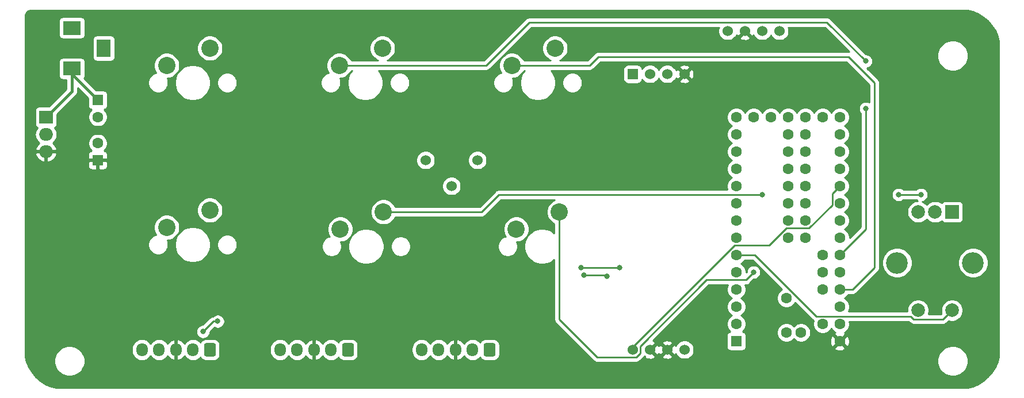
<source format=gbr>
%TF.GenerationSoftware,KiCad,Pcbnew,(5.1.9-0-10_14)*%
%TF.CreationDate,2021-02-22T19:48:58+01:00*%
%TF.ProjectId,DMXBox PCB,444d5842-6f78-4205-9043-422e6b696361,0.1*%
%TF.SameCoordinates,Original*%
%TF.FileFunction,Copper,L1,Top*%
%TF.FilePolarity,Positive*%
%FSLAX46Y46*%
G04 Gerber Fmt 4.6, Leading zero omitted, Abs format (unit mm)*
G04 Created by KiCad (PCBNEW (5.1.9-0-10_14)) date 2021-02-22 19:48:58*
%MOMM*%
%LPD*%
G01*
G04 APERTURE LIST*
%TA.AperFunction,ComponentPad*%
%ADD10C,1.600000*%
%TD*%
%TA.AperFunction,ComponentPad*%
%ADD11R,1.600000X1.600000*%
%TD*%
%TA.AperFunction,ComponentPad*%
%ADD12R,2.000000X2.600000*%
%TD*%
%TA.AperFunction,ComponentPad*%
%ADD13R,2.600000X2.000000*%
%TD*%
%TA.AperFunction,ComponentPad*%
%ADD14C,1.524000*%
%TD*%
%TA.AperFunction,ComponentPad*%
%ADD15R,1.524000X1.524000*%
%TD*%
%TA.AperFunction,ComponentPad*%
%ADD16O,1.700000X1.950000*%
%TD*%
%TA.AperFunction,ComponentPad*%
%ADD17C,2.540000*%
%TD*%
%TA.AperFunction,ComponentPad*%
%ADD18C,2.000000*%
%TD*%
%TA.AperFunction,ComponentPad*%
%ADD19C,3.200000*%
%TD*%
%TA.AperFunction,ComponentPad*%
%ADD20R,2.000000X2.000000*%
%TD*%
%TA.AperFunction,ComponentPad*%
%ADD21R,2.000000X1.905000*%
%TD*%
%TA.AperFunction,ComponentPad*%
%ADD22O,2.000000X1.905000*%
%TD*%
%TA.AperFunction,ViaPad*%
%ADD23C,0.800000*%
%TD*%
%TA.AperFunction,Conductor*%
%ADD24C,0.400000*%
%TD*%
%TA.AperFunction,Conductor*%
%ADD25C,0.250000*%
%TD*%
%TA.AperFunction,Conductor*%
%ADD26C,0.254000*%
%TD*%
%TA.AperFunction,Conductor*%
%ADD27C,0.100000*%
%TD*%
G04 APERTURE END LIST*
D10*
%TO.P,U1,54*%
%TO.N,Net-(U1-Pad54)*%
X181610000Y-107950000D03*
%TO.P,U1,53*%
%TO.N,GND*%
X181610000Y-105410000D03*
%TO.P,U1,40*%
%TO.N,Net-(U1-Pad40)*%
X181380000Y-116840000D03*
%TO.P,U1,52*%
%TO.N,Net-(U1-Pad52)*%
X181610000Y-102870000D03*
%TO.P,U1,41*%
%TO.N,Net-(U1-Pad41)*%
X184150000Y-107950000D03*
%TO.P,U1,42*%
%TO.N,Net-(U1-Pad42)*%
X184150000Y-105410000D03*
%TO.P,U1,51*%
%TO.N,Net-(U1-Pad51)*%
X181610000Y-100330000D03*
%TO.P,U1,43*%
%TO.N,Net-(U1-Pad43)*%
X184150000Y-102870000D03*
%TO.P,U1,50*%
%TO.N,Net-(U1-Pad50)*%
X181610000Y-97790000D03*
%TO.P,U1,49*%
%TO.N,Net-(U1-Pad49)*%
X181610000Y-95250000D03*
%TO.P,U1,44*%
%TO.N,Net-(U1-Pad44)*%
X184150000Y-100330000D03*
%TO.P,U1,45*%
%TO.N,Net-(U1-Pad45)*%
X184150000Y-97790000D03*
%TO.P,U1,48*%
%TO.N,Net-(U1-Pad48)*%
X181610000Y-92710000D03*
%TO.P,U1,47*%
%TO.N,Net-(U1-Pad47)*%
X184150000Y-92710000D03*
%TO.P,U1,46*%
%TO.N,Net-(U1-Pad46)*%
X184150000Y-95250000D03*
%TO.P,U1,39*%
%TO.N,Net-(U1-Pad39)*%
X183510000Y-121920000D03*
%TO.P,U1,38*%
%TO.N,Net-(U1-Pad38)*%
X181380000Y-121920000D03*
D11*
%TO.P,U1,1*%
%TO.N,GND*%
X173990000Y-123190000D03*
D10*
%TO.P,U1,2*%
%TO.N,Net-(U1-Pad2)*%
X173990000Y-120650000D03*
%TO.P,U1,3*%
%TO.N,Net-(U1-Pad3)*%
X173990000Y-118110000D03*
%TO.P,U1,4*%
%TO.N,ENC-4A*%
X173990000Y-115570000D03*
%TO.P,U1,5*%
%TO.N,ENC-4B*%
X173990000Y-113030000D03*
%TO.P,U1,6*%
%TO.N,ENC-4Btn*%
X173990000Y-110490000D03*
%TO.P,U1,7*%
%TO.N,ENC-1A*%
X173990000Y-107950000D03*
%TO.P,U1,8*%
%TO.N,ENC-1B*%
X173990000Y-105410000D03*
%TO.P,U1,9*%
%TO.N,ENC-2B*%
X173990000Y-102870000D03*
%TO.P,U1,10*%
%TO.N,ENC-2A*%
X173990000Y-100330000D03*
%TO.P,U1,11*%
%TO.N,ENC-3B*%
X173990000Y-97790000D03*
%TO.P,U1,12*%
%TO.N,ENC-3A*%
X173990000Y-95250000D03*
%TO.P,U1,13*%
%TO.N,Btn_1_Min*%
X173990000Y-92710000D03*
%TO.P,U1,37*%
%TO.N,Net-(U1-Pad37)*%
X186690000Y-110490000D03*
%TO.P,U1,36*%
%TO.N,Net-(U1-Pad36)*%
X186690000Y-113030000D03*
%TO.P,U1,35*%
%TO.N,Net-(U1-Pad35)*%
X186690000Y-115570000D03*
%TO.P,U1,34*%
%TO.N,Net-(U1-Pad34)*%
X186690000Y-120650000D03*
%TO.P,U1,33*%
%TO.N,+5V*%
X189230000Y-123190000D03*
%TO.P,U1,32*%
%TO.N,Net-(U1-Pad32)*%
X189230000Y-120650000D03*
%TO.P,U1,31*%
%TO.N,Net-(U1-Pad31)*%
X189230000Y-118110000D03*
%TO.P,U1,30*%
%TO.N,Btn_3_Max*%
X189230000Y-115570000D03*
%TO.P,U1,29*%
%TO.N,Btn_3_Min*%
X189230000Y-113030000D03*
%TO.P,U1,28*%
%TO.N,Btn_2_Max*%
X189230000Y-110490000D03*
%TO.P,U1,27*%
%TO.N,Btn_2_Min*%
X189230000Y-107950000D03*
%TO.P,U1,26*%
%TO.N,SCL*%
X189230000Y-105410000D03*
%TO.P,U1,25*%
%TO.N,SDA*%
X189230000Y-102870000D03*
%TO.P,U1,24*%
%TO.N,Pin17*%
X189230000Y-100330000D03*
%TO.P,U1,23*%
%TO.N,Net-(U1-Pad23)*%
X189230000Y-97790000D03*
%TO.P,U1,22*%
%TO.N,Net-(U1-Pad22)*%
X189230000Y-95250000D03*
%TO.P,U1,21*%
%TO.N,Net-(U1-Pad21)*%
X189230000Y-92710000D03*
%TO.P,U1,14*%
%TO.N,Btn_1_Max*%
X173990000Y-90170000D03*
%TO.P,U1,15*%
%TO.N,Net-(U1-Pad15)*%
X176530000Y-90170000D03*
%TO.P,U1,16*%
%TO.N,Net-(U1-Pad16)*%
X179070000Y-90170000D03*
%TO.P,U1,20*%
%TO.N,Net-(U1-Pad20)*%
X189230000Y-90170000D03*
%TO.P,U1,19*%
%TO.N,Net-(U1-Pad19)*%
X186690000Y-90170000D03*
%TO.P,U1,18*%
%TO.N,Net-(U1-Pad18)*%
X184150000Y-90170000D03*
%TO.P,U1,17*%
%TO.N,GND*%
X181610000Y-90170000D03*
%TD*%
D12*
%TO.P,6-24V1,3*%
%TO.N,Net-(6-24V1-Pad3)*%
X80900000Y-80010000D03*
D13*
%TO.P,6-24V1,1*%
%TO.N,Net-(6-24V1-Pad1)*%
X76200000Y-83010000D03*
%TO.P,6-24V1,2*%
%TO.N,GND*%
X76200000Y-77010000D03*
%TD*%
D14*
%TO.P,A1,8*%
%TO.N,Net-(A1-Pad8)*%
X166370000Y-124460000D03*
%TO.P,A1,7*%
%TO.N,+5V*%
X163830000Y-124460000D03*
%TO.P,A1,6*%
X161290000Y-124460000D03*
%TO.P,A1,5*%
%TO.N,Pin17*%
X158750000Y-124460000D03*
D15*
%TO.P,A1,4*%
%TO.N,GND*%
X158750000Y-83820000D03*
D14*
%TO.P,A1,3*%
%TO.N,Net-(A1-Pad3)*%
X161290000Y-83820000D03*
%TO.P,A1,2*%
%TO.N,Net-(A1-Pad2)*%
X163830000Y-83820000D03*
%TO.P,A1,1*%
%TO.N,+5V*%
X166370000Y-83820000D03*
%TD*%
%TO.P,A2,1*%
%TO.N,GND*%
X172720000Y-77470000D03*
%TO.P,A2,2*%
%TO.N,+5V*%
X175260000Y-77470000D03*
%TO.P,A2,3*%
%TO.N,SCL*%
X177800000Y-77470000D03*
%TO.P,A2,4*%
%TO.N,SDA*%
X180340000Y-77470000D03*
%TD*%
D11*
%TO.P,C3,1*%
%TO.N,Net-(6-24V1-Pad1)*%
X80010000Y-87630000D03*
D10*
%TO.P,C3,2*%
%TO.N,GND*%
X80010000Y-90130000D03*
%TD*%
%TO.P,C4,2*%
%TO.N,GND*%
X80010000Y-94020000D03*
D11*
%TO.P,C4,1*%
%TO.N,+5V*%
X80010000Y-96520000D03*
%TD*%
%TO.P,J1,1*%
%TO.N,GND*%
%TA.AperFunction,ComponentPad*%
G36*
G01*
X117690000Y-123735000D02*
X117690000Y-125185000D01*
G75*
G02*
X117440000Y-125435000I-250000J0D01*
G01*
X116240000Y-125435000D01*
G75*
G02*
X115990000Y-125185000I0J250000D01*
G01*
X115990000Y-123735000D01*
G75*
G02*
X116240000Y-123485000I250000J0D01*
G01*
X117440000Y-123485000D01*
G75*
G02*
X117690000Y-123735000I0J-250000D01*
G01*
G37*
%TD.AperFunction*%
D16*
%TO.P,J1,2*%
X114340000Y-124460000D03*
%TO.P,J1,3*%
%TO.N,+5V*%
X111840000Y-124460000D03*
%TO.P,J1,4*%
%TO.N,ENC-2B*%
X109340000Y-124460000D03*
%TO.P,J1,5*%
%TO.N,ENC-2A*%
X106840000Y-124460000D03*
%TD*%
D14*
%TO.P,J2,2*%
%TO.N,Net-(A1-Pad2)*%
X128270000Y-96520000D03*
%TO.P,J2,1*%
%TO.N,GND*%
X135890000Y-96520000D03*
%TO.P,J2,3*%
%TO.N,Net-(A1-Pad3)*%
X132080000Y-100330000D03*
%TD*%
%TO.P,J3,1*%
%TO.N,GND*%
%TA.AperFunction,ComponentPad*%
G36*
G01*
X97370000Y-123735000D02*
X97370000Y-125185000D01*
G75*
G02*
X97120000Y-125435000I-250000J0D01*
G01*
X95920000Y-125435000D01*
G75*
G02*
X95670000Y-125185000I0J250000D01*
G01*
X95670000Y-123735000D01*
G75*
G02*
X95920000Y-123485000I250000J0D01*
G01*
X97120000Y-123485000D01*
G75*
G02*
X97370000Y-123735000I0J-250000D01*
G01*
G37*
%TD.AperFunction*%
D16*
%TO.P,J3,2*%
X94020000Y-124460000D03*
%TO.P,J3,3*%
%TO.N,+5V*%
X91520000Y-124460000D03*
%TO.P,J3,4*%
%TO.N,ENC-1B*%
X89020000Y-124460000D03*
%TO.P,J3,5*%
%TO.N,ENC-1A*%
X86520000Y-124460000D03*
%TD*%
%TO.P,J4,5*%
%TO.N,ENC-3A*%
X127675000Y-124460000D03*
%TO.P,J4,4*%
%TO.N,ENC-3B*%
X130175000Y-124460000D03*
%TO.P,J4,3*%
%TO.N,+5V*%
X132675000Y-124460000D03*
%TO.P,J4,2*%
%TO.N,GND*%
X135175000Y-124460000D03*
%TO.P,J4,1*%
%TA.AperFunction,ComponentPad*%
G36*
G01*
X138525000Y-123735000D02*
X138525000Y-125185000D01*
G75*
G02*
X138275000Y-125435000I-250000J0D01*
G01*
X137075000Y-125435000D01*
G75*
G02*
X136825000Y-125185000I0J250000D01*
G01*
X136825000Y-123735000D01*
G75*
G02*
X137075000Y-123485000I250000J0D01*
G01*
X138275000Y-123485000D01*
G75*
G02*
X138525000Y-123735000I0J-250000D01*
G01*
G37*
%TD.AperFunction*%
%TD*%
D17*
%TO.P,SW1,2*%
%TO.N,GND*%
X96520000Y-80010000D03*
%TO.P,SW1,1*%
%TO.N,Btn_1_Max*%
X90170000Y-82550000D03*
%TD*%
D18*
%TO.P,SW2,S1*%
%TO.N,GND*%
X200740000Y-118640000D03*
%TO.P,SW2,S2*%
%TO.N,ENC-4Btn*%
X205740000Y-118640000D03*
D19*
%TO.P,SW2,MP*%
%TO.N,N/C*%
X197640000Y-111640000D03*
X208840000Y-111640000D03*
D18*
%TO.P,SW2,B*%
%TO.N,ENC-4B*%
X200740000Y-104140000D03*
%TO.P,SW2,C*%
%TO.N,GND*%
X203240000Y-104140000D03*
D20*
%TO.P,SW2,A*%
%TO.N,ENC-4A*%
X205740000Y-104140000D03*
%TD*%
D17*
%TO.P,SW3,1*%
%TO.N,GND*%
X115697000Y-106680000D03*
%TO.P,SW3,2*%
%TO.N,Btn_2_Min*%
X122047000Y-104140000D03*
%TD*%
%TO.P,SW4,1*%
%TO.N,GND*%
X90170000Y-106426000D03*
%TO.P,SW4,2*%
%TO.N,Btn_1_Min*%
X96520000Y-103886000D03*
%TD*%
%TO.P,SW5,2*%
%TO.N,GND*%
X147320000Y-80010000D03*
%TO.P,SW5,1*%
%TO.N,Btn_3_Max*%
X140970000Y-82550000D03*
%TD*%
%TO.P,SW6,1*%
%TO.N,Btn_2_Max*%
X115570000Y-82550000D03*
%TO.P,SW6,2*%
%TO.N,GND*%
X121920000Y-80010000D03*
%TD*%
%TO.P,SW7,2*%
%TO.N,Btn_3_Min*%
X147955000Y-104140000D03*
%TO.P,SW7,1*%
%TO.N,GND*%
X141605000Y-106680000D03*
%TD*%
D21*
%TO.P,U2,1*%
%TO.N,Net-(6-24V1-Pad1)*%
X72390000Y-90170000D03*
D22*
%TO.P,U2,2*%
%TO.N,GND*%
X72390000Y-92710000D03*
%TO.P,U2,3*%
%TO.N,+5V*%
X72390000Y-95250000D03*
%TD*%
D23*
%TO.N,+5V*%
X202565000Y-93980000D03*
X128905000Y-115570000D03*
X108585000Y-115570000D03*
X87630000Y-115570000D03*
%TO.N,GND*%
X97663000Y-120269000D03*
X95504000Y-121793000D03*
X201168000Y-101600000D03*
X197866000Y-101600000D03*
%TO.N,ENC-2A*%
X151130000Y-112395000D03*
X156845000Y-112395000D03*
%TO.N,Btn_2_Min*%
X177800000Y-101600000D03*
%TO.N,Btn_2_Max*%
X193040000Y-81915000D03*
X193040000Y-88900000D03*
%TO.N,Btn_3_Min*%
X176530000Y-113030000D03*
%TO.N,ENC-2B*%
X151569847Y-113469847D03*
X154940000Y-113665000D03*
%TD*%
D24*
%TO.N,Net-(6-24V1-Pad1)*%
X76200000Y-83820000D02*
X80010000Y-87630000D01*
X76200000Y-83010000D02*
X76200000Y-83820000D01*
X76200000Y-86360000D02*
X72390000Y-90170000D01*
X76200000Y-83010000D02*
X76200000Y-86360000D01*
D25*
%TO.N,GND*%
X97028000Y-120269000D02*
X95504000Y-121793000D01*
X97663000Y-120269000D02*
X97028000Y-120269000D01*
X201168000Y-101600000D02*
X197866000Y-101600000D01*
%TO.N,Pin17*%
X188104999Y-101455001D02*
X189230000Y-100330000D01*
X188104999Y-103120003D02*
X188104999Y-101455001D01*
X181359997Y-106535001D02*
X184690001Y-106535001D01*
X178819997Y-109075001D02*
X181359997Y-106535001D01*
X184690001Y-106535001D02*
X188104999Y-103120003D01*
X173739997Y-109075001D02*
X178819997Y-109075001D01*
X158750000Y-124064998D02*
X173739997Y-109075001D01*
X158750000Y-124460000D02*
X158750000Y-124064998D01*
%TO.N,ENC-2A*%
X151130000Y-112395000D02*
X156845000Y-112395000D01*
%TO.N,ENC-4Btn*%
X204414999Y-119965001D02*
X205740000Y-118640000D01*
X199663997Y-119524999D02*
X200103999Y-119965001D01*
X185730001Y-119524999D02*
X199663997Y-119524999D01*
X200103999Y-119965001D02*
X204414999Y-119965001D01*
X176695002Y-110490000D02*
X185730001Y-119524999D01*
X173990000Y-110490000D02*
X176695002Y-110490000D01*
%TO.N,Btn_2_Min*%
X177800000Y-101600000D02*
X139065000Y-101600000D01*
X136525000Y-104140000D02*
X122047000Y-104140000D01*
X139065000Y-101600000D02*
X136525000Y-104140000D01*
%TO.N,Btn_3_Max*%
X152400000Y-82550000D02*
X140970000Y-82550000D01*
X194310000Y-85090000D02*
X190500000Y-81280000D01*
X190500000Y-81280000D02*
X153670000Y-81280000D01*
X153670000Y-81280000D02*
X152400000Y-82550000D01*
X194310000Y-112395000D02*
X194310000Y-85090000D01*
X191135000Y-115570000D02*
X194310000Y-112395000D01*
X189230000Y-115570000D02*
X191135000Y-115570000D01*
%TO.N,Btn_2_Max*%
X115570000Y-82550000D02*
X137160000Y-82550000D01*
X137160000Y-82550000D02*
X143510000Y-76200000D01*
X187325000Y-76200000D02*
X193040000Y-81915000D01*
X143510000Y-76200000D02*
X187325000Y-76200000D01*
X193040000Y-106680000D02*
X189230000Y-110490000D01*
X193040000Y-88900000D02*
X193040000Y-106680000D01*
%TO.N,Btn_3_Min*%
X147955000Y-104140000D02*
X147955000Y-120015000D01*
X159837001Y-123938239D02*
X169620239Y-114155001D01*
X147955000Y-120015000D02*
X153487001Y-125547001D01*
X159837001Y-124981761D02*
X159837001Y-123938239D01*
X159271761Y-125547001D02*
X159837001Y-124981761D01*
X175404999Y-114155001D02*
X176530000Y-113030000D01*
X169620239Y-114155001D02*
X175404999Y-114155001D01*
X153487001Y-125547001D02*
X159271761Y-125547001D01*
%TO.N,ENC-2B*%
X154744847Y-113469847D02*
X154940000Y-113665000D01*
X151569847Y-113469847D02*
X154744847Y-113469847D01*
%TD*%
D26*
%TO.N,+5V*%
X208767678Y-74600430D02*
X209592275Y-74941989D01*
X210353299Y-75408345D01*
X211031994Y-75988006D01*
X211611655Y-76666701D01*
X212078009Y-77427720D01*
X212419570Y-78252322D01*
X212598000Y-78995536D01*
X212598000Y-125474464D01*
X212419570Y-126217678D01*
X212078009Y-127042280D01*
X211611655Y-127803299D01*
X211031994Y-128481994D01*
X210353299Y-129061655D01*
X209592275Y-129528011D01*
X208767678Y-129869570D01*
X208024466Y-130048000D01*
X73915536Y-130048000D01*
X73172322Y-129869570D01*
X72347720Y-129528009D01*
X71586701Y-129061655D01*
X70908006Y-128481994D01*
X70328345Y-127803299D01*
X69861989Y-127042275D01*
X69520430Y-126217678D01*
X69443327Y-125896521D01*
X73580979Y-125896521D01*
X73580979Y-126343479D01*
X73668176Y-126781849D01*
X73839220Y-127194785D01*
X74087536Y-127566417D01*
X74403583Y-127882464D01*
X74775215Y-128130780D01*
X75188151Y-128301824D01*
X75626521Y-128389021D01*
X76073479Y-128389021D01*
X76511849Y-128301824D01*
X76924785Y-128130780D01*
X77296417Y-127882464D01*
X77612464Y-127566417D01*
X77860780Y-127194785D01*
X78031824Y-126781849D01*
X78119021Y-126343479D01*
X78119021Y-125896521D01*
X78031824Y-125458151D01*
X77860780Y-125045215D01*
X77612464Y-124673583D01*
X77296417Y-124357536D01*
X77153512Y-124262050D01*
X85035000Y-124262050D01*
X85035000Y-124657949D01*
X85056487Y-124876110D01*
X85141401Y-125156033D01*
X85279294Y-125414013D01*
X85464866Y-125640134D01*
X85690986Y-125825706D01*
X85948966Y-125963599D01*
X86228889Y-126048513D01*
X86520000Y-126077185D01*
X86811110Y-126048513D01*
X87091033Y-125963599D01*
X87349013Y-125825706D01*
X87575134Y-125640134D01*
X87760706Y-125414014D01*
X87770000Y-125396626D01*
X87779294Y-125414013D01*
X87964866Y-125640134D01*
X88190986Y-125825706D01*
X88448966Y-125963599D01*
X88728889Y-126048513D01*
X89020000Y-126077185D01*
X89311110Y-126048513D01*
X89591033Y-125963599D01*
X89849013Y-125825706D01*
X90075134Y-125640134D01*
X90260706Y-125414014D01*
X90274462Y-125388278D01*
X90430951Y-125594429D01*
X90648807Y-125787496D01*
X90900142Y-125934352D01*
X91163110Y-126026476D01*
X91393000Y-125905155D01*
X91393000Y-124587000D01*
X91373000Y-124587000D01*
X91373000Y-124333000D01*
X91393000Y-124333000D01*
X91393000Y-123014845D01*
X91647000Y-123014845D01*
X91647000Y-124333000D01*
X91667000Y-124333000D01*
X91667000Y-124587000D01*
X91647000Y-124587000D01*
X91647000Y-125905155D01*
X91876890Y-126026476D01*
X92139858Y-125934352D01*
X92391193Y-125787496D01*
X92609049Y-125594429D01*
X92765538Y-125388278D01*
X92779294Y-125414013D01*
X92964866Y-125640134D01*
X93190986Y-125825706D01*
X93448966Y-125963599D01*
X93728889Y-126048513D01*
X94020000Y-126077185D01*
X94311110Y-126048513D01*
X94591033Y-125963599D01*
X94849013Y-125825706D01*
X95075134Y-125640134D01*
X95127223Y-125576663D01*
X95181595Y-125678386D01*
X95292038Y-125812962D01*
X95426614Y-125923405D01*
X95580150Y-126005472D01*
X95746746Y-126056008D01*
X95920000Y-126073072D01*
X97120000Y-126073072D01*
X97293254Y-126056008D01*
X97459850Y-126005472D01*
X97613386Y-125923405D01*
X97747962Y-125812962D01*
X97858405Y-125678386D01*
X97940472Y-125524850D01*
X97991008Y-125358254D01*
X98008072Y-125185000D01*
X98008072Y-124262050D01*
X105355000Y-124262050D01*
X105355000Y-124657949D01*
X105376487Y-124876110D01*
X105461401Y-125156033D01*
X105599294Y-125414013D01*
X105784866Y-125640134D01*
X106010986Y-125825706D01*
X106268966Y-125963599D01*
X106548889Y-126048513D01*
X106840000Y-126077185D01*
X107131110Y-126048513D01*
X107411033Y-125963599D01*
X107669013Y-125825706D01*
X107895134Y-125640134D01*
X108080706Y-125414014D01*
X108090000Y-125396626D01*
X108099294Y-125414013D01*
X108284866Y-125640134D01*
X108510986Y-125825706D01*
X108768966Y-125963599D01*
X109048889Y-126048513D01*
X109340000Y-126077185D01*
X109631110Y-126048513D01*
X109911033Y-125963599D01*
X110169013Y-125825706D01*
X110395134Y-125640134D01*
X110580706Y-125414014D01*
X110594462Y-125388278D01*
X110750951Y-125594429D01*
X110968807Y-125787496D01*
X111220142Y-125934352D01*
X111483110Y-126026476D01*
X111713000Y-125905155D01*
X111713000Y-124587000D01*
X111693000Y-124587000D01*
X111693000Y-124333000D01*
X111713000Y-124333000D01*
X111713000Y-123014845D01*
X111967000Y-123014845D01*
X111967000Y-124333000D01*
X111987000Y-124333000D01*
X111987000Y-124587000D01*
X111967000Y-124587000D01*
X111967000Y-125905155D01*
X112196890Y-126026476D01*
X112459858Y-125934352D01*
X112711193Y-125787496D01*
X112929049Y-125594429D01*
X113085538Y-125388278D01*
X113099294Y-125414013D01*
X113284866Y-125640134D01*
X113510986Y-125825706D01*
X113768966Y-125963599D01*
X114048889Y-126048513D01*
X114340000Y-126077185D01*
X114631110Y-126048513D01*
X114911033Y-125963599D01*
X115169013Y-125825706D01*
X115395134Y-125640134D01*
X115447223Y-125576663D01*
X115501595Y-125678386D01*
X115612038Y-125812962D01*
X115746614Y-125923405D01*
X115900150Y-126005472D01*
X116066746Y-126056008D01*
X116240000Y-126073072D01*
X117440000Y-126073072D01*
X117613254Y-126056008D01*
X117779850Y-126005472D01*
X117933386Y-125923405D01*
X118067962Y-125812962D01*
X118178405Y-125678386D01*
X118260472Y-125524850D01*
X118311008Y-125358254D01*
X118328072Y-125185000D01*
X118328072Y-124262050D01*
X126190000Y-124262050D01*
X126190000Y-124657949D01*
X126211487Y-124876110D01*
X126296401Y-125156033D01*
X126434294Y-125414013D01*
X126619866Y-125640134D01*
X126845986Y-125825706D01*
X127103966Y-125963599D01*
X127383889Y-126048513D01*
X127675000Y-126077185D01*
X127966110Y-126048513D01*
X128246033Y-125963599D01*
X128504013Y-125825706D01*
X128730134Y-125640134D01*
X128915706Y-125414014D01*
X128925000Y-125396626D01*
X128934294Y-125414013D01*
X129119866Y-125640134D01*
X129345986Y-125825706D01*
X129603966Y-125963599D01*
X129883889Y-126048513D01*
X130175000Y-126077185D01*
X130466110Y-126048513D01*
X130746033Y-125963599D01*
X131004013Y-125825706D01*
X131230134Y-125640134D01*
X131415706Y-125414014D01*
X131429462Y-125388278D01*
X131585951Y-125594429D01*
X131803807Y-125787496D01*
X132055142Y-125934352D01*
X132318110Y-126026476D01*
X132548000Y-125905155D01*
X132548000Y-124587000D01*
X132528000Y-124587000D01*
X132528000Y-124333000D01*
X132548000Y-124333000D01*
X132548000Y-123014845D01*
X132802000Y-123014845D01*
X132802000Y-124333000D01*
X132822000Y-124333000D01*
X132822000Y-124587000D01*
X132802000Y-124587000D01*
X132802000Y-125905155D01*
X133031890Y-126026476D01*
X133294858Y-125934352D01*
X133546193Y-125787496D01*
X133764049Y-125594429D01*
X133920538Y-125388278D01*
X133934294Y-125414013D01*
X134119866Y-125640134D01*
X134345986Y-125825706D01*
X134603966Y-125963599D01*
X134883889Y-126048513D01*
X135175000Y-126077185D01*
X135466110Y-126048513D01*
X135746033Y-125963599D01*
X136004013Y-125825706D01*
X136230134Y-125640134D01*
X136282223Y-125576663D01*
X136336595Y-125678386D01*
X136447038Y-125812962D01*
X136581614Y-125923405D01*
X136735150Y-126005472D01*
X136901746Y-126056008D01*
X137075000Y-126073072D01*
X138275000Y-126073072D01*
X138448254Y-126056008D01*
X138614850Y-126005472D01*
X138768386Y-125923405D01*
X138902962Y-125812962D01*
X139013405Y-125678386D01*
X139095472Y-125524850D01*
X139146008Y-125358254D01*
X139163072Y-125185000D01*
X139163072Y-123735000D01*
X139146008Y-123561746D01*
X139095472Y-123395150D01*
X139013405Y-123241614D01*
X138902962Y-123107038D01*
X138768386Y-122996595D01*
X138614850Y-122914528D01*
X138448254Y-122863992D01*
X138275000Y-122846928D01*
X137075000Y-122846928D01*
X136901746Y-122863992D01*
X136735150Y-122914528D01*
X136581614Y-122996595D01*
X136447038Y-123107038D01*
X136336595Y-123241614D01*
X136282223Y-123343337D01*
X136230134Y-123279866D01*
X136004014Y-123094294D01*
X135746034Y-122956401D01*
X135466111Y-122871487D01*
X135175000Y-122842815D01*
X134883890Y-122871487D01*
X134603967Y-122956401D01*
X134345987Y-123094294D01*
X134119866Y-123279866D01*
X133934294Y-123505986D01*
X133920538Y-123531722D01*
X133764049Y-123325571D01*
X133546193Y-123132504D01*
X133294858Y-122985648D01*
X133031890Y-122893524D01*
X132802000Y-123014845D01*
X132548000Y-123014845D01*
X132318110Y-122893524D01*
X132055142Y-122985648D01*
X131803807Y-123132504D01*
X131585951Y-123325571D01*
X131429462Y-123531722D01*
X131415706Y-123505986D01*
X131230134Y-123279866D01*
X131004014Y-123094294D01*
X130746034Y-122956401D01*
X130466111Y-122871487D01*
X130175000Y-122842815D01*
X129883890Y-122871487D01*
X129603967Y-122956401D01*
X129345987Y-123094294D01*
X129119866Y-123279866D01*
X128934294Y-123505986D01*
X128925000Y-123523374D01*
X128915706Y-123505986D01*
X128730134Y-123279866D01*
X128504014Y-123094294D01*
X128246034Y-122956401D01*
X127966111Y-122871487D01*
X127675000Y-122842815D01*
X127383890Y-122871487D01*
X127103967Y-122956401D01*
X126845987Y-123094294D01*
X126619866Y-123279866D01*
X126434294Y-123505986D01*
X126296401Y-123763966D01*
X126211487Y-124043889D01*
X126190000Y-124262050D01*
X118328072Y-124262050D01*
X118328072Y-123735000D01*
X118311008Y-123561746D01*
X118260472Y-123395150D01*
X118178405Y-123241614D01*
X118067962Y-123107038D01*
X117933386Y-122996595D01*
X117779850Y-122914528D01*
X117613254Y-122863992D01*
X117440000Y-122846928D01*
X116240000Y-122846928D01*
X116066746Y-122863992D01*
X115900150Y-122914528D01*
X115746614Y-122996595D01*
X115612038Y-123107038D01*
X115501595Y-123241614D01*
X115447223Y-123343337D01*
X115395134Y-123279866D01*
X115169014Y-123094294D01*
X114911034Y-122956401D01*
X114631111Y-122871487D01*
X114340000Y-122842815D01*
X114048890Y-122871487D01*
X113768967Y-122956401D01*
X113510987Y-123094294D01*
X113284866Y-123279866D01*
X113099294Y-123505986D01*
X113085538Y-123531722D01*
X112929049Y-123325571D01*
X112711193Y-123132504D01*
X112459858Y-122985648D01*
X112196890Y-122893524D01*
X111967000Y-123014845D01*
X111713000Y-123014845D01*
X111483110Y-122893524D01*
X111220142Y-122985648D01*
X110968807Y-123132504D01*
X110750951Y-123325571D01*
X110594462Y-123531722D01*
X110580706Y-123505986D01*
X110395134Y-123279866D01*
X110169014Y-123094294D01*
X109911034Y-122956401D01*
X109631111Y-122871487D01*
X109340000Y-122842815D01*
X109048890Y-122871487D01*
X108768967Y-122956401D01*
X108510987Y-123094294D01*
X108284866Y-123279866D01*
X108099294Y-123505986D01*
X108090000Y-123523374D01*
X108080706Y-123505986D01*
X107895134Y-123279866D01*
X107669014Y-123094294D01*
X107411034Y-122956401D01*
X107131111Y-122871487D01*
X106840000Y-122842815D01*
X106548890Y-122871487D01*
X106268967Y-122956401D01*
X106010987Y-123094294D01*
X105784866Y-123279866D01*
X105599294Y-123505986D01*
X105461401Y-123763966D01*
X105376487Y-124043889D01*
X105355000Y-124262050D01*
X98008072Y-124262050D01*
X98008072Y-123735000D01*
X97991008Y-123561746D01*
X97940472Y-123395150D01*
X97858405Y-123241614D01*
X97747962Y-123107038D01*
X97613386Y-122996595D01*
X97459850Y-122914528D01*
X97293254Y-122863992D01*
X97120000Y-122846928D01*
X95920000Y-122846928D01*
X95746746Y-122863992D01*
X95580150Y-122914528D01*
X95426614Y-122996595D01*
X95292038Y-123107038D01*
X95181595Y-123241614D01*
X95127223Y-123343337D01*
X95075134Y-123279866D01*
X94849014Y-123094294D01*
X94591034Y-122956401D01*
X94311111Y-122871487D01*
X94020000Y-122842815D01*
X93728890Y-122871487D01*
X93448967Y-122956401D01*
X93190987Y-123094294D01*
X92964866Y-123279866D01*
X92779294Y-123505986D01*
X92765538Y-123531722D01*
X92609049Y-123325571D01*
X92391193Y-123132504D01*
X92139858Y-122985648D01*
X91876890Y-122893524D01*
X91647000Y-123014845D01*
X91393000Y-123014845D01*
X91163110Y-122893524D01*
X90900142Y-122985648D01*
X90648807Y-123132504D01*
X90430951Y-123325571D01*
X90274462Y-123531722D01*
X90260706Y-123505986D01*
X90075134Y-123279866D01*
X89849014Y-123094294D01*
X89591034Y-122956401D01*
X89311111Y-122871487D01*
X89020000Y-122842815D01*
X88728890Y-122871487D01*
X88448967Y-122956401D01*
X88190987Y-123094294D01*
X87964866Y-123279866D01*
X87779294Y-123505986D01*
X87770000Y-123523374D01*
X87760706Y-123505986D01*
X87575134Y-123279866D01*
X87349014Y-123094294D01*
X87091034Y-122956401D01*
X86811111Y-122871487D01*
X86520000Y-122842815D01*
X86228890Y-122871487D01*
X85948967Y-122956401D01*
X85690987Y-123094294D01*
X85464866Y-123279866D01*
X85279294Y-123505986D01*
X85141401Y-123763966D01*
X85056487Y-124043889D01*
X85035000Y-124262050D01*
X77153512Y-124262050D01*
X76924785Y-124109220D01*
X76511849Y-123938176D01*
X76073479Y-123850979D01*
X75626521Y-123850979D01*
X75188151Y-123938176D01*
X74775215Y-124109220D01*
X74403583Y-124357536D01*
X74087536Y-124673583D01*
X73839220Y-125045215D01*
X73668176Y-125458151D01*
X73580979Y-125896521D01*
X69443327Y-125896521D01*
X69342000Y-125474466D01*
X69342000Y-121691061D01*
X94469000Y-121691061D01*
X94469000Y-121894939D01*
X94508774Y-122094898D01*
X94586795Y-122283256D01*
X94700063Y-122452774D01*
X94844226Y-122596937D01*
X95013744Y-122710205D01*
X95202102Y-122788226D01*
X95402061Y-122828000D01*
X95605939Y-122828000D01*
X95805898Y-122788226D01*
X95994256Y-122710205D01*
X96163774Y-122596937D01*
X96307937Y-122452774D01*
X96421205Y-122283256D01*
X96499226Y-122094898D01*
X96539000Y-121894939D01*
X96539000Y-121832802D01*
X97181833Y-121189970D01*
X97361102Y-121264226D01*
X97561061Y-121304000D01*
X97764939Y-121304000D01*
X97964898Y-121264226D01*
X98153256Y-121186205D01*
X98322774Y-121072937D01*
X98466937Y-120928774D01*
X98580205Y-120759256D01*
X98658226Y-120570898D01*
X98698000Y-120370939D01*
X98698000Y-120167061D01*
X98658226Y-119967102D01*
X98580205Y-119778744D01*
X98466937Y-119609226D01*
X98322774Y-119465063D01*
X98153256Y-119351795D01*
X97964898Y-119273774D01*
X97764939Y-119234000D01*
X97561061Y-119234000D01*
X97361102Y-119273774D01*
X97172744Y-119351795D01*
X97003226Y-119465063D01*
X96955861Y-119512428D01*
X96879014Y-119519997D01*
X96735753Y-119563454D01*
X96603724Y-119634026D01*
X96603722Y-119634027D01*
X96603723Y-119634027D01*
X96516996Y-119705201D01*
X96516992Y-119705205D01*
X96487999Y-119728999D01*
X96464205Y-119757992D01*
X95464198Y-120758000D01*
X95402061Y-120758000D01*
X95202102Y-120797774D01*
X95013744Y-120875795D01*
X94844226Y-120989063D01*
X94700063Y-121133226D01*
X94586795Y-121302744D01*
X94508774Y-121491102D01*
X94469000Y-121691061D01*
X69342000Y-121691061D01*
X69342000Y-108819740D01*
X87415000Y-108819740D01*
X87415000Y-109112260D01*
X87472068Y-109399158D01*
X87584010Y-109669411D01*
X87746525Y-109912632D01*
X87953368Y-110119475D01*
X88196589Y-110281990D01*
X88466842Y-110393932D01*
X88753740Y-110451000D01*
X89046260Y-110451000D01*
X89333158Y-110393932D01*
X89603411Y-110281990D01*
X89846632Y-110119475D01*
X90053475Y-109912632D01*
X90215990Y-109669411D01*
X90327932Y-109399158D01*
X90385000Y-109112260D01*
X90385000Y-108819740D01*
X90362471Y-108706475D01*
X91345000Y-108706475D01*
X91345000Y-109225525D01*
X91446261Y-109734601D01*
X91644893Y-110214141D01*
X91933262Y-110645715D01*
X92300285Y-111012738D01*
X92731859Y-111301107D01*
X93211399Y-111499739D01*
X93720475Y-111601000D01*
X94239525Y-111601000D01*
X94748601Y-111499739D01*
X95228141Y-111301107D01*
X95659715Y-111012738D01*
X96026738Y-110645715D01*
X96315107Y-110214141D01*
X96513739Y-109734601D01*
X96615000Y-109225525D01*
X96615000Y-108819740D01*
X97575000Y-108819740D01*
X97575000Y-109112260D01*
X97632068Y-109399158D01*
X97744010Y-109669411D01*
X97906525Y-109912632D01*
X98113368Y-110119475D01*
X98356589Y-110281990D01*
X98626842Y-110393932D01*
X98913740Y-110451000D01*
X99206260Y-110451000D01*
X99493158Y-110393932D01*
X99763411Y-110281990D01*
X100006632Y-110119475D01*
X100213475Y-109912632D01*
X100375990Y-109669411D01*
X100487932Y-109399158D01*
X100545000Y-109112260D01*
X100545000Y-109073740D01*
X112942000Y-109073740D01*
X112942000Y-109366260D01*
X112999068Y-109653158D01*
X113111010Y-109923411D01*
X113273525Y-110166632D01*
X113480368Y-110373475D01*
X113723589Y-110535990D01*
X113993842Y-110647932D01*
X114280740Y-110705000D01*
X114573260Y-110705000D01*
X114860158Y-110647932D01*
X115130411Y-110535990D01*
X115373632Y-110373475D01*
X115580475Y-110166632D01*
X115742990Y-109923411D01*
X115854932Y-109653158D01*
X115912000Y-109366260D01*
X115912000Y-109073740D01*
X115889471Y-108960475D01*
X116872000Y-108960475D01*
X116872000Y-109479525D01*
X116973261Y-109988601D01*
X117171893Y-110468141D01*
X117460262Y-110899715D01*
X117827285Y-111266738D01*
X118258859Y-111555107D01*
X118738399Y-111753739D01*
X119247475Y-111855000D01*
X119766525Y-111855000D01*
X120275601Y-111753739D01*
X120755141Y-111555107D01*
X121186715Y-111266738D01*
X121553738Y-110899715D01*
X121842107Y-110468141D01*
X122040739Y-109988601D01*
X122142000Y-109479525D01*
X122142000Y-109073740D01*
X123102000Y-109073740D01*
X123102000Y-109366260D01*
X123159068Y-109653158D01*
X123271010Y-109923411D01*
X123433525Y-110166632D01*
X123640368Y-110373475D01*
X123883589Y-110535990D01*
X124153842Y-110647932D01*
X124440740Y-110705000D01*
X124733260Y-110705000D01*
X125020158Y-110647932D01*
X125290411Y-110535990D01*
X125533632Y-110373475D01*
X125740475Y-110166632D01*
X125902990Y-109923411D01*
X126014932Y-109653158D01*
X126072000Y-109366260D01*
X126072000Y-109073740D01*
X138850000Y-109073740D01*
X138850000Y-109366260D01*
X138907068Y-109653158D01*
X139019010Y-109923411D01*
X139181525Y-110166632D01*
X139388368Y-110373475D01*
X139631589Y-110535990D01*
X139901842Y-110647932D01*
X140188740Y-110705000D01*
X140481260Y-110705000D01*
X140768158Y-110647932D01*
X141038411Y-110535990D01*
X141281632Y-110373475D01*
X141488475Y-110166632D01*
X141650990Y-109923411D01*
X141762932Y-109653158D01*
X141820000Y-109366260D01*
X141820000Y-109073740D01*
X141762932Y-108786842D01*
X141679327Y-108585000D01*
X141792626Y-108585000D01*
X142160668Y-108511791D01*
X142507356Y-108368189D01*
X142819366Y-108159710D01*
X143084710Y-107894366D01*
X143293189Y-107582356D01*
X143436791Y-107235668D01*
X143510000Y-106867626D01*
X143510000Y-106492374D01*
X143436791Y-106124332D01*
X143293189Y-105777644D01*
X143084710Y-105465634D01*
X142819366Y-105200290D01*
X142507356Y-104991811D01*
X142160668Y-104848209D01*
X141792626Y-104775000D01*
X141417374Y-104775000D01*
X141049332Y-104848209D01*
X140702644Y-104991811D01*
X140390634Y-105200290D01*
X140125290Y-105465634D01*
X139916811Y-105777644D01*
X139773209Y-106124332D01*
X139700000Y-106492374D01*
X139700000Y-106867626D01*
X139773209Y-107235668D01*
X139916811Y-107582356D01*
X140038741Y-107764837D01*
X139901842Y-107792068D01*
X139631589Y-107904010D01*
X139388368Y-108066525D01*
X139181525Y-108273368D01*
X139019010Y-108516589D01*
X138907068Y-108786842D01*
X138850000Y-109073740D01*
X126072000Y-109073740D01*
X126014932Y-108786842D01*
X125902990Y-108516589D01*
X125740475Y-108273368D01*
X125533632Y-108066525D01*
X125290411Y-107904010D01*
X125020158Y-107792068D01*
X124733260Y-107735000D01*
X124440740Y-107735000D01*
X124153842Y-107792068D01*
X123883589Y-107904010D01*
X123640368Y-108066525D01*
X123433525Y-108273368D01*
X123271010Y-108516589D01*
X123159068Y-108786842D01*
X123102000Y-109073740D01*
X122142000Y-109073740D01*
X122142000Y-108960475D01*
X122040739Y-108451399D01*
X121842107Y-107971859D01*
X121553738Y-107540285D01*
X121186715Y-107173262D01*
X120755141Y-106884893D01*
X120275601Y-106686261D01*
X119766525Y-106585000D01*
X119247475Y-106585000D01*
X118738399Y-106686261D01*
X118258859Y-106884893D01*
X117827285Y-107173262D01*
X117460262Y-107540285D01*
X117171893Y-107971859D01*
X116973261Y-108451399D01*
X116872000Y-108960475D01*
X115889471Y-108960475D01*
X115854932Y-108786842D01*
X115771327Y-108585000D01*
X115884626Y-108585000D01*
X116252668Y-108511791D01*
X116599356Y-108368189D01*
X116911366Y-108159710D01*
X117176710Y-107894366D01*
X117385189Y-107582356D01*
X117528791Y-107235668D01*
X117602000Y-106867626D01*
X117602000Y-106492374D01*
X117528791Y-106124332D01*
X117385189Y-105777644D01*
X117176710Y-105465634D01*
X116911366Y-105200290D01*
X116599356Y-104991811D01*
X116252668Y-104848209D01*
X115884626Y-104775000D01*
X115509374Y-104775000D01*
X115141332Y-104848209D01*
X114794644Y-104991811D01*
X114482634Y-105200290D01*
X114217290Y-105465634D01*
X114008811Y-105777644D01*
X113865209Y-106124332D01*
X113792000Y-106492374D01*
X113792000Y-106867626D01*
X113865209Y-107235668D01*
X114008811Y-107582356D01*
X114130741Y-107764837D01*
X113993842Y-107792068D01*
X113723589Y-107904010D01*
X113480368Y-108066525D01*
X113273525Y-108273368D01*
X113111010Y-108516589D01*
X112999068Y-108786842D01*
X112942000Y-109073740D01*
X100545000Y-109073740D01*
X100545000Y-108819740D01*
X100487932Y-108532842D01*
X100375990Y-108262589D01*
X100213475Y-108019368D01*
X100006632Y-107812525D01*
X99763411Y-107650010D01*
X99493158Y-107538068D01*
X99206260Y-107481000D01*
X98913740Y-107481000D01*
X98626842Y-107538068D01*
X98356589Y-107650010D01*
X98113368Y-107812525D01*
X97906525Y-108019368D01*
X97744010Y-108262589D01*
X97632068Y-108532842D01*
X97575000Y-108819740D01*
X96615000Y-108819740D01*
X96615000Y-108706475D01*
X96513739Y-108197399D01*
X96315107Y-107717859D01*
X96026738Y-107286285D01*
X95659715Y-106919262D01*
X95228141Y-106630893D01*
X94748601Y-106432261D01*
X94239525Y-106331000D01*
X93720475Y-106331000D01*
X93211399Y-106432261D01*
X92731859Y-106630893D01*
X92300285Y-106919262D01*
X91933262Y-107286285D01*
X91644893Y-107717859D01*
X91446261Y-108197399D01*
X91345000Y-108706475D01*
X90362471Y-108706475D01*
X90327932Y-108532842D01*
X90244327Y-108331000D01*
X90357626Y-108331000D01*
X90725668Y-108257791D01*
X91072356Y-108114189D01*
X91384366Y-107905710D01*
X91649710Y-107640366D01*
X91858189Y-107328356D01*
X92001791Y-106981668D01*
X92075000Y-106613626D01*
X92075000Y-106238374D01*
X92001791Y-105870332D01*
X91858189Y-105523644D01*
X91649710Y-105211634D01*
X91384366Y-104946290D01*
X91072356Y-104737811D01*
X90725668Y-104594209D01*
X90357626Y-104521000D01*
X89982374Y-104521000D01*
X89614332Y-104594209D01*
X89267644Y-104737811D01*
X88955634Y-104946290D01*
X88690290Y-105211634D01*
X88481811Y-105523644D01*
X88338209Y-105870332D01*
X88265000Y-106238374D01*
X88265000Y-106613626D01*
X88338209Y-106981668D01*
X88481811Y-107328356D01*
X88603741Y-107510837D01*
X88466842Y-107538068D01*
X88196589Y-107650010D01*
X87953368Y-107812525D01*
X87746525Y-108019368D01*
X87584010Y-108262589D01*
X87472068Y-108532842D01*
X87415000Y-108819740D01*
X69342000Y-108819740D01*
X69342000Y-103698374D01*
X94615000Y-103698374D01*
X94615000Y-104073626D01*
X94688209Y-104441668D01*
X94831811Y-104788356D01*
X95040290Y-105100366D01*
X95305634Y-105365710D01*
X95617644Y-105574189D01*
X95964332Y-105717791D01*
X96332374Y-105791000D01*
X96707626Y-105791000D01*
X97075668Y-105717791D01*
X97422356Y-105574189D01*
X97734366Y-105365710D01*
X97999710Y-105100366D01*
X98208189Y-104788356D01*
X98351791Y-104441668D01*
X98425000Y-104073626D01*
X98425000Y-103698374D01*
X98351791Y-103330332D01*
X98208189Y-102983644D01*
X97999710Y-102671634D01*
X97734366Y-102406290D01*
X97422356Y-102197811D01*
X97075668Y-102054209D01*
X96707626Y-101981000D01*
X96332374Y-101981000D01*
X95964332Y-102054209D01*
X95617644Y-102197811D01*
X95305634Y-102406290D01*
X95040290Y-102671634D01*
X94831811Y-102983644D01*
X94688209Y-103330332D01*
X94615000Y-103698374D01*
X69342000Y-103698374D01*
X69342000Y-100192408D01*
X130683000Y-100192408D01*
X130683000Y-100467592D01*
X130736686Y-100737490D01*
X130841995Y-100991727D01*
X130994880Y-101220535D01*
X131189465Y-101415120D01*
X131418273Y-101568005D01*
X131672510Y-101673314D01*
X131942408Y-101727000D01*
X132217592Y-101727000D01*
X132487490Y-101673314D01*
X132741727Y-101568005D01*
X132970535Y-101415120D01*
X133165120Y-101220535D01*
X133318005Y-100991727D01*
X133423314Y-100737490D01*
X133477000Y-100467592D01*
X133477000Y-100192408D01*
X133423314Y-99922510D01*
X133318005Y-99668273D01*
X133165120Y-99439465D01*
X132970535Y-99244880D01*
X132741727Y-99091995D01*
X132487490Y-98986686D01*
X132217592Y-98933000D01*
X131942408Y-98933000D01*
X131672510Y-98986686D01*
X131418273Y-99091995D01*
X131189465Y-99244880D01*
X130994880Y-99439465D01*
X130841995Y-99668273D01*
X130736686Y-99922510D01*
X130683000Y-100192408D01*
X69342000Y-100192408D01*
X69342000Y-97320000D01*
X78571928Y-97320000D01*
X78584188Y-97444482D01*
X78620498Y-97564180D01*
X78679463Y-97674494D01*
X78758815Y-97771185D01*
X78855506Y-97850537D01*
X78965820Y-97909502D01*
X79085518Y-97945812D01*
X79210000Y-97958072D01*
X79724250Y-97955000D01*
X79883000Y-97796250D01*
X79883000Y-96647000D01*
X80137000Y-96647000D01*
X80137000Y-97796250D01*
X80295750Y-97955000D01*
X80810000Y-97958072D01*
X80934482Y-97945812D01*
X81054180Y-97909502D01*
X81164494Y-97850537D01*
X81261185Y-97771185D01*
X81340537Y-97674494D01*
X81399502Y-97564180D01*
X81435812Y-97444482D01*
X81448072Y-97320000D01*
X81445000Y-96805750D01*
X81286250Y-96647000D01*
X80137000Y-96647000D01*
X79883000Y-96647000D01*
X78733750Y-96647000D01*
X78575000Y-96805750D01*
X78571928Y-97320000D01*
X69342000Y-97320000D01*
X69342000Y-95622980D01*
X70799437Y-95622980D01*
X70870429Y-95841094D01*
X71014031Y-96116923D01*
X71208685Y-96359437D01*
X71446911Y-96559316D01*
X71719554Y-96708879D01*
X72016137Y-96802378D01*
X72263000Y-96675570D01*
X72263000Y-95377000D01*
X72517000Y-95377000D01*
X72517000Y-96675570D01*
X72763863Y-96802378D01*
X73060446Y-96708879D01*
X73333089Y-96559316D01*
X73571315Y-96359437D01*
X73765969Y-96116923D01*
X73909571Y-95841094D01*
X73948984Y-95720000D01*
X78571928Y-95720000D01*
X78575000Y-96234250D01*
X78733750Y-96393000D01*
X79883000Y-96393000D01*
X79883000Y-96373000D01*
X80137000Y-96373000D01*
X80137000Y-96393000D01*
X81286250Y-96393000D01*
X81296842Y-96382408D01*
X126873000Y-96382408D01*
X126873000Y-96657592D01*
X126926686Y-96927490D01*
X127031995Y-97181727D01*
X127184880Y-97410535D01*
X127379465Y-97605120D01*
X127608273Y-97758005D01*
X127862510Y-97863314D01*
X128132408Y-97917000D01*
X128407592Y-97917000D01*
X128677490Y-97863314D01*
X128931727Y-97758005D01*
X129160535Y-97605120D01*
X129355120Y-97410535D01*
X129508005Y-97181727D01*
X129613314Y-96927490D01*
X129667000Y-96657592D01*
X129667000Y-96382408D01*
X134493000Y-96382408D01*
X134493000Y-96657592D01*
X134546686Y-96927490D01*
X134651995Y-97181727D01*
X134804880Y-97410535D01*
X134999465Y-97605120D01*
X135228273Y-97758005D01*
X135482510Y-97863314D01*
X135752408Y-97917000D01*
X136027592Y-97917000D01*
X136297490Y-97863314D01*
X136551727Y-97758005D01*
X136780535Y-97605120D01*
X136975120Y-97410535D01*
X137128005Y-97181727D01*
X137233314Y-96927490D01*
X137287000Y-96657592D01*
X137287000Y-96382408D01*
X137233314Y-96112510D01*
X137128005Y-95858273D01*
X136975120Y-95629465D01*
X136780535Y-95434880D01*
X136551727Y-95281995D01*
X136297490Y-95176686D01*
X136027592Y-95123000D01*
X135752408Y-95123000D01*
X135482510Y-95176686D01*
X135228273Y-95281995D01*
X134999465Y-95434880D01*
X134804880Y-95629465D01*
X134651995Y-95858273D01*
X134546686Y-96112510D01*
X134493000Y-96382408D01*
X129667000Y-96382408D01*
X129613314Y-96112510D01*
X129508005Y-95858273D01*
X129355120Y-95629465D01*
X129160535Y-95434880D01*
X128931727Y-95281995D01*
X128677490Y-95176686D01*
X128407592Y-95123000D01*
X128132408Y-95123000D01*
X127862510Y-95176686D01*
X127608273Y-95281995D01*
X127379465Y-95434880D01*
X127184880Y-95629465D01*
X127031995Y-95858273D01*
X126926686Y-96112510D01*
X126873000Y-96382408D01*
X81296842Y-96382408D01*
X81445000Y-96234250D01*
X81448072Y-95720000D01*
X81435812Y-95595518D01*
X81399502Y-95475820D01*
X81340537Y-95365506D01*
X81261185Y-95268815D01*
X81164494Y-95189463D01*
X81054180Y-95130498D01*
X80958057Y-95101339D01*
X81124637Y-94934759D01*
X81281680Y-94699727D01*
X81389853Y-94438574D01*
X81445000Y-94161335D01*
X81445000Y-93878665D01*
X81389853Y-93601426D01*
X81281680Y-93340273D01*
X81124637Y-93105241D01*
X80924759Y-92905363D01*
X80689727Y-92748320D01*
X80428574Y-92640147D01*
X80151335Y-92585000D01*
X79868665Y-92585000D01*
X79591426Y-92640147D01*
X79330273Y-92748320D01*
X79095241Y-92905363D01*
X78895363Y-93105241D01*
X78738320Y-93340273D01*
X78630147Y-93601426D01*
X78575000Y-93878665D01*
X78575000Y-94161335D01*
X78630147Y-94438574D01*
X78738320Y-94699727D01*
X78895363Y-94934759D01*
X79061943Y-95101339D01*
X78965820Y-95130498D01*
X78855506Y-95189463D01*
X78758815Y-95268815D01*
X78679463Y-95365506D01*
X78620498Y-95475820D01*
X78584188Y-95595518D01*
X78571928Y-95720000D01*
X73948984Y-95720000D01*
X73980563Y-95622980D01*
X73860594Y-95377000D01*
X72517000Y-95377000D01*
X72263000Y-95377000D01*
X70919406Y-95377000D01*
X70799437Y-95622980D01*
X69342000Y-95622980D01*
X69342000Y-92710000D01*
X70747319Y-92710000D01*
X70777970Y-93021204D01*
X70868745Y-93320449D01*
X71016155Y-93596235D01*
X71214537Y-93837963D01*
X71393899Y-93985163D01*
X71208685Y-94140563D01*
X71014031Y-94383077D01*
X70870429Y-94658906D01*
X70799437Y-94877020D01*
X70919406Y-95123000D01*
X72263000Y-95123000D01*
X72263000Y-95103000D01*
X72517000Y-95103000D01*
X72517000Y-95123000D01*
X73860594Y-95123000D01*
X73980563Y-94877020D01*
X73909571Y-94658906D01*
X73765969Y-94383077D01*
X73571315Y-94140563D01*
X73386101Y-93985163D01*
X73565463Y-93837963D01*
X73763845Y-93596235D01*
X73911255Y-93320449D01*
X74002030Y-93021204D01*
X74032681Y-92710000D01*
X74002030Y-92398796D01*
X73911255Y-92099551D01*
X73763845Y-91823765D01*
X73660554Y-91697905D01*
X73744494Y-91653037D01*
X73841185Y-91573685D01*
X73920537Y-91476994D01*
X73979502Y-91366680D01*
X74015812Y-91246982D01*
X74028072Y-91122500D01*
X74028072Y-89712796D01*
X76761432Y-86979437D01*
X76793291Y-86953291D01*
X76897636Y-86826146D01*
X76975172Y-86681087D01*
X77022918Y-86523689D01*
X77035000Y-86401019D01*
X77035000Y-86401018D01*
X77039040Y-86360000D01*
X77035000Y-86318982D01*
X77035000Y-85835868D01*
X78571928Y-87372797D01*
X78571928Y-88430000D01*
X78584188Y-88554482D01*
X78620498Y-88674180D01*
X78679463Y-88784494D01*
X78758815Y-88881185D01*
X78855506Y-88960537D01*
X78965820Y-89019502D01*
X79061943Y-89048661D01*
X78895363Y-89215241D01*
X78738320Y-89450273D01*
X78630147Y-89711426D01*
X78575000Y-89988665D01*
X78575000Y-90271335D01*
X78630147Y-90548574D01*
X78738320Y-90809727D01*
X78895363Y-91044759D01*
X79095241Y-91244637D01*
X79330273Y-91401680D01*
X79591426Y-91509853D01*
X79868665Y-91565000D01*
X80151335Y-91565000D01*
X80428574Y-91509853D01*
X80689727Y-91401680D01*
X80924759Y-91244637D01*
X81124637Y-91044759D01*
X81281680Y-90809727D01*
X81389853Y-90548574D01*
X81445000Y-90271335D01*
X81445000Y-89988665D01*
X81389853Y-89711426D01*
X81281680Y-89450273D01*
X81124637Y-89215241D01*
X80958057Y-89048661D01*
X81054180Y-89019502D01*
X81164494Y-88960537D01*
X81261185Y-88881185D01*
X81340537Y-88784494D01*
X81399502Y-88674180D01*
X81435812Y-88554482D01*
X81448072Y-88430000D01*
X81448072Y-86830000D01*
X81435812Y-86705518D01*
X81399502Y-86585820D01*
X81340537Y-86475506D01*
X81261185Y-86378815D01*
X81164494Y-86299463D01*
X81054180Y-86240498D01*
X80934482Y-86204188D01*
X80810000Y-86191928D01*
X79752797Y-86191928D01*
X78504609Y-84943740D01*
X87415000Y-84943740D01*
X87415000Y-85236260D01*
X87472068Y-85523158D01*
X87584010Y-85793411D01*
X87746525Y-86036632D01*
X87953368Y-86243475D01*
X88196589Y-86405990D01*
X88466842Y-86517932D01*
X88753740Y-86575000D01*
X89046260Y-86575000D01*
X89333158Y-86517932D01*
X89603411Y-86405990D01*
X89846632Y-86243475D01*
X90053475Y-86036632D01*
X90215990Y-85793411D01*
X90327932Y-85523158D01*
X90385000Y-85236260D01*
X90385000Y-84943740D01*
X90362471Y-84830475D01*
X91345000Y-84830475D01*
X91345000Y-85349525D01*
X91446261Y-85858601D01*
X91644893Y-86338141D01*
X91933262Y-86769715D01*
X92300285Y-87136738D01*
X92731859Y-87425107D01*
X93211399Y-87623739D01*
X93720475Y-87725000D01*
X94239525Y-87725000D01*
X94748601Y-87623739D01*
X95228141Y-87425107D01*
X95659715Y-87136738D01*
X96026738Y-86769715D01*
X96315107Y-86338141D01*
X96513739Y-85858601D01*
X96615000Y-85349525D01*
X96615000Y-84943740D01*
X97575000Y-84943740D01*
X97575000Y-85236260D01*
X97632068Y-85523158D01*
X97744010Y-85793411D01*
X97906525Y-86036632D01*
X98113368Y-86243475D01*
X98356589Y-86405990D01*
X98626842Y-86517932D01*
X98913740Y-86575000D01*
X99206260Y-86575000D01*
X99493158Y-86517932D01*
X99763411Y-86405990D01*
X100006632Y-86243475D01*
X100213475Y-86036632D01*
X100375990Y-85793411D01*
X100487932Y-85523158D01*
X100545000Y-85236260D01*
X100545000Y-84943740D01*
X112815000Y-84943740D01*
X112815000Y-85236260D01*
X112872068Y-85523158D01*
X112984010Y-85793411D01*
X113146525Y-86036632D01*
X113353368Y-86243475D01*
X113596589Y-86405990D01*
X113866842Y-86517932D01*
X114153740Y-86575000D01*
X114446260Y-86575000D01*
X114733158Y-86517932D01*
X115003411Y-86405990D01*
X115246632Y-86243475D01*
X115453475Y-86036632D01*
X115615990Y-85793411D01*
X115727932Y-85523158D01*
X115785000Y-85236260D01*
X115785000Y-84943740D01*
X115727932Y-84656842D01*
X115644327Y-84455000D01*
X115757626Y-84455000D01*
X116125668Y-84381791D01*
X116472356Y-84238189D01*
X116784366Y-84029710D01*
X117049710Y-83764366D01*
X117258189Y-83452356D01*
X117317154Y-83310000D01*
X117433547Y-83310000D01*
X117333262Y-83410285D01*
X117044893Y-83841859D01*
X116846261Y-84321399D01*
X116745000Y-84830475D01*
X116745000Y-85349525D01*
X116846261Y-85858601D01*
X117044893Y-86338141D01*
X117333262Y-86769715D01*
X117700285Y-87136738D01*
X118131859Y-87425107D01*
X118611399Y-87623739D01*
X119120475Y-87725000D01*
X119639525Y-87725000D01*
X120148601Y-87623739D01*
X120628141Y-87425107D01*
X121059715Y-87136738D01*
X121426738Y-86769715D01*
X121715107Y-86338141D01*
X121913739Y-85858601D01*
X122015000Y-85349525D01*
X122015000Y-84943740D01*
X122975000Y-84943740D01*
X122975000Y-85236260D01*
X123032068Y-85523158D01*
X123144010Y-85793411D01*
X123306525Y-86036632D01*
X123513368Y-86243475D01*
X123756589Y-86405990D01*
X124026842Y-86517932D01*
X124313740Y-86575000D01*
X124606260Y-86575000D01*
X124893158Y-86517932D01*
X125163411Y-86405990D01*
X125406632Y-86243475D01*
X125613475Y-86036632D01*
X125775990Y-85793411D01*
X125887932Y-85523158D01*
X125945000Y-85236260D01*
X125945000Y-84943740D01*
X125887932Y-84656842D01*
X125775990Y-84386589D01*
X125613475Y-84143368D01*
X125406632Y-83936525D01*
X125163411Y-83774010D01*
X124893158Y-83662068D01*
X124606260Y-83605000D01*
X124313740Y-83605000D01*
X124026842Y-83662068D01*
X123756589Y-83774010D01*
X123513368Y-83936525D01*
X123306525Y-84143368D01*
X123144010Y-84386589D01*
X123032068Y-84656842D01*
X122975000Y-84943740D01*
X122015000Y-84943740D01*
X122015000Y-84830475D01*
X121913739Y-84321399D01*
X121715107Y-83841859D01*
X121426738Y-83410285D01*
X121326453Y-83310000D01*
X137122678Y-83310000D01*
X137160000Y-83313676D01*
X137197322Y-83310000D01*
X137197333Y-83310000D01*
X137308986Y-83299003D01*
X137452247Y-83255546D01*
X137584276Y-83184974D01*
X137700001Y-83090001D01*
X137723804Y-83060997D01*
X143824802Y-76960000D01*
X171419147Y-76960000D01*
X171376686Y-77062510D01*
X171323000Y-77332408D01*
X171323000Y-77607592D01*
X171376686Y-77877490D01*
X171481995Y-78131727D01*
X171634880Y-78360535D01*
X171829465Y-78555120D01*
X172058273Y-78708005D01*
X172312510Y-78813314D01*
X172582408Y-78867000D01*
X172857592Y-78867000D01*
X173127490Y-78813314D01*
X173381727Y-78708005D01*
X173610535Y-78555120D01*
X173730090Y-78435565D01*
X174474040Y-78435565D01*
X174541020Y-78675656D01*
X174790048Y-78792756D01*
X175057135Y-78859023D01*
X175332017Y-78871910D01*
X175604133Y-78830922D01*
X175863023Y-78737636D01*
X175978980Y-78675656D01*
X176045960Y-78435565D01*
X175260000Y-77649605D01*
X174474040Y-78435565D01*
X173730090Y-78435565D01*
X173805120Y-78360535D01*
X173958005Y-78131727D01*
X173987692Y-78060057D01*
X173992364Y-78073023D01*
X174054344Y-78188980D01*
X174294435Y-78255960D01*
X175080395Y-77470000D01*
X175066253Y-77455858D01*
X175245858Y-77276253D01*
X175260000Y-77290395D01*
X175274143Y-77276253D01*
X175453748Y-77455858D01*
X175439605Y-77470000D01*
X176225565Y-78255960D01*
X176465656Y-78188980D01*
X176529485Y-78053240D01*
X176561995Y-78131727D01*
X176714880Y-78360535D01*
X176909465Y-78555120D01*
X177138273Y-78708005D01*
X177392510Y-78813314D01*
X177662408Y-78867000D01*
X177937592Y-78867000D01*
X178207490Y-78813314D01*
X178461727Y-78708005D01*
X178690535Y-78555120D01*
X178885120Y-78360535D01*
X179038005Y-78131727D01*
X179070000Y-78054485D01*
X179101995Y-78131727D01*
X179254880Y-78360535D01*
X179449465Y-78555120D01*
X179678273Y-78708005D01*
X179932510Y-78813314D01*
X180202408Y-78867000D01*
X180477592Y-78867000D01*
X180747490Y-78813314D01*
X181001727Y-78708005D01*
X181230535Y-78555120D01*
X181425120Y-78360535D01*
X181578005Y-78131727D01*
X181683314Y-77877490D01*
X181737000Y-77607592D01*
X181737000Y-77332408D01*
X181683314Y-77062510D01*
X181640853Y-76960000D01*
X187010199Y-76960000D01*
X190573789Y-80523591D01*
X190537333Y-80520000D01*
X190537322Y-80520000D01*
X190500000Y-80516324D01*
X190462678Y-80520000D01*
X153707322Y-80520000D01*
X153669999Y-80516324D01*
X153632676Y-80520000D01*
X153632667Y-80520000D01*
X153521014Y-80530997D01*
X153377753Y-80574454D01*
X153245724Y-80645026D01*
X153129999Y-80739999D01*
X153106201Y-80768997D01*
X152085199Y-81790000D01*
X148000703Y-81790000D01*
X148222356Y-81698189D01*
X148534366Y-81489710D01*
X148799710Y-81224366D01*
X149008189Y-80912356D01*
X149151791Y-80565668D01*
X149225000Y-80197626D01*
X149225000Y-79822374D01*
X149151791Y-79454332D01*
X149008189Y-79107644D01*
X148799710Y-78795634D01*
X148534366Y-78530290D01*
X148222356Y-78321811D01*
X147875668Y-78178209D01*
X147507626Y-78105000D01*
X147132374Y-78105000D01*
X146764332Y-78178209D01*
X146417644Y-78321811D01*
X146105634Y-78530290D01*
X145840290Y-78795634D01*
X145631811Y-79107644D01*
X145488209Y-79454332D01*
X145415000Y-79822374D01*
X145415000Y-80197626D01*
X145488209Y-80565668D01*
X145631811Y-80912356D01*
X145840290Y-81224366D01*
X146105634Y-81489710D01*
X146417644Y-81698189D01*
X146639297Y-81790000D01*
X142717154Y-81790000D01*
X142658189Y-81647644D01*
X142449710Y-81335634D01*
X142184366Y-81070290D01*
X141872356Y-80861811D01*
X141525668Y-80718209D01*
X141157626Y-80645000D01*
X140782374Y-80645000D01*
X140414332Y-80718209D01*
X140067644Y-80861811D01*
X139755634Y-81070290D01*
X139490290Y-81335634D01*
X139281811Y-81647644D01*
X139138209Y-81994332D01*
X139065000Y-82362374D01*
X139065000Y-82737626D01*
X139138209Y-83105668D01*
X139281811Y-83452356D01*
X139403741Y-83634837D01*
X139266842Y-83662068D01*
X138996589Y-83774010D01*
X138753368Y-83936525D01*
X138546525Y-84143368D01*
X138384010Y-84386589D01*
X138272068Y-84656842D01*
X138215000Y-84943740D01*
X138215000Y-85236260D01*
X138272068Y-85523158D01*
X138384010Y-85793411D01*
X138546525Y-86036632D01*
X138753368Y-86243475D01*
X138996589Y-86405990D01*
X139266842Y-86517932D01*
X139553740Y-86575000D01*
X139846260Y-86575000D01*
X140133158Y-86517932D01*
X140403411Y-86405990D01*
X140646632Y-86243475D01*
X140853475Y-86036632D01*
X141015990Y-85793411D01*
X141127932Y-85523158D01*
X141185000Y-85236260D01*
X141185000Y-84943740D01*
X141127932Y-84656842D01*
X141044327Y-84455000D01*
X141157626Y-84455000D01*
X141525668Y-84381791D01*
X141872356Y-84238189D01*
X142184366Y-84029710D01*
X142449710Y-83764366D01*
X142658189Y-83452356D01*
X142717154Y-83310000D01*
X142833547Y-83310000D01*
X142733262Y-83410285D01*
X142444893Y-83841859D01*
X142246261Y-84321399D01*
X142145000Y-84830475D01*
X142145000Y-85349525D01*
X142246261Y-85858601D01*
X142444893Y-86338141D01*
X142733262Y-86769715D01*
X143100285Y-87136738D01*
X143531859Y-87425107D01*
X144011399Y-87623739D01*
X144520475Y-87725000D01*
X145039525Y-87725000D01*
X145548601Y-87623739D01*
X146028141Y-87425107D01*
X146459715Y-87136738D01*
X146826738Y-86769715D01*
X147115107Y-86338141D01*
X147313739Y-85858601D01*
X147415000Y-85349525D01*
X147415000Y-84943740D01*
X148375000Y-84943740D01*
X148375000Y-85236260D01*
X148432068Y-85523158D01*
X148544010Y-85793411D01*
X148706525Y-86036632D01*
X148913368Y-86243475D01*
X149156589Y-86405990D01*
X149426842Y-86517932D01*
X149713740Y-86575000D01*
X150006260Y-86575000D01*
X150293158Y-86517932D01*
X150563411Y-86405990D01*
X150806632Y-86243475D01*
X151013475Y-86036632D01*
X151175990Y-85793411D01*
X151287932Y-85523158D01*
X151345000Y-85236260D01*
X151345000Y-84943740D01*
X151287932Y-84656842D01*
X151175990Y-84386589D01*
X151013475Y-84143368D01*
X150806632Y-83936525D01*
X150563411Y-83774010D01*
X150293158Y-83662068D01*
X150006260Y-83605000D01*
X149713740Y-83605000D01*
X149426842Y-83662068D01*
X149156589Y-83774010D01*
X148913368Y-83936525D01*
X148706525Y-84143368D01*
X148544010Y-84386589D01*
X148432068Y-84656842D01*
X148375000Y-84943740D01*
X147415000Y-84943740D01*
X147415000Y-84830475D01*
X147313739Y-84321399D01*
X147115107Y-83841859D01*
X146826738Y-83410285D01*
X146726453Y-83310000D01*
X152362678Y-83310000D01*
X152400000Y-83313676D01*
X152437322Y-83310000D01*
X152437333Y-83310000D01*
X152548986Y-83299003D01*
X152692247Y-83255546D01*
X152824276Y-83184974D01*
X152940001Y-83090001D01*
X152963804Y-83060997D01*
X152966801Y-83058000D01*
X157349928Y-83058000D01*
X157349928Y-84582000D01*
X157362188Y-84706482D01*
X157398498Y-84826180D01*
X157457463Y-84936494D01*
X157536815Y-85033185D01*
X157633506Y-85112537D01*
X157743820Y-85171502D01*
X157863518Y-85207812D01*
X157988000Y-85220072D01*
X159512000Y-85220072D01*
X159636482Y-85207812D01*
X159756180Y-85171502D01*
X159866494Y-85112537D01*
X159963185Y-85033185D01*
X160042537Y-84936494D01*
X160101502Y-84826180D01*
X160137812Y-84706482D01*
X160146080Y-84622535D01*
X160204880Y-84710535D01*
X160399465Y-84905120D01*
X160628273Y-85058005D01*
X160882510Y-85163314D01*
X161152408Y-85217000D01*
X161427592Y-85217000D01*
X161697490Y-85163314D01*
X161951727Y-85058005D01*
X162180535Y-84905120D01*
X162375120Y-84710535D01*
X162528005Y-84481727D01*
X162560000Y-84404485D01*
X162591995Y-84481727D01*
X162744880Y-84710535D01*
X162939465Y-84905120D01*
X163168273Y-85058005D01*
X163422510Y-85163314D01*
X163692408Y-85217000D01*
X163967592Y-85217000D01*
X164237490Y-85163314D01*
X164491727Y-85058005D01*
X164720535Y-84905120D01*
X164840090Y-84785565D01*
X165584040Y-84785565D01*
X165651020Y-85025656D01*
X165900048Y-85142756D01*
X166167135Y-85209023D01*
X166442017Y-85221910D01*
X166714133Y-85180922D01*
X166973023Y-85087636D01*
X167088980Y-85025656D01*
X167155960Y-84785565D01*
X166370000Y-83999605D01*
X165584040Y-84785565D01*
X164840090Y-84785565D01*
X164915120Y-84710535D01*
X165068005Y-84481727D01*
X165097692Y-84410057D01*
X165102364Y-84423023D01*
X165164344Y-84538980D01*
X165404435Y-84605960D01*
X166190395Y-83820000D01*
X166549605Y-83820000D01*
X167335565Y-84605960D01*
X167575656Y-84538980D01*
X167692756Y-84289952D01*
X167759023Y-84022865D01*
X167771910Y-83747983D01*
X167730922Y-83475867D01*
X167637636Y-83216977D01*
X167575656Y-83101020D01*
X167335565Y-83034040D01*
X166549605Y-83820000D01*
X166190395Y-83820000D01*
X165404435Y-83034040D01*
X165164344Y-83101020D01*
X165100515Y-83236760D01*
X165068005Y-83158273D01*
X164915120Y-82929465D01*
X164840090Y-82854435D01*
X165584040Y-82854435D01*
X166370000Y-83640395D01*
X167155960Y-82854435D01*
X167088980Y-82614344D01*
X166839952Y-82497244D01*
X166572865Y-82430977D01*
X166297983Y-82418090D01*
X166025867Y-82459078D01*
X165766977Y-82552364D01*
X165651020Y-82614344D01*
X165584040Y-82854435D01*
X164840090Y-82854435D01*
X164720535Y-82734880D01*
X164491727Y-82581995D01*
X164237490Y-82476686D01*
X163967592Y-82423000D01*
X163692408Y-82423000D01*
X163422510Y-82476686D01*
X163168273Y-82581995D01*
X162939465Y-82734880D01*
X162744880Y-82929465D01*
X162591995Y-83158273D01*
X162560000Y-83235515D01*
X162528005Y-83158273D01*
X162375120Y-82929465D01*
X162180535Y-82734880D01*
X161951727Y-82581995D01*
X161697490Y-82476686D01*
X161427592Y-82423000D01*
X161152408Y-82423000D01*
X160882510Y-82476686D01*
X160628273Y-82581995D01*
X160399465Y-82734880D01*
X160204880Y-82929465D01*
X160146080Y-83017465D01*
X160137812Y-82933518D01*
X160101502Y-82813820D01*
X160042537Y-82703506D01*
X159963185Y-82606815D01*
X159866494Y-82527463D01*
X159756180Y-82468498D01*
X159636482Y-82432188D01*
X159512000Y-82419928D01*
X157988000Y-82419928D01*
X157863518Y-82432188D01*
X157743820Y-82468498D01*
X157633506Y-82527463D01*
X157536815Y-82606815D01*
X157457463Y-82703506D01*
X157398498Y-82813820D01*
X157362188Y-82933518D01*
X157349928Y-83058000D01*
X152966801Y-83058000D01*
X153984802Y-82040000D01*
X190185199Y-82040000D01*
X193550001Y-85404803D01*
X193550001Y-87995988D01*
X193530256Y-87982795D01*
X193341898Y-87904774D01*
X193141939Y-87865000D01*
X192938061Y-87865000D01*
X192738102Y-87904774D01*
X192549744Y-87982795D01*
X192380226Y-88096063D01*
X192236063Y-88240226D01*
X192122795Y-88409744D01*
X192044774Y-88598102D01*
X192005000Y-88798061D01*
X192005000Y-89001939D01*
X192044774Y-89201898D01*
X192122795Y-89390256D01*
X192236063Y-89559774D01*
X192280000Y-89603711D01*
X192280001Y-106365197D01*
X190665000Y-107980198D01*
X190665000Y-107808665D01*
X190609853Y-107531426D01*
X190501680Y-107270273D01*
X190344637Y-107035241D01*
X190144759Y-106835363D01*
X189912241Y-106680000D01*
X190144759Y-106524637D01*
X190344637Y-106324759D01*
X190501680Y-106089727D01*
X190609853Y-105828574D01*
X190665000Y-105551335D01*
X190665000Y-105268665D01*
X190609853Y-104991426D01*
X190501680Y-104730273D01*
X190344637Y-104495241D01*
X190144759Y-104295363D01*
X189912241Y-104140000D01*
X190144759Y-103984637D01*
X190344637Y-103784759D01*
X190501680Y-103549727D01*
X190609853Y-103288574D01*
X190665000Y-103011335D01*
X190665000Y-102728665D01*
X190609853Y-102451426D01*
X190501680Y-102190273D01*
X190344637Y-101955241D01*
X190144759Y-101755363D01*
X189912241Y-101600000D01*
X190144759Y-101444637D01*
X190344637Y-101244759D01*
X190501680Y-101009727D01*
X190609853Y-100748574D01*
X190665000Y-100471335D01*
X190665000Y-100188665D01*
X190609853Y-99911426D01*
X190501680Y-99650273D01*
X190344637Y-99415241D01*
X190144759Y-99215363D01*
X189912241Y-99060000D01*
X190144759Y-98904637D01*
X190344637Y-98704759D01*
X190501680Y-98469727D01*
X190609853Y-98208574D01*
X190665000Y-97931335D01*
X190665000Y-97648665D01*
X190609853Y-97371426D01*
X190501680Y-97110273D01*
X190344637Y-96875241D01*
X190144759Y-96675363D01*
X189912241Y-96520000D01*
X190144759Y-96364637D01*
X190344637Y-96164759D01*
X190501680Y-95929727D01*
X190609853Y-95668574D01*
X190665000Y-95391335D01*
X190665000Y-95108665D01*
X190609853Y-94831426D01*
X190501680Y-94570273D01*
X190344637Y-94335241D01*
X190144759Y-94135363D01*
X189912241Y-93980000D01*
X190144759Y-93824637D01*
X190344637Y-93624759D01*
X190501680Y-93389727D01*
X190609853Y-93128574D01*
X190665000Y-92851335D01*
X190665000Y-92568665D01*
X190609853Y-92291426D01*
X190501680Y-92030273D01*
X190344637Y-91795241D01*
X190144759Y-91595363D01*
X189912241Y-91440000D01*
X190144759Y-91284637D01*
X190344637Y-91084759D01*
X190501680Y-90849727D01*
X190609853Y-90588574D01*
X190665000Y-90311335D01*
X190665000Y-90028665D01*
X190609853Y-89751426D01*
X190501680Y-89490273D01*
X190344637Y-89255241D01*
X190144759Y-89055363D01*
X189909727Y-88898320D01*
X189648574Y-88790147D01*
X189371335Y-88735000D01*
X189088665Y-88735000D01*
X188811426Y-88790147D01*
X188550273Y-88898320D01*
X188315241Y-89055363D01*
X188115363Y-89255241D01*
X187960000Y-89487759D01*
X187804637Y-89255241D01*
X187604759Y-89055363D01*
X187369727Y-88898320D01*
X187108574Y-88790147D01*
X186831335Y-88735000D01*
X186548665Y-88735000D01*
X186271426Y-88790147D01*
X186010273Y-88898320D01*
X185775241Y-89055363D01*
X185575363Y-89255241D01*
X185420000Y-89487759D01*
X185264637Y-89255241D01*
X185064759Y-89055363D01*
X184829727Y-88898320D01*
X184568574Y-88790147D01*
X184291335Y-88735000D01*
X184008665Y-88735000D01*
X183731426Y-88790147D01*
X183470273Y-88898320D01*
X183235241Y-89055363D01*
X183035363Y-89255241D01*
X182880000Y-89487759D01*
X182724637Y-89255241D01*
X182524759Y-89055363D01*
X182289727Y-88898320D01*
X182028574Y-88790147D01*
X181751335Y-88735000D01*
X181468665Y-88735000D01*
X181191426Y-88790147D01*
X180930273Y-88898320D01*
X180695241Y-89055363D01*
X180495363Y-89255241D01*
X180340000Y-89487759D01*
X180184637Y-89255241D01*
X179984759Y-89055363D01*
X179749727Y-88898320D01*
X179488574Y-88790147D01*
X179211335Y-88735000D01*
X178928665Y-88735000D01*
X178651426Y-88790147D01*
X178390273Y-88898320D01*
X178155241Y-89055363D01*
X177955363Y-89255241D01*
X177800000Y-89487759D01*
X177644637Y-89255241D01*
X177444759Y-89055363D01*
X177209727Y-88898320D01*
X176948574Y-88790147D01*
X176671335Y-88735000D01*
X176388665Y-88735000D01*
X176111426Y-88790147D01*
X175850273Y-88898320D01*
X175615241Y-89055363D01*
X175415363Y-89255241D01*
X175260000Y-89487759D01*
X175104637Y-89255241D01*
X174904759Y-89055363D01*
X174669727Y-88898320D01*
X174408574Y-88790147D01*
X174131335Y-88735000D01*
X173848665Y-88735000D01*
X173571426Y-88790147D01*
X173310273Y-88898320D01*
X173075241Y-89055363D01*
X172875363Y-89255241D01*
X172718320Y-89490273D01*
X172610147Y-89751426D01*
X172555000Y-90028665D01*
X172555000Y-90311335D01*
X172610147Y-90588574D01*
X172718320Y-90849727D01*
X172875363Y-91084759D01*
X173075241Y-91284637D01*
X173307759Y-91440000D01*
X173075241Y-91595363D01*
X172875363Y-91795241D01*
X172718320Y-92030273D01*
X172610147Y-92291426D01*
X172555000Y-92568665D01*
X172555000Y-92851335D01*
X172610147Y-93128574D01*
X172718320Y-93389727D01*
X172875363Y-93624759D01*
X173075241Y-93824637D01*
X173307759Y-93980000D01*
X173075241Y-94135363D01*
X172875363Y-94335241D01*
X172718320Y-94570273D01*
X172610147Y-94831426D01*
X172555000Y-95108665D01*
X172555000Y-95391335D01*
X172610147Y-95668574D01*
X172718320Y-95929727D01*
X172875363Y-96164759D01*
X173075241Y-96364637D01*
X173307759Y-96520000D01*
X173075241Y-96675363D01*
X172875363Y-96875241D01*
X172718320Y-97110273D01*
X172610147Y-97371426D01*
X172555000Y-97648665D01*
X172555000Y-97931335D01*
X172610147Y-98208574D01*
X172718320Y-98469727D01*
X172875363Y-98704759D01*
X173075241Y-98904637D01*
X173307759Y-99060000D01*
X173075241Y-99215363D01*
X172875363Y-99415241D01*
X172718320Y-99650273D01*
X172610147Y-99911426D01*
X172555000Y-100188665D01*
X172555000Y-100471335D01*
X172610147Y-100748574D01*
X172648017Y-100840000D01*
X139102322Y-100840000D01*
X139064999Y-100836324D01*
X139027676Y-100840000D01*
X139027667Y-100840000D01*
X138916014Y-100850997D01*
X138772753Y-100894454D01*
X138640724Y-100965026D01*
X138640722Y-100965027D01*
X138640723Y-100965027D01*
X138553996Y-101036201D01*
X138553992Y-101036205D01*
X138524999Y-101059999D01*
X138501205Y-101088992D01*
X136210199Y-103380000D01*
X123794154Y-103380000D01*
X123735189Y-103237644D01*
X123526710Y-102925634D01*
X123261366Y-102660290D01*
X122949356Y-102451811D01*
X122602668Y-102308209D01*
X122234626Y-102235000D01*
X121859374Y-102235000D01*
X121491332Y-102308209D01*
X121144644Y-102451811D01*
X120832634Y-102660290D01*
X120567290Y-102925634D01*
X120358811Y-103237644D01*
X120215209Y-103584332D01*
X120142000Y-103952374D01*
X120142000Y-104327626D01*
X120215209Y-104695668D01*
X120358811Y-105042356D01*
X120567290Y-105354366D01*
X120832634Y-105619710D01*
X121144644Y-105828189D01*
X121491332Y-105971791D01*
X121859374Y-106045000D01*
X122234626Y-106045000D01*
X122602668Y-105971791D01*
X122949356Y-105828189D01*
X123261366Y-105619710D01*
X123526710Y-105354366D01*
X123735189Y-105042356D01*
X123794154Y-104900000D01*
X136487678Y-104900000D01*
X136525000Y-104903676D01*
X136562322Y-104900000D01*
X136562333Y-104900000D01*
X136673986Y-104889003D01*
X136817247Y-104845546D01*
X136949276Y-104774974D01*
X137065001Y-104680001D01*
X137088804Y-104650997D01*
X139379803Y-102360000D01*
X147274297Y-102360000D01*
X147052644Y-102451811D01*
X146740634Y-102660290D01*
X146475290Y-102925634D01*
X146266811Y-103237644D01*
X146123209Y-103584332D01*
X146050000Y-103952374D01*
X146050000Y-104327626D01*
X146123209Y-104695668D01*
X146266811Y-105042356D01*
X146475290Y-105354366D01*
X146740634Y-105619710D01*
X147052644Y-105828189D01*
X147195000Y-105887154D01*
X147195000Y-107273547D01*
X147094715Y-107173262D01*
X146663141Y-106884893D01*
X146183601Y-106686261D01*
X145674525Y-106585000D01*
X145155475Y-106585000D01*
X144646399Y-106686261D01*
X144166859Y-106884893D01*
X143735285Y-107173262D01*
X143368262Y-107540285D01*
X143079893Y-107971859D01*
X142881261Y-108451399D01*
X142780000Y-108960475D01*
X142780000Y-109479525D01*
X142881261Y-109988601D01*
X143079893Y-110468141D01*
X143368262Y-110899715D01*
X143735285Y-111266738D01*
X144166859Y-111555107D01*
X144646399Y-111753739D01*
X145155475Y-111855000D01*
X145674525Y-111855000D01*
X146183601Y-111753739D01*
X146663141Y-111555107D01*
X147094715Y-111266738D01*
X147195000Y-111166453D01*
X147195001Y-119977667D01*
X147191324Y-120015000D01*
X147195001Y-120052333D01*
X147201074Y-120113987D01*
X147205998Y-120163985D01*
X147249454Y-120307246D01*
X147320026Y-120439276D01*
X147373967Y-120505002D01*
X147415000Y-120555001D01*
X147443998Y-120578799D01*
X152923202Y-126058004D01*
X152947000Y-126087002D01*
X153062725Y-126181975D01*
X153194754Y-126252547D01*
X153338015Y-126296004D01*
X153449668Y-126307001D01*
X153449678Y-126307001D01*
X153487001Y-126310677D01*
X153524324Y-126307001D01*
X159234439Y-126307001D01*
X159271761Y-126310677D01*
X159309083Y-126307001D01*
X159309094Y-126307001D01*
X159420747Y-126296004D01*
X159564008Y-126252547D01*
X159696037Y-126181975D01*
X159811762Y-126087002D01*
X159835564Y-126057999D01*
X159997042Y-125896521D01*
X203580979Y-125896521D01*
X203580979Y-126343479D01*
X203668176Y-126781849D01*
X203839220Y-127194785D01*
X204087536Y-127566417D01*
X204403583Y-127882464D01*
X204775215Y-128130780D01*
X205188151Y-128301824D01*
X205626521Y-128389021D01*
X206073479Y-128389021D01*
X206511849Y-128301824D01*
X206924785Y-128130780D01*
X207296417Y-127882464D01*
X207612464Y-127566417D01*
X207860780Y-127194785D01*
X208031824Y-126781849D01*
X208119021Y-126343479D01*
X208119021Y-125896521D01*
X208031824Y-125458151D01*
X207860780Y-125045215D01*
X207612464Y-124673583D01*
X207296417Y-124357536D01*
X206924785Y-124109220D01*
X206511849Y-123938176D01*
X206073479Y-123850979D01*
X205626521Y-123850979D01*
X205188151Y-123938176D01*
X204775215Y-124109220D01*
X204403583Y-124357536D01*
X204087536Y-124673583D01*
X203839220Y-125045215D01*
X203668176Y-125458151D01*
X203580979Y-125896521D01*
X159997042Y-125896521D01*
X160348005Y-125545559D01*
X160371737Y-125526083D01*
X160387631Y-125541977D01*
X160504041Y-125425567D01*
X160571020Y-125665656D01*
X160820048Y-125782756D01*
X161087135Y-125849023D01*
X161362017Y-125861910D01*
X161634133Y-125820922D01*
X161893023Y-125727636D01*
X162008980Y-125665656D01*
X162075960Y-125425565D01*
X163044040Y-125425565D01*
X163111020Y-125665656D01*
X163360048Y-125782756D01*
X163627135Y-125849023D01*
X163902017Y-125861910D01*
X164174133Y-125820922D01*
X164433023Y-125727636D01*
X164548980Y-125665656D01*
X164615960Y-125425565D01*
X163830000Y-124639605D01*
X163044040Y-125425565D01*
X162075960Y-125425565D01*
X161290000Y-124639605D01*
X161275858Y-124653748D01*
X161096253Y-124474143D01*
X161110395Y-124460000D01*
X161469605Y-124460000D01*
X162255565Y-125245960D01*
X162495656Y-125178980D01*
X162557079Y-125048356D01*
X162562364Y-125063023D01*
X162624344Y-125178980D01*
X162864435Y-125245960D01*
X163650395Y-124460000D01*
X164009605Y-124460000D01*
X164795565Y-125245960D01*
X165035656Y-125178980D01*
X165099485Y-125043240D01*
X165131995Y-125121727D01*
X165284880Y-125350535D01*
X165479465Y-125545120D01*
X165708273Y-125698005D01*
X165962510Y-125803314D01*
X166232408Y-125857000D01*
X166507592Y-125857000D01*
X166777490Y-125803314D01*
X167031727Y-125698005D01*
X167260535Y-125545120D01*
X167455120Y-125350535D01*
X167608005Y-125121727D01*
X167713314Y-124867490D01*
X167767000Y-124597592D01*
X167767000Y-124322408D01*
X167713314Y-124052510D01*
X167608005Y-123798273D01*
X167455120Y-123569465D01*
X167260535Y-123374880D01*
X167031727Y-123221995D01*
X166777490Y-123116686D01*
X166507592Y-123063000D01*
X166232408Y-123063000D01*
X165962510Y-123116686D01*
X165708273Y-123221995D01*
X165479465Y-123374880D01*
X165284880Y-123569465D01*
X165131995Y-123798273D01*
X165102308Y-123869943D01*
X165097636Y-123856977D01*
X165035656Y-123741020D01*
X164795565Y-123674040D01*
X164009605Y-124460000D01*
X163650395Y-124460000D01*
X162864435Y-123674040D01*
X162624344Y-123741020D01*
X162562921Y-123871644D01*
X162557636Y-123856977D01*
X162495656Y-123741020D01*
X162255565Y-123674040D01*
X161469605Y-124460000D01*
X161110395Y-124460000D01*
X161096253Y-124445858D01*
X161275858Y-124266253D01*
X161290000Y-124280395D01*
X162075960Y-123494435D01*
X163044040Y-123494435D01*
X163830000Y-124280395D01*
X164615960Y-123494435D01*
X164548980Y-123254344D01*
X164299952Y-123137244D01*
X164032865Y-123070977D01*
X163757983Y-123058090D01*
X163485867Y-123099078D01*
X163226977Y-123192364D01*
X163111020Y-123254344D01*
X163044040Y-123494435D01*
X162075960Y-123494435D01*
X162008980Y-123254344D01*
X161759952Y-123137244D01*
X161722171Y-123127870D01*
X169935041Y-114915001D01*
X172708077Y-114915001D01*
X172610147Y-115151426D01*
X172555000Y-115428665D01*
X172555000Y-115711335D01*
X172610147Y-115988574D01*
X172718320Y-116249727D01*
X172875363Y-116484759D01*
X173075241Y-116684637D01*
X173307759Y-116840000D01*
X173075241Y-116995363D01*
X172875363Y-117195241D01*
X172718320Y-117430273D01*
X172610147Y-117691426D01*
X172555000Y-117968665D01*
X172555000Y-118251335D01*
X172610147Y-118528574D01*
X172718320Y-118789727D01*
X172875363Y-119024759D01*
X173075241Y-119224637D01*
X173307759Y-119380000D01*
X173075241Y-119535363D01*
X172875363Y-119735241D01*
X172718320Y-119970273D01*
X172610147Y-120231426D01*
X172555000Y-120508665D01*
X172555000Y-120791335D01*
X172610147Y-121068574D01*
X172718320Y-121329727D01*
X172875363Y-121564759D01*
X173073961Y-121763357D01*
X173065518Y-121764188D01*
X172945820Y-121800498D01*
X172835506Y-121859463D01*
X172738815Y-121938815D01*
X172659463Y-122035506D01*
X172600498Y-122145820D01*
X172564188Y-122265518D01*
X172551928Y-122390000D01*
X172551928Y-123990000D01*
X172564188Y-124114482D01*
X172600498Y-124234180D01*
X172659463Y-124344494D01*
X172738815Y-124441185D01*
X172835506Y-124520537D01*
X172945820Y-124579502D01*
X173065518Y-124615812D01*
X173190000Y-124628072D01*
X174790000Y-124628072D01*
X174914482Y-124615812D01*
X175034180Y-124579502D01*
X175144494Y-124520537D01*
X175241185Y-124441185D01*
X175320537Y-124344494D01*
X175379502Y-124234180D01*
X175395117Y-124182702D01*
X188416903Y-124182702D01*
X188488486Y-124426671D01*
X188743996Y-124547571D01*
X189018184Y-124616300D01*
X189300512Y-124630217D01*
X189580130Y-124588787D01*
X189846292Y-124493603D01*
X189971514Y-124426671D01*
X190043097Y-124182702D01*
X189230000Y-123369605D01*
X188416903Y-124182702D01*
X175395117Y-124182702D01*
X175415812Y-124114482D01*
X175428072Y-123990000D01*
X175428072Y-122390000D01*
X175415812Y-122265518D01*
X175379502Y-122145820D01*
X175320537Y-122035506D01*
X175241185Y-121938815D01*
X175144494Y-121859463D01*
X175034180Y-121800498D01*
X174962207Y-121778665D01*
X179945000Y-121778665D01*
X179945000Y-122061335D01*
X180000147Y-122338574D01*
X180108320Y-122599727D01*
X180265363Y-122834759D01*
X180465241Y-123034637D01*
X180700273Y-123191680D01*
X180961426Y-123299853D01*
X181238665Y-123355000D01*
X181521335Y-123355000D01*
X181798574Y-123299853D01*
X182059727Y-123191680D01*
X182294759Y-123034637D01*
X182445000Y-122884396D01*
X182595241Y-123034637D01*
X182830273Y-123191680D01*
X183091426Y-123299853D01*
X183368665Y-123355000D01*
X183651335Y-123355000D01*
X183928574Y-123299853D01*
X184023551Y-123260512D01*
X187789783Y-123260512D01*
X187831213Y-123540130D01*
X187926397Y-123806292D01*
X187993329Y-123931514D01*
X188237298Y-124003097D01*
X189050395Y-123190000D01*
X189409605Y-123190000D01*
X190222702Y-124003097D01*
X190466671Y-123931514D01*
X190587571Y-123676004D01*
X190656300Y-123401816D01*
X190670217Y-123119488D01*
X190628787Y-122839870D01*
X190533603Y-122573708D01*
X190466671Y-122448486D01*
X190222702Y-122376903D01*
X189409605Y-123190000D01*
X189050395Y-123190000D01*
X188237298Y-122376903D01*
X187993329Y-122448486D01*
X187872429Y-122703996D01*
X187803700Y-122978184D01*
X187789783Y-123260512D01*
X184023551Y-123260512D01*
X184189727Y-123191680D01*
X184424759Y-123034637D01*
X184624637Y-122834759D01*
X184781680Y-122599727D01*
X184889853Y-122338574D01*
X184945000Y-122061335D01*
X184945000Y-121778665D01*
X184889853Y-121501426D01*
X184781680Y-121240273D01*
X184624637Y-121005241D01*
X184424759Y-120805363D01*
X184189727Y-120648320D01*
X183928574Y-120540147D01*
X183651335Y-120485000D01*
X183368665Y-120485000D01*
X183091426Y-120540147D01*
X182830273Y-120648320D01*
X182595241Y-120805363D01*
X182445000Y-120955604D01*
X182294759Y-120805363D01*
X182059727Y-120648320D01*
X181798574Y-120540147D01*
X181521335Y-120485000D01*
X181238665Y-120485000D01*
X180961426Y-120540147D01*
X180700273Y-120648320D01*
X180465241Y-120805363D01*
X180265363Y-121005241D01*
X180108320Y-121240273D01*
X180000147Y-121501426D01*
X179945000Y-121778665D01*
X174962207Y-121778665D01*
X174914482Y-121764188D01*
X174906039Y-121763357D01*
X175104637Y-121564759D01*
X175261680Y-121329727D01*
X175369853Y-121068574D01*
X175425000Y-120791335D01*
X175425000Y-120508665D01*
X175369853Y-120231426D01*
X175261680Y-119970273D01*
X175104637Y-119735241D01*
X174904759Y-119535363D01*
X174672241Y-119380000D01*
X174904759Y-119224637D01*
X175104637Y-119024759D01*
X175261680Y-118789727D01*
X175369853Y-118528574D01*
X175425000Y-118251335D01*
X175425000Y-117968665D01*
X175369853Y-117691426D01*
X175261680Y-117430273D01*
X175104637Y-117195241D01*
X174904759Y-116995363D01*
X174672241Y-116840000D01*
X174904759Y-116684637D01*
X175104637Y-116484759D01*
X175261680Y-116249727D01*
X175369853Y-115988574D01*
X175425000Y-115711335D01*
X175425000Y-115428665D01*
X175369853Y-115151426D01*
X175271923Y-114915001D01*
X175367677Y-114915001D01*
X175404999Y-114918677D01*
X175442321Y-114915001D01*
X175442332Y-114915001D01*
X175553985Y-114904004D01*
X175697246Y-114860547D01*
X175829275Y-114789975D01*
X175945000Y-114695002D01*
X175968803Y-114665999D01*
X176569802Y-114065000D01*
X176631939Y-114065000D01*
X176831898Y-114025226D01*
X177020256Y-113947205D01*
X177189774Y-113833937D01*
X177333937Y-113689774D01*
X177447205Y-113520256D01*
X177525226Y-113331898D01*
X177565000Y-113131939D01*
X177565000Y-112928061D01*
X177525226Y-112728102D01*
X177447205Y-112539744D01*
X177333937Y-112370226D01*
X177189774Y-112226063D01*
X177020256Y-112112795D01*
X176831898Y-112034774D01*
X176631939Y-111995000D01*
X176428061Y-111995000D01*
X176228102Y-112034774D01*
X176039744Y-112112795D01*
X175870226Y-112226063D01*
X175726063Y-112370226D01*
X175612795Y-112539744D01*
X175534774Y-112728102D01*
X175495000Y-112928061D01*
X175495000Y-112990198D01*
X175425000Y-113060199D01*
X175425000Y-112888665D01*
X175369853Y-112611426D01*
X175261680Y-112350273D01*
X175104637Y-112115241D01*
X174904759Y-111915363D01*
X174672241Y-111760000D01*
X174904759Y-111604637D01*
X175104637Y-111404759D01*
X175208043Y-111250000D01*
X176380201Y-111250000D01*
X180699222Y-115569022D01*
X180465241Y-115725363D01*
X180265363Y-115925241D01*
X180108320Y-116160273D01*
X180000147Y-116421426D01*
X179945000Y-116698665D01*
X179945000Y-116981335D01*
X180000147Y-117258574D01*
X180108320Y-117519727D01*
X180265363Y-117754759D01*
X180465241Y-117954637D01*
X180700273Y-118111680D01*
X180961426Y-118219853D01*
X181238665Y-118275000D01*
X181521335Y-118275000D01*
X181798574Y-118219853D01*
X182059727Y-118111680D01*
X182294759Y-117954637D01*
X182494637Y-117754759D01*
X182650978Y-117520778D01*
X185166201Y-120036001D01*
X185190000Y-120065000D01*
X185218998Y-120088798D01*
X185305724Y-120159973D01*
X185333577Y-120174861D01*
X185310147Y-120231426D01*
X185255000Y-120508665D01*
X185255000Y-120791335D01*
X185310147Y-121068574D01*
X185418320Y-121329727D01*
X185575363Y-121564759D01*
X185775241Y-121764637D01*
X186010273Y-121921680D01*
X186271426Y-122029853D01*
X186548665Y-122085000D01*
X186831335Y-122085000D01*
X187108574Y-122029853D01*
X187369727Y-121921680D01*
X187604759Y-121764637D01*
X187804637Y-121564759D01*
X187960000Y-121332241D01*
X188115363Y-121564759D01*
X188315241Y-121764637D01*
X188549128Y-121920915D01*
X188488486Y-121953329D01*
X188416903Y-122197298D01*
X189230000Y-123010395D01*
X190043097Y-122197298D01*
X189971514Y-121953329D01*
X189907008Y-121922806D01*
X189909727Y-121921680D01*
X190144759Y-121764637D01*
X190344637Y-121564759D01*
X190501680Y-121329727D01*
X190609853Y-121068574D01*
X190665000Y-120791335D01*
X190665000Y-120508665D01*
X190620509Y-120284999D01*
X199349196Y-120284999D01*
X199540195Y-120475998D01*
X199563998Y-120505002D01*
X199679723Y-120599975D01*
X199811752Y-120670547D01*
X199955013Y-120714004D01*
X200066666Y-120725001D01*
X200066674Y-120725001D01*
X200103999Y-120728677D01*
X200141324Y-120725001D01*
X204377677Y-120725001D01*
X204414999Y-120728677D01*
X204452321Y-120725001D01*
X204452332Y-120725001D01*
X204563985Y-120714004D01*
X204707246Y-120670547D01*
X204839275Y-120599975D01*
X204955000Y-120505002D01*
X204978802Y-120475999D01*
X205248624Y-120206177D01*
X205263088Y-120212168D01*
X205578967Y-120275000D01*
X205901033Y-120275000D01*
X206216912Y-120212168D01*
X206514463Y-120088918D01*
X206782252Y-119909987D01*
X207009987Y-119682252D01*
X207188918Y-119414463D01*
X207312168Y-119116912D01*
X207375000Y-118801033D01*
X207375000Y-118478967D01*
X207312168Y-118163088D01*
X207188918Y-117865537D01*
X207009987Y-117597748D01*
X206782252Y-117370013D01*
X206514463Y-117191082D01*
X206216912Y-117067832D01*
X205901033Y-117005000D01*
X205578967Y-117005000D01*
X205263088Y-117067832D01*
X204965537Y-117191082D01*
X204697748Y-117370013D01*
X204470013Y-117597748D01*
X204291082Y-117865537D01*
X204167832Y-118163088D01*
X204105000Y-118478967D01*
X204105000Y-118801033D01*
X204167832Y-119116912D01*
X204173823Y-119131376D01*
X204100198Y-119205001D01*
X202275680Y-119205001D01*
X202312168Y-119116912D01*
X202375000Y-118801033D01*
X202375000Y-118478967D01*
X202312168Y-118163088D01*
X202188918Y-117865537D01*
X202009987Y-117597748D01*
X201782252Y-117370013D01*
X201514463Y-117191082D01*
X201216912Y-117067832D01*
X200901033Y-117005000D01*
X200578967Y-117005000D01*
X200263088Y-117067832D01*
X199965537Y-117191082D01*
X199697748Y-117370013D01*
X199470013Y-117597748D01*
X199291082Y-117865537D01*
X199167832Y-118163088D01*
X199105000Y-118478967D01*
X199105000Y-118764999D01*
X190511923Y-118764999D01*
X190609853Y-118528574D01*
X190665000Y-118251335D01*
X190665000Y-117968665D01*
X190609853Y-117691426D01*
X190501680Y-117430273D01*
X190344637Y-117195241D01*
X190144759Y-116995363D01*
X189912241Y-116840000D01*
X190144759Y-116684637D01*
X190344637Y-116484759D01*
X190448043Y-116330000D01*
X191097678Y-116330000D01*
X191135000Y-116333676D01*
X191172322Y-116330000D01*
X191172333Y-116330000D01*
X191283986Y-116319003D01*
X191427247Y-116275546D01*
X191559276Y-116204974D01*
X191675001Y-116110001D01*
X191698804Y-116080997D01*
X194821004Y-112958798D01*
X194850001Y-112935001D01*
X194894307Y-112881014D01*
X194944974Y-112819277D01*
X195015546Y-112687247D01*
X195032911Y-112630000D01*
X195059003Y-112543986D01*
X195070000Y-112432333D01*
X195070000Y-112432324D01*
X195073676Y-112395001D01*
X195070000Y-112357678D01*
X195070000Y-111419872D01*
X195405000Y-111419872D01*
X195405000Y-111860128D01*
X195490890Y-112291925D01*
X195659369Y-112698669D01*
X195903962Y-113064729D01*
X196215271Y-113376038D01*
X196581331Y-113620631D01*
X196988075Y-113789110D01*
X197419872Y-113875000D01*
X197860128Y-113875000D01*
X198291925Y-113789110D01*
X198698669Y-113620631D01*
X199064729Y-113376038D01*
X199376038Y-113064729D01*
X199620631Y-112698669D01*
X199789110Y-112291925D01*
X199875000Y-111860128D01*
X199875000Y-111419872D01*
X206605000Y-111419872D01*
X206605000Y-111860128D01*
X206690890Y-112291925D01*
X206859369Y-112698669D01*
X207103962Y-113064729D01*
X207415271Y-113376038D01*
X207781331Y-113620631D01*
X208188075Y-113789110D01*
X208619872Y-113875000D01*
X209060128Y-113875000D01*
X209491925Y-113789110D01*
X209898669Y-113620631D01*
X210264729Y-113376038D01*
X210576038Y-113064729D01*
X210820631Y-112698669D01*
X210989110Y-112291925D01*
X211075000Y-111860128D01*
X211075000Y-111419872D01*
X210989110Y-110988075D01*
X210820631Y-110581331D01*
X210576038Y-110215271D01*
X210264729Y-109903962D01*
X209898669Y-109659369D01*
X209491925Y-109490890D01*
X209060128Y-109405000D01*
X208619872Y-109405000D01*
X208188075Y-109490890D01*
X207781331Y-109659369D01*
X207415271Y-109903962D01*
X207103962Y-110215271D01*
X206859369Y-110581331D01*
X206690890Y-110988075D01*
X206605000Y-111419872D01*
X199875000Y-111419872D01*
X199789110Y-110988075D01*
X199620631Y-110581331D01*
X199376038Y-110215271D01*
X199064729Y-109903962D01*
X198698669Y-109659369D01*
X198291925Y-109490890D01*
X197860128Y-109405000D01*
X197419872Y-109405000D01*
X196988075Y-109490890D01*
X196581331Y-109659369D01*
X196215271Y-109903962D01*
X195903962Y-110215271D01*
X195659369Y-110581331D01*
X195490890Y-110988075D01*
X195405000Y-111419872D01*
X195070000Y-111419872D01*
X195070000Y-101498061D01*
X196831000Y-101498061D01*
X196831000Y-101701939D01*
X196870774Y-101901898D01*
X196948795Y-102090256D01*
X197062063Y-102259774D01*
X197206226Y-102403937D01*
X197375744Y-102517205D01*
X197564102Y-102595226D01*
X197764061Y-102635000D01*
X197967939Y-102635000D01*
X198167898Y-102595226D01*
X198356256Y-102517205D01*
X198525774Y-102403937D01*
X198569711Y-102360000D01*
X200464289Y-102360000D01*
X200508226Y-102403937D01*
X200659478Y-102505000D01*
X200578967Y-102505000D01*
X200263088Y-102567832D01*
X199965537Y-102691082D01*
X199697748Y-102870013D01*
X199470013Y-103097748D01*
X199291082Y-103365537D01*
X199167832Y-103663088D01*
X199105000Y-103978967D01*
X199105000Y-104301033D01*
X199167832Y-104616912D01*
X199291082Y-104914463D01*
X199470013Y-105182252D01*
X199697748Y-105409987D01*
X199965537Y-105588918D01*
X200263088Y-105712168D01*
X200578967Y-105775000D01*
X200901033Y-105775000D01*
X201216912Y-105712168D01*
X201514463Y-105588918D01*
X201782252Y-105409987D01*
X201990000Y-105202239D01*
X202197748Y-105409987D01*
X202465537Y-105588918D01*
X202763088Y-105712168D01*
X203078967Y-105775000D01*
X203401033Y-105775000D01*
X203716912Y-105712168D01*
X204014463Y-105588918D01*
X204195335Y-105468063D01*
X204209463Y-105494494D01*
X204288815Y-105591185D01*
X204385506Y-105670537D01*
X204495820Y-105729502D01*
X204615518Y-105765812D01*
X204740000Y-105778072D01*
X206740000Y-105778072D01*
X206864482Y-105765812D01*
X206984180Y-105729502D01*
X207094494Y-105670537D01*
X207191185Y-105591185D01*
X207270537Y-105494494D01*
X207329502Y-105384180D01*
X207365812Y-105264482D01*
X207378072Y-105140000D01*
X207378072Y-103140000D01*
X207365812Y-103015518D01*
X207329502Y-102895820D01*
X207270537Y-102785506D01*
X207191185Y-102688815D01*
X207094494Y-102609463D01*
X206984180Y-102550498D01*
X206864482Y-102514188D01*
X206740000Y-102501928D01*
X204740000Y-102501928D01*
X204615518Y-102514188D01*
X204495820Y-102550498D01*
X204385506Y-102609463D01*
X204288815Y-102688815D01*
X204209463Y-102785506D01*
X204195335Y-102811937D01*
X204014463Y-102691082D01*
X203716912Y-102567832D01*
X203401033Y-102505000D01*
X203078967Y-102505000D01*
X202763088Y-102567832D01*
X202465537Y-102691082D01*
X202197748Y-102870013D01*
X201990000Y-103077761D01*
X201782252Y-102870013D01*
X201514463Y-102691082D01*
X201343665Y-102620335D01*
X201469898Y-102595226D01*
X201658256Y-102517205D01*
X201827774Y-102403937D01*
X201971937Y-102259774D01*
X202085205Y-102090256D01*
X202163226Y-101901898D01*
X202203000Y-101701939D01*
X202203000Y-101498061D01*
X202163226Y-101298102D01*
X202085205Y-101109744D01*
X201971937Y-100940226D01*
X201827774Y-100796063D01*
X201658256Y-100682795D01*
X201469898Y-100604774D01*
X201269939Y-100565000D01*
X201066061Y-100565000D01*
X200866102Y-100604774D01*
X200677744Y-100682795D01*
X200508226Y-100796063D01*
X200464289Y-100840000D01*
X198569711Y-100840000D01*
X198525774Y-100796063D01*
X198356256Y-100682795D01*
X198167898Y-100604774D01*
X197967939Y-100565000D01*
X197764061Y-100565000D01*
X197564102Y-100604774D01*
X197375744Y-100682795D01*
X197206226Y-100796063D01*
X197062063Y-100940226D01*
X196948795Y-101109744D01*
X196870774Y-101298102D01*
X196831000Y-101498061D01*
X195070000Y-101498061D01*
X195070000Y-85127325D01*
X195073676Y-85090000D01*
X195070000Y-85052675D01*
X195070000Y-85052667D01*
X195059003Y-84941014D01*
X195015546Y-84797753D01*
X194944974Y-84665724D01*
X194850001Y-84549999D01*
X194821003Y-84526201D01*
X193227736Y-82932934D01*
X193341898Y-82910226D01*
X193530256Y-82832205D01*
X193699774Y-82718937D01*
X193843937Y-82574774D01*
X193957205Y-82405256D01*
X194035226Y-82216898D01*
X194075000Y-82016939D01*
X194075000Y-81813061D01*
X194035226Y-81613102D01*
X193957205Y-81424744D01*
X193843937Y-81255226D01*
X193699774Y-81111063D01*
X193530256Y-80997795D01*
X193341898Y-80919774D01*
X193224997Y-80896521D01*
X203580979Y-80896521D01*
X203580979Y-81343479D01*
X203668176Y-81781849D01*
X203839220Y-82194785D01*
X204087536Y-82566417D01*
X204403583Y-82882464D01*
X204775215Y-83130780D01*
X205188151Y-83301824D01*
X205626521Y-83389021D01*
X206073479Y-83389021D01*
X206511849Y-83301824D01*
X206924785Y-83130780D01*
X207296417Y-82882464D01*
X207612464Y-82566417D01*
X207860780Y-82194785D01*
X208031824Y-81781849D01*
X208119021Y-81343479D01*
X208119021Y-80896521D01*
X208031824Y-80458151D01*
X207860780Y-80045215D01*
X207612464Y-79673583D01*
X207296417Y-79357536D01*
X206924785Y-79109220D01*
X206511849Y-78938176D01*
X206073479Y-78850979D01*
X205626521Y-78850979D01*
X205188151Y-78938176D01*
X204775215Y-79109220D01*
X204403583Y-79357536D01*
X204087536Y-79673583D01*
X203839220Y-80045215D01*
X203668176Y-80458151D01*
X203580979Y-80896521D01*
X193224997Y-80896521D01*
X193141939Y-80880000D01*
X193079802Y-80880000D01*
X187888804Y-75689003D01*
X187865001Y-75659999D01*
X187749276Y-75565026D01*
X187617247Y-75494454D01*
X187473986Y-75450997D01*
X187362333Y-75440000D01*
X187362322Y-75440000D01*
X187325000Y-75436324D01*
X187287678Y-75440000D01*
X143547322Y-75440000D01*
X143509999Y-75436324D01*
X143472676Y-75440000D01*
X143472667Y-75440000D01*
X143361014Y-75450997D01*
X143257151Y-75482503D01*
X143217753Y-75494454D01*
X143085723Y-75565026D01*
X143007279Y-75629404D01*
X142969999Y-75659999D01*
X142946201Y-75688997D01*
X136845199Y-81790000D01*
X122600703Y-81790000D01*
X122822356Y-81698189D01*
X123134366Y-81489710D01*
X123399710Y-81224366D01*
X123608189Y-80912356D01*
X123751791Y-80565668D01*
X123825000Y-80197626D01*
X123825000Y-79822374D01*
X123751791Y-79454332D01*
X123608189Y-79107644D01*
X123399710Y-78795634D01*
X123134366Y-78530290D01*
X122822356Y-78321811D01*
X122475668Y-78178209D01*
X122107626Y-78105000D01*
X121732374Y-78105000D01*
X121364332Y-78178209D01*
X121017644Y-78321811D01*
X120705634Y-78530290D01*
X120440290Y-78795634D01*
X120231811Y-79107644D01*
X120088209Y-79454332D01*
X120015000Y-79822374D01*
X120015000Y-80197626D01*
X120088209Y-80565668D01*
X120231811Y-80912356D01*
X120440290Y-81224366D01*
X120705634Y-81489710D01*
X121017644Y-81698189D01*
X121239297Y-81790000D01*
X117317154Y-81790000D01*
X117258189Y-81647644D01*
X117049710Y-81335634D01*
X116784366Y-81070290D01*
X116472356Y-80861811D01*
X116125668Y-80718209D01*
X115757626Y-80645000D01*
X115382374Y-80645000D01*
X115014332Y-80718209D01*
X114667644Y-80861811D01*
X114355634Y-81070290D01*
X114090290Y-81335634D01*
X113881811Y-81647644D01*
X113738209Y-81994332D01*
X113665000Y-82362374D01*
X113665000Y-82737626D01*
X113738209Y-83105668D01*
X113881811Y-83452356D01*
X114003741Y-83634837D01*
X113866842Y-83662068D01*
X113596589Y-83774010D01*
X113353368Y-83936525D01*
X113146525Y-84143368D01*
X112984010Y-84386589D01*
X112872068Y-84656842D01*
X112815000Y-84943740D01*
X100545000Y-84943740D01*
X100487932Y-84656842D01*
X100375990Y-84386589D01*
X100213475Y-84143368D01*
X100006632Y-83936525D01*
X99763411Y-83774010D01*
X99493158Y-83662068D01*
X99206260Y-83605000D01*
X98913740Y-83605000D01*
X98626842Y-83662068D01*
X98356589Y-83774010D01*
X98113368Y-83936525D01*
X97906525Y-84143368D01*
X97744010Y-84386589D01*
X97632068Y-84656842D01*
X97575000Y-84943740D01*
X96615000Y-84943740D01*
X96615000Y-84830475D01*
X96513739Y-84321399D01*
X96315107Y-83841859D01*
X96026738Y-83410285D01*
X95659715Y-83043262D01*
X95228141Y-82754893D01*
X94748601Y-82556261D01*
X94239525Y-82455000D01*
X93720475Y-82455000D01*
X93211399Y-82556261D01*
X92731859Y-82754893D01*
X92300285Y-83043262D01*
X91933262Y-83410285D01*
X91644893Y-83841859D01*
X91446261Y-84321399D01*
X91345000Y-84830475D01*
X90362471Y-84830475D01*
X90327932Y-84656842D01*
X90244327Y-84455000D01*
X90357626Y-84455000D01*
X90725668Y-84381791D01*
X91072356Y-84238189D01*
X91384366Y-84029710D01*
X91649710Y-83764366D01*
X91858189Y-83452356D01*
X92001791Y-83105668D01*
X92075000Y-82737626D01*
X92075000Y-82362374D01*
X92001791Y-81994332D01*
X91858189Y-81647644D01*
X91649710Y-81335634D01*
X91384366Y-81070290D01*
X91072356Y-80861811D01*
X90725668Y-80718209D01*
X90357626Y-80645000D01*
X89982374Y-80645000D01*
X89614332Y-80718209D01*
X89267644Y-80861811D01*
X88955634Y-81070290D01*
X88690290Y-81335634D01*
X88481811Y-81647644D01*
X88338209Y-81994332D01*
X88265000Y-82362374D01*
X88265000Y-82737626D01*
X88338209Y-83105668D01*
X88481811Y-83452356D01*
X88603741Y-83634837D01*
X88466842Y-83662068D01*
X88196589Y-83774010D01*
X87953368Y-83936525D01*
X87746525Y-84143368D01*
X87584010Y-84386589D01*
X87472068Y-84656842D01*
X87415000Y-84943740D01*
X78504609Y-84943740D01*
X77983129Y-84422261D01*
X78030537Y-84364494D01*
X78089502Y-84254180D01*
X78125812Y-84134482D01*
X78138072Y-84010000D01*
X78138072Y-82010000D01*
X78125812Y-81885518D01*
X78089502Y-81765820D01*
X78030537Y-81655506D01*
X77951185Y-81558815D01*
X77854494Y-81479463D01*
X77744180Y-81420498D01*
X77624482Y-81384188D01*
X77500000Y-81371928D01*
X74900000Y-81371928D01*
X74775518Y-81384188D01*
X74655820Y-81420498D01*
X74545506Y-81479463D01*
X74448815Y-81558815D01*
X74369463Y-81655506D01*
X74310498Y-81765820D01*
X74274188Y-81885518D01*
X74261928Y-82010000D01*
X74261928Y-84010000D01*
X74274188Y-84134482D01*
X74310498Y-84254180D01*
X74369463Y-84364494D01*
X74448815Y-84461185D01*
X74545506Y-84540537D01*
X74655820Y-84599502D01*
X74775518Y-84635812D01*
X74900000Y-84648072D01*
X75365000Y-84648072D01*
X75365001Y-86014130D01*
X72799704Y-88579428D01*
X71390000Y-88579428D01*
X71265518Y-88591688D01*
X71145820Y-88627998D01*
X71035506Y-88686963D01*
X70938815Y-88766315D01*
X70859463Y-88863006D01*
X70800498Y-88973320D01*
X70764188Y-89093018D01*
X70751928Y-89217500D01*
X70751928Y-91122500D01*
X70764188Y-91246982D01*
X70800498Y-91366680D01*
X70859463Y-91476994D01*
X70938815Y-91573685D01*
X71035506Y-91653037D01*
X71119446Y-91697905D01*
X71016155Y-91823765D01*
X70868745Y-92099551D01*
X70777970Y-92398796D01*
X70747319Y-92710000D01*
X69342000Y-92710000D01*
X69342000Y-78710000D01*
X79261928Y-78710000D01*
X79261928Y-81310000D01*
X79274188Y-81434482D01*
X79310498Y-81554180D01*
X79369463Y-81664494D01*
X79448815Y-81761185D01*
X79545506Y-81840537D01*
X79655820Y-81899502D01*
X79775518Y-81935812D01*
X79900000Y-81948072D01*
X81900000Y-81948072D01*
X82024482Y-81935812D01*
X82144180Y-81899502D01*
X82254494Y-81840537D01*
X82351185Y-81761185D01*
X82430537Y-81664494D01*
X82489502Y-81554180D01*
X82525812Y-81434482D01*
X82538072Y-81310000D01*
X82538072Y-79822374D01*
X94615000Y-79822374D01*
X94615000Y-80197626D01*
X94688209Y-80565668D01*
X94831811Y-80912356D01*
X95040290Y-81224366D01*
X95305634Y-81489710D01*
X95617644Y-81698189D01*
X95964332Y-81841791D01*
X96332374Y-81915000D01*
X96707626Y-81915000D01*
X97075668Y-81841791D01*
X97422356Y-81698189D01*
X97734366Y-81489710D01*
X97999710Y-81224366D01*
X98208189Y-80912356D01*
X98351791Y-80565668D01*
X98425000Y-80197626D01*
X98425000Y-79822374D01*
X98351791Y-79454332D01*
X98208189Y-79107644D01*
X97999710Y-78795634D01*
X97734366Y-78530290D01*
X97422356Y-78321811D01*
X97075668Y-78178209D01*
X96707626Y-78105000D01*
X96332374Y-78105000D01*
X95964332Y-78178209D01*
X95617644Y-78321811D01*
X95305634Y-78530290D01*
X95040290Y-78795634D01*
X94831811Y-79107644D01*
X94688209Y-79454332D01*
X94615000Y-79822374D01*
X82538072Y-79822374D01*
X82538072Y-78710000D01*
X82525812Y-78585518D01*
X82489502Y-78465820D01*
X82430537Y-78355506D01*
X82351185Y-78258815D01*
X82254494Y-78179463D01*
X82144180Y-78120498D01*
X82024482Y-78084188D01*
X81900000Y-78071928D01*
X79900000Y-78071928D01*
X79775518Y-78084188D01*
X79655820Y-78120498D01*
X79545506Y-78179463D01*
X79448815Y-78258815D01*
X79369463Y-78355506D01*
X79310498Y-78465820D01*
X79274188Y-78585518D01*
X79261928Y-78710000D01*
X69342000Y-78710000D01*
X69342000Y-76010000D01*
X74261928Y-76010000D01*
X74261928Y-78010000D01*
X74274188Y-78134482D01*
X74310498Y-78254180D01*
X74369463Y-78364494D01*
X74448815Y-78461185D01*
X74545506Y-78540537D01*
X74655820Y-78599502D01*
X74775518Y-78635812D01*
X74900000Y-78648072D01*
X77500000Y-78648072D01*
X77624482Y-78635812D01*
X77744180Y-78599502D01*
X77854494Y-78540537D01*
X77951185Y-78461185D01*
X78030537Y-78364494D01*
X78089502Y-78254180D01*
X78125812Y-78134482D01*
X78138072Y-78010000D01*
X78138072Y-76010000D01*
X78125812Y-75885518D01*
X78089502Y-75765820D01*
X78030537Y-75655506D01*
X77951185Y-75558815D01*
X77854494Y-75479463D01*
X77744180Y-75420498D01*
X77624482Y-75384188D01*
X77500000Y-75371928D01*
X74900000Y-75371928D01*
X74775518Y-75384188D01*
X74655820Y-75420498D01*
X74545506Y-75479463D01*
X74448815Y-75558815D01*
X74369463Y-75655506D01*
X74310498Y-75765820D01*
X74274188Y-75885518D01*
X74261928Y-76010000D01*
X69342000Y-76010000D01*
X69342000Y-75082120D01*
X69450650Y-74877778D01*
X69603832Y-74689959D01*
X69790577Y-74535470D01*
X70000438Y-74422000D01*
X208024466Y-74422000D01*
X208767678Y-74600430D01*
%TA.AperFunction,Conductor*%
D27*
G36*
X208767678Y-74600430D02*
G01*
X209592275Y-74941989D01*
X210353299Y-75408345D01*
X211031994Y-75988006D01*
X211611655Y-76666701D01*
X212078009Y-77427720D01*
X212419570Y-78252322D01*
X212598000Y-78995536D01*
X212598000Y-125474464D01*
X212419570Y-126217678D01*
X212078009Y-127042280D01*
X211611655Y-127803299D01*
X211031994Y-128481994D01*
X210353299Y-129061655D01*
X209592275Y-129528011D01*
X208767678Y-129869570D01*
X208024466Y-130048000D01*
X73915536Y-130048000D01*
X73172322Y-129869570D01*
X72347720Y-129528009D01*
X71586701Y-129061655D01*
X70908006Y-128481994D01*
X70328345Y-127803299D01*
X69861989Y-127042275D01*
X69520430Y-126217678D01*
X69443327Y-125896521D01*
X73580979Y-125896521D01*
X73580979Y-126343479D01*
X73668176Y-126781849D01*
X73839220Y-127194785D01*
X74087536Y-127566417D01*
X74403583Y-127882464D01*
X74775215Y-128130780D01*
X75188151Y-128301824D01*
X75626521Y-128389021D01*
X76073479Y-128389021D01*
X76511849Y-128301824D01*
X76924785Y-128130780D01*
X77296417Y-127882464D01*
X77612464Y-127566417D01*
X77860780Y-127194785D01*
X78031824Y-126781849D01*
X78119021Y-126343479D01*
X78119021Y-125896521D01*
X78031824Y-125458151D01*
X77860780Y-125045215D01*
X77612464Y-124673583D01*
X77296417Y-124357536D01*
X77153512Y-124262050D01*
X85035000Y-124262050D01*
X85035000Y-124657949D01*
X85056487Y-124876110D01*
X85141401Y-125156033D01*
X85279294Y-125414013D01*
X85464866Y-125640134D01*
X85690986Y-125825706D01*
X85948966Y-125963599D01*
X86228889Y-126048513D01*
X86520000Y-126077185D01*
X86811110Y-126048513D01*
X87091033Y-125963599D01*
X87349013Y-125825706D01*
X87575134Y-125640134D01*
X87760706Y-125414014D01*
X87770000Y-125396626D01*
X87779294Y-125414013D01*
X87964866Y-125640134D01*
X88190986Y-125825706D01*
X88448966Y-125963599D01*
X88728889Y-126048513D01*
X89020000Y-126077185D01*
X89311110Y-126048513D01*
X89591033Y-125963599D01*
X89849013Y-125825706D01*
X90075134Y-125640134D01*
X90260706Y-125414014D01*
X90274462Y-125388278D01*
X90430951Y-125594429D01*
X90648807Y-125787496D01*
X90900142Y-125934352D01*
X91163110Y-126026476D01*
X91393000Y-125905155D01*
X91393000Y-124587000D01*
X91373000Y-124587000D01*
X91373000Y-124333000D01*
X91393000Y-124333000D01*
X91393000Y-123014845D01*
X91647000Y-123014845D01*
X91647000Y-124333000D01*
X91667000Y-124333000D01*
X91667000Y-124587000D01*
X91647000Y-124587000D01*
X91647000Y-125905155D01*
X91876890Y-126026476D01*
X92139858Y-125934352D01*
X92391193Y-125787496D01*
X92609049Y-125594429D01*
X92765538Y-125388278D01*
X92779294Y-125414013D01*
X92964866Y-125640134D01*
X93190986Y-125825706D01*
X93448966Y-125963599D01*
X93728889Y-126048513D01*
X94020000Y-126077185D01*
X94311110Y-126048513D01*
X94591033Y-125963599D01*
X94849013Y-125825706D01*
X95075134Y-125640134D01*
X95127223Y-125576663D01*
X95181595Y-125678386D01*
X95292038Y-125812962D01*
X95426614Y-125923405D01*
X95580150Y-126005472D01*
X95746746Y-126056008D01*
X95920000Y-126073072D01*
X97120000Y-126073072D01*
X97293254Y-126056008D01*
X97459850Y-126005472D01*
X97613386Y-125923405D01*
X97747962Y-125812962D01*
X97858405Y-125678386D01*
X97940472Y-125524850D01*
X97991008Y-125358254D01*
X98008072Y-125185000D01*
X98008072Y-124262050D01*
X105355000Y-124262050D01*
X105355000Y-124657949D01*
X105376487Y-124876110D01*
X105461401Y-125156033D01*
X105599294Y-125414013D01*
X105784866Y-125640134D01*
X106010986Y-125825706D01*
X106268966Y-125963599D01*
X106548889Y-126048513D01*
X106840000Y-126077185D01*
X107131110Y-126048513D01*
X107411033Y-125963599D01*
X107669013Y-125825706D01*
X107895134Y-125640134D01*
X108080706Y-125414014D01*
X108090000Y-125396626D01*
X108099294Y-125414013D01*
X108284866Y-125640134D01*
X108510986Y-125825706D01*
X108768966Y-125963599D01*
X109048889Y-126048513D01*
X109340000Y-126077185D01*
X109631110Y-126048513D01*
X109911033Y-125963599D01*
X110169013Y-125825706D01*
X110395134Y-125640134D01*
X110580706Y-125414014D01*
X110594462Y-125388278D01*
X110750951Y-125594429D01*
X110968807Y-125787496D01*
X111220142Y-125934352D01*
X111483110Y-126026476D01*
X111713000Y-125905155D01*
X111713000Y-124587000D01*
X111693000Y-124587000D01*
X111693000Y-124333000D01*
X111713000Y-124333000D01*
X111713000Y-123014845D01*
X111967000Y-123014845D01*
X111967000Y-124333000D01*
X111987000Y-124333000D01*
X111987000Y-124587000D01*
X111967000Y-124587000D01*
X111967000Y-125905155D01*
X112196890Y-126026476D01*
X112459858Y-125934352D01*
X112711193Y-125787496D01*
X112929049Y-125594429D01*
X113085538Y-125388278D01*
X113099294Y-125414013D01*
X113284866Y-125640134D01*
X113510986Y-125825706D01*
X113768966Y-125963599D01*
X114048889Y-126048513D01*
X114340000Y-126077185D01*
X114631110Y-126048513D01*
X114911033Y-125963599D01*
X115169013Y-125825706D01*
X115395134Y-125640134D01*
X115447223Y-125576663D01*
X115501595Y-125678386D01*
X115612038Y-125812962D01*
X115746614Y-125923405D01*
X115900150Y-126005472D01*
X116066746Y-126056008D01*
X116240000Y-126073072D01*
X117440000Y-126073072D01*
X117613254Y-126056008D01*
X117779850Y-126005472D01*
X117933386Y-125923405D01*
X118067962Y-125812962D01*
X118178405Y-125678386D01*
X118260472Y-125524850D01*
X118311008Y-125358254D01*
X118328072Y-125185000D01*
X118328072Y-124262050D01*
X126190000Y-124262050D01*
X126190000Y-124657949D01*
X126211487Y-124876110D01*
X126296401Y-125156033D01*
X126434294Y-125414013D01*
X126619866Y-125640134D01*
X126845986Y-125825706D01*
X127103966Y-125963599D01*
X127383889Y-126048513D01*
X127675000Y-126077185D01*
X127966110Y-126048513D01*
X128246033Y-125963599D01*
X128504013Y-125825706D01*
X128730134Y-125640134D01*
X128915706Y-125414014D01*
X128925000Y-125396626D01*
X128934294Y-125414013D01*
X129119866Y-125640134D01*
X129345986Y-125825706D01*
X129603966Y-125963599D01*
X129883889Y-126048513D01*
X130175000Y-126077185D01*
X130466110Y-126048513D01*
X130746033Y-125963599D01*
X131004013Y-125825706D01*
X131230134Y-125640134D01*
X131415706Y-125414014D01*
X131429462Y-125388278D01*
X131585951Y-125594429D01*
X131803807Y-125787496D01*
X132055142Y-125934352D01*
X132318110Y-126026476D01*
X132548000Y-125905155D01*
X132548000Y-124587000D01*
X132528000Y-124587000D01*
X132528000Y-124333000D01*
X132548000Y-124333000D01*
X132548000Y-123014845D01*
X132802000Y-123014845D01*
X132802000Y-124333000D01*
X132822000Y-124333000D01*
X132822000Y-124587000D01*
X132802000Y-124587000D01*
X132802000Y-125905155D01*
X133031890Y-126026476D01*
X133294858Y-125934352D01*
X133546193Y-125787496D01*
X133764049Y-125594429D01*
X133920538Y-125388278D01*
X133934294Y-125414013D01*
X134119866Y-125640134D01*
X134345986Y-125825706D01*
X134603966Y-125963599D01*
X134883889Y-126048513D01*
X135175000Y-126077185D01*
X135466110Y-126048513D01*
X135746033Y-125963599D01*
X136004013Y-125825706D01*
X136230134Y-125640134D01*
X136282223Y-125576663D01*
X136336595Y-125678386D01*
X136447038Y-125812962D01*
X136581614Y-125923405D01*
X136735150Y-126005472D01*
X136901746Y-126056008D01*
X137075000Y-126073072D01*
X138275000Y-126073072D01*
X138448254Y-126056008D01*
X138614850Y-126005472D01*
X138768386Y-125923405D01*
X138902962Y-125812962D01*
X139013405Y-125678386D01*
X139095472Y-125524850D01*
X139146008Y-125358254D01*
X139163072Y-125185000D01*
X139163072Y-123735000D01*
X139146008Y-123561746D01*
X139095472Y-123395150D01*
X139013405Y-123241614D01*
X138902962Y-123107038D01*
X138768386Y-122996595D01*
X138614850Y-122914528D01*
X138448254Y-122863992D01*
X138275000Y-122846928D01*
X137075000Y-122846928D01*
X136901746Y-122863992D01*
X136735150Y-122914528D01*
X136581614Y-122996595D01*
X136447038Y-123107038D01*
X136336595Y-123241614D01*
X136282223Y-123343337D01*
X136230134Y-123279866D01*
X136004014Y-123094294D01*
X135746034Y-122956401D01*
X135466111Y-122871487D01*
X135175000Y-122842815D01*
X134883890Y-122871487D01*
X134603967Y-122956401D01*
X134345987Y-123094294D01*
X134119866Y-123279866D01*
X133934294Y-123505986D01*
X133920538Y-123531722D01*
X133764049Y-123325571D01*
X133546193Y-123132504D01*
X133294858Y-122985648D01*
X133031890Y-122893524D01*
X132802000Y-123014845D01*
X132548000Y-123014845D01*
X132318110Y-122893524D01*
X132055142Y-122985648D01*
X131803807Y-123132504D01*
X131585951Y-123325571D01*
X131429462Y-123531722D01*
X131415706Y-123505986D01*
X131230134Y-123279866D01*
X131004014Y-123094294D01*
X130746034Y-122956401D01*
X130466111Y-122871487D01*
X130175000Y-122842815D01*
X129883890Y-122871487D01*
X129603967Y-122956401D01*
X129345987Y-123094294D01*
X129119866Y-123279866D01*
X128934294Y-123505986D01*
X128925000Y-123523374D01*
X128915706Y-123505986D01*
X128730134Y-123279866D01*
X128504014Y-123094294D01*
X128246034Y-122956401D01*
X127966111Y-122871487D01*
X127675000Y-122842815D01*
X127383890Y-122871487D01*
X127103967Y-122956401D01*
X126845987Y-123094294D01*
X126619866Y-123279866D01*
X126434294Y-123505986D01*
X126296401Y-123763966D01*
X126211487Y-124043889D01*
X126190000Y-124262050D01*
X118328072Y-124262050D01*
X118328072Y-123735000D01*
X118311008Y-123561746D01*
X118260472Y-123395150D01*
X118178405Y-123241614D01*
X118067962Y-123107038D01*
X117933386Y-122996595D01*
X117779850Y-122914528D01*
X117613254Y-122863992D01*
X117440000Y-122846928D01*
X116240000Y-122846928D01*
X116066746Y-122863992D01*
X115900150Y-122914528D01*
X115746614Y-122996595D01*
X115612038Y-123107038D01*
X115501595Y-123241614D01*
X115447223Y-123343337D01*
X115395134Y-123279866D01*
X115169014Y-123094294D01*
X114911034Y-122956401D01*
X114631111Y-122871487D01*
X114340000Y-122842815D01*
X114048890Y-122871487D01*
X113768967Y-122956401D01*
X113510987Y-123094294D01*
X113284866Y-123279866D01*
X113099294Y-123505986D01*
X113085538Y-123531722D01*
X112929049Y-123325571D01*
X112711193Y-123132504D01*
X112459858Y-122985648D01*
X112196890Y-122893524D01*
X111967000Y-123014845D01*
X111713000Y-123014845D01*
X111483110Y-122893524D01*
X111220142Y-122985648D01*
X110968807Y-123132504D01*
X110750951Y-123325571D01*
X110594462Y-123531722D01*
X110580706Y-123505986D01*
X110395134Y-123279866D01*
X110169014Y-123094294D01*
X109911034Y-122956401D01*
X109631111Y-122871487D01*
X109340000Y-122842815D01*
X109048890Y-122871487D01*
X108768967Y-122956401D01*
X108510987Y-123094294D01*
X108284866Y-123279866D01*
X108099294Y-123505986D01*
X108090000Y-123523374D01*
X108080706Y-123505986D01*
X107895134Y-123279866D01*
X107669014Y-123094294D01*
X107411034Y-122956401D01*
X107131111Y-122871487D01*
X106840000Y-122842815D01*
X106548890Y-122871487D01*
X106268967Y-122956401D01*
X106010987Y-123094294D01*
X105784866Y-123279866D01*
X105599294Y-123505986D01*
X105461401Y-123763966D01*
X105376487Y-124043889D01*
X105355000Y-124262050D01*
X98008072Y-124262050D01*
X98008072Y-123735000D01*
X97991008Y-123561746D01*
X97940472Y-123395150D01*
X97858405Y-123241614D01*
X97747962Y-123107038D01*
X97613386Y-122996595D01*
X97459850Y-122914528D01*
X97293254Y-122863992D01*
X97120000Y-122846928D01*
X95920000Y-122846928D01*
X95746746Y-122863992D01*
X95580150Y-122914528D01*
X95426614Y-122996595D01*
X95292038Y-123107038D01*
X95181595Y-123241614D01*
X95127223Y-123343337D01*
X95075134Y-123279866D01*
X94849014Y-123094294D01*
X94591034Y-122956401D01*
X94311111Y-122871487D01*
X94020000Y-122842815D01*
X93728890Y-122871487D01*
X93448967Y-122956401D01*
X93190987Y-123094294D01*
X92964866Y-123279866D01*
X92779294Y-123505986D01*
X92765538Y-123531722D01*
X92609049Y-123325571D01*
X92391193Y-123132504D01*
X92139858Y-122985648D01*
X91876890Y-122893524D01*
X91647000Y-123014845D01*
X91393000Y-123014845D01*
X91163110Y-122893524D01*
X90900142Y-122985648D01*
X90648807Y-123132504D01*
X90430951Y-123325571D01*
X90274462Y-123531722D01*
X90260706Y-123505986D01*
X90075134Y-123279866D01*
X89849014Y-123094294D01*
X89591034Y-122956401D01*
X89311111Y-122871487D01*
X89020000Y-122842815D01*
X88728890Y-122871487D01*
X88448967Y-122956401D01*
X88190987Y-123094294D01*
X87964866Y-123279866D01*
X87779294Y-123505986D01*
X87770000Y-123523374D01*
X87760706Y-123505986D01*
X87575134Y-123279866D01*
X87349014Y-123094294D01*
X87091034Y-122956401D01*
X86811111Y-122871487D01*
X86520000Y-122842815D01*
X86228890Y-122871487D01*
X85948967Y-122956401D01*
X85690987Y-123094294D01*
X85464866Y-123279866D01*
X85279294Y-123505986D01*
X85141401Y-123763966D01*
X85056487Y-124043889D01*
X85035000Y-124262050D01*
X77153512Y-124262050D01*
X76924785Y-124109220D01*
X76511849Y-123938176D01*
X76073479Y-123850979D01*
X75626521Y-123850979D01*
X75188151Y-123938176D01*
X74775215Y-124109220D01*
X74403583Y-124357536D01*
X74087536Y-124673583D01*
X73839220Y-125045215D01*
X73668176Y-125458151D01*
X73580979Y-125896521D01*
X69443327Y-125896521D01*
X69342000Y-125474466D01*
X69342000Y-121691061D01*
X94469000Y-121691061D01*
X94469000Y-121894939D01*
X94508774Y-122094898D01*
X94586795Y-122283256D01*
X94700063Y-122452774D01*
X94844226Y-122596937D01*
X95013744Y-122710205D01*
X95202102Y-122788226D01*
X95402061Y-122828000D01*
X95605939Y-122828000D01*
X95805898Y-122788226D01*
X95994256Y-122710205D01*
X96163774Y-122596937D01*
X96307937Y-122452774D01*
X96421205Y-122283256D01*
X96499226Y-122094898D01*
X96539000Y-121894939D01*
X96539000Y-121832802D01*
X97181833Y-121189970D01*
X97361102Y-121264226D01*
X97561061Y-121304000D01*
X97764939Y-121304000D01*
X97964898Y-121264226D01*
X98153256Y-121186205D01*
X98322774Y-121072937D01*
X98466937Y-120928774D01*
X98580205Y-120759256D01*
X98658226Y-120570898D01*
X98698000Y-120370939D01*
X98698000Y-120167061D01*
X98658226Y-119967102D01*
X98580205Y-119778744D01*
X98466937Y-119609226D01*
X98322774Y-119465063D01*
X98153256Y-119351795D01*
X97964898Y-119273774D01*
X97764939Y-119234000D01*
X97561061Y-119234000D01*
X97361102Y-119273774D01*
X97172744Y-119351795D01*
X97003226Y-119465063D01*
X96955861Y-119512428D01*
X96879014Y-119519997D01*
X96735753Y-119563454D01*
X96603724Y-119634026D01*
X96603722Y-119634027D01*
X96603723Y-119634027D01*
X96516996Y-119705201D01*
X96516992Y-119705205D01*
X96487999Y-119728999D01*
X96464205Y-119757992D01*
X95464198Y-120758000D01*
X95402061Y-120758000D01*
X95202102Y-120797774D01*
X95013744Y-120875795D01*
X94844226Y-120989063D01*
X94700063Y-121133226D01*
X94586795Y-121302744D01*
X94508774Y-121491102D01*
X94469000Y-121691061D01*
X69342000Y-121691061D01*
X69342000Y-108819740D01*
X87415000Y-108819740D01*
X87415000Y-109112260D01*
X87472068Y-109399158D01*
X87584010Y-109669411D01*
X87746525Y-109912632D01*
X87953368Y-110119475D01*
X88196589Y-110281990D01*
X88466842Y-110393932D01*
X88753740Y-110451000D01*
X89046260Y-110451000D01*
X89333158Y-110393932D01*
X89603411Y-110281990D01*
X89846632Y-110119475D01*
X90053475Y-109912632D01*
X90215990Y-109669411D01*
X90327932Y-109399158D01*
X90385000Y-109112260D01*
X90385000Y-108819740D01*
X90362471Y-108706475D01*
X91345000Y-108706475D01*
X91345000Y-109225525D01*
X91446261Y-109734601D01*
X91644893Y-110214141D01*
X91933262Y-110645715D01*
X92300285Y-111012738D01*
X92731859Y-111301107D01*
X93211399Y-111499739D01*
X93720475Y-111601000D01*
X94239525Y-111601000D01*
X94748601Y-111499739D01*
X95228141Y-111301107D01*
X95659715Y-111012738D01*
X96026738Y-110645715D01*
X96315107Y-110214141D01*
X96513739Y-109734601D01*
X96615000Y-109225525D01*
X96615000Y-108819740D01*
X97575000Y-108819740D01*
X97575000Y-109112260D01*
X97632068Y-109399158D01*
X97744010Y-109669411D01*
X97906525Y-109912632D01*
X98113368Y-110119475D01*
X98356589Y-110281990D01*
X98626842Y-110393932D01*
X98913740Y-110451000D01*
X99206260Y-110451000D01*
X99493158Y-110393932D01*
X99763411Y-110281990D01*
X100006632Y-110119475D01*
X100213475Y-109912632D01*
X100375990Y-109669411D01*
X100487932Y-109399158D01*
X100545000Y-109112260D01*
X100545000Y-109073740D01*
X112942000Y-109073740D01*
X112942000Y-109366260D01*
X112999068Y-109653158D01*
X113111010Y-109923411D01*
X113273525Y-110166632D01*
X113480368Y-110373475D01*
X113723589Y-110535990D01*
X113993842Y-110647932D01*
X114280740Y-110705000D01*
X114573260Y-110705000D01*
X114860158Y-110647932D01*
X115130411Y-110535990D01*
X115373632Y-110373475D01*
X115580475Y-110166632D01*
X115742990Y-109923411D01*
X115854932Y-109653158D01*
X115912000Y-109366260D01*
X115912000Y-109073740D01*
X115889471Y-108960475D01*
X116872000Y-108960475D01*
X116872000Y-109479525D01*
X116973261Y-109988601D01*
X117171893Y-110468141D01*
X117460262Y-110899715D01*
X117827285Y-111266738D01*
X118258859Y-111555107D01*
X118738399Y-111753739D01*
X119247475Y-111855000D01*
X119766525Y-111855000D01*
X120275601Y-111753739D01*
X120755141Y-111555107D01*
X121186715Y-111266738D01*
X121553738Y-110899715D01*
X121842107Y-110468141D01*
X122040739Y-109988601D01*
X122142000Y-109479525D01*
X122142000Y-109073740D01*
X123102000Y-109073740D01*
X123102000Y-109366260D01*
X123159068Y-109653158D01*
X123271010Y-109923411D01*
X123433525Y-110166632D01*
X123640368Y-110373475D01*
X123883589Y-110535990D01*
X124153842Y-110647932D01*
X124440740Y-110705000D01*
X124733260Y-110705000D01*
X125020158Y-110647932D01*
X125290411Y-110535990D01*
X125533632Y-110373475D01*
X125740475Y-110166632D01*
X125902990Y-109923411D01*
X126014932Y-109653158D01*
X126072000Y-109366260D01*
X126072000Y-109073740D01*
X138850000Y-109073740D01*
X138850000Y-109366260D01*
X138907068Y-109653158D01*
X139019010Y-109923411D01*
X139181525Y-110166632D01*
X139388368Y-110373475D01*
X139631589Y-110535990D01*
X139901842Y-110647932D01*
X140188740Y-110705000D01*
X140481260Y-110705000D01*
X140768158Y-110647932D01*
X141038411Y-110535990D01*
X141281632Y-110373475D01*
X141488475Y-110166632D01*
X141650990Y-109923411D01*
X141762932Y-109653158D01*
X141820000Y-109366260D01*
X141820000Y-109073740D01*
X141762932Y-108786842D01*
X141679327Y-108585000D01*
X141792626Y-108585000D01*
X142160668Y-108511791D01*
X142507356Y-108368189D01*
X142819366Y-108159710D01*
X143084710Y-107894366D01*
X143293189Y-107582356D01*
X143436791Y-107235668D01*
X143510000Y-106867626D01*
X143510000Y-106492374D01*
X143436791Y-106124332D01*
X143293189Y-105777644D01*
X143084710Y-105465634D01*
X142819366Y-105200290D01*
X142507356Y-104991811D01*
X142160668Y-104848209D01*
X141792626Y-104775000D01*
X141417374Y-104775000D01*
X141049332Y-104848209D01*
X140702644Y-104991811D01*
X140390634Y-105200290D01*
X140125290Y-105465634D01*
X139916811Y-105777644D01*
X139773209Y-106124332D01*
X139700000Y-106492374D01*
X139700000Y-106867626D01*
X139773209Y-107235668D01*
X139916811Y-107582356D01*
X140038741Y-107764837D01*
X139901842Y-107792068D01*
X139631589Y-107904010D01*
X139388368Y-108066525D01*
X139181525Y-108273368D01*
X139019010Y-108516589D01*
X138907068Y-108786842D01*
X138850000Y-109073740D01*
X126072000Y-109073740D01*
X126014932Y-108786842D01*
X125902990Y-108516589D01*
X125740475Y-108273368D01*
X125533632Y-108066525D01*
X125290411Y-107904010D01*
X125020158Y-107792068D01*
X124733260Y-107735000D01*
X124440740Y-107735000D01*
X124153842Y-107792068D01*
X123883589Y-107904010D01*
X123640368Y-108066525D01*
X123433525Y-108273368D01*
X123271010Y-108516589D01*
X123159068Y-108786842D01*
X123102000Y-109073740D01*
X122142000Y-109073740D01*
X122142000Y-108960475D01*
X122040739Y-108451399D01*
X121842107Y-107971859D01*
X121553738Y-107540285D01*
X121186715Y-107173262D01*
X120755141Y-106884893D01*
X120275601Y-106686261D01*
X119766525Y-106585000D01*
X119247475Y-106585000D01*
X118738399Y-106686261D01*
X118258859Y-106884893D01*
X117827285Y-107173262D01*
X117460262Y-107540285D01*
X117171893Y-107971859D01*
X116973261Y-108451399D01*
X116872000Y-108960475D01*
X115889471Y-108960475D01*
X115854932Y-108786842D01*
X115771327Y-108585000D01*
X115884626Y-108585000D01*
X116252668Y-108511791D01*
X116599356Y-108368189D01*
X116911366Y-108159710D01*
X117176710Y-107894366D01*
X117385189Y-107582356D01*
X117528791Y-107235668D01*
X117602000Y-106867626D01*
X117602000Y-106492374D01*
X117528791Y-106124332D01*
X117385189Y-105777644D01*
X117176710Y-105465634D01*
X116911366Y-105200290D01*
X116599356Y-104991811D01*
X116252668Y-104848209D01*
X115884626Y-104775000D01*
X115509374Y-104775000D01*
X115141332Y-104848209D01*
X114794644Y-104991811D01*
X114482634Y-105200290D01*
X114217290Y-105465634D01*
X114008811Y-105777644D01*
X113865209Y-106124332D01*
X113792000Y-106492374D01*
X113792000Y-106867626D01*
X113865209Y-107235668D01*
X114008811Y-107582356D01*
X114130741Y-107764837D01*
X113993842Y-107792068D01*
X113723589Y-107904010D01*
X113480368Y-108066525D01*
X113273525Y-108273368D01*
X113111010Y-108516589D01*
X112999068Y-108786842D01*
X112942000Y-109073740D01*
X100545000Y-109073740D01*
X100545000Y-108819740D01*
X100487932Y-108532842D01*
X100375990Y-108262589D01*
X100213475Y-108019368D01*
X100006632Y-107812525D01*
X99763411Y-107650010D01*
X99493158Y-107538068D01*
X99206260Y-107481000D01*
X98913740Y-107481000D01*
X98626842Y-107538068D01*
X98356589Y-107650010D01*
X98113368Y-107812525D01*
X97906525Y-108019368D01*
X97744010Y-108262589D01*
X97632068Y-108532842D01*
X97575000Y-108819740D01*
X96615000Y-108819740D01*
X96615000Y-108706475D01*
X96513739Y-108197399D01*
X96315107Y-107717859D01*
X96026738Y-107286285D01*
X95659715Y-106919262D01*
X95228141Y-106630893D01*
X94748601Y-106432261D01*
X94239525Y-106331000D01*
X93720475Y-106331000D01*
X93211399Y-106432261D01*
X92731859Y-106630893D01*
X92300285Y-106919262D01*
X91933262Y-107286285D01*
X91644893Y-107717859D01*
X91446261Y-108197399D01*
X91345000Y-108706475D01*
X90362471Y-108706475D01*
X90327932Y-108532842D01*
X90244327Y-108331000D01*
X90357626Y-108331000D01*
X90725668Y-108257791D01*
X91072356Y-108114189D01*
X91384366Y-107905710D01*
X91649710Y-107640366D01*
X91858189Y-107328356D01*
X92001791Y-106981668D01*
X92075000Y-106613626D01*
X92075000Y-106238374D01*
X92001791Y-105870332D01*
X91858189Y-105523644D01*
X91649710Y-105211634D01*
X91384366Y-104946290D01*
X91072356Y-104737811D01*
X90725668Y-104594209D01*
X90357626Y-104521000D01*
X89982374Y-104521000D01*
X89614332Y-104594209D01*
X89267644Y-104737811D01*
X88955634Y-104946290D01*
X88690290Y-105211634D01*
X88481811Y-105523644D01*
X88338209Y-105870332D01*
X88265000Y-106238374D01*
X88265000Y-106613626D01*
X88338209Y-106981668D01*
X88481811Y-107328356D01*
X88603741Y-107510837D01*
X88466842Y-107538068D01*
X88196589Y-107650010D01*
X87953368Y-107812525D01*
X87746525Y-108019368D01*
X87584010Y-108262589D01*
X87472068Y-108532842D01*
X87415000Y-108819740D01*
X69342000Y-108819740D01*
X69342000Y-103698374D01*
X94615000Y-103698374D01*
X94615000Y-104073626D01*
X94688209Y-104441668D01*
X94831811Y-104788356D01*
X95040290Y-105100366D01*
X95305634Y-105365710D01*
X95617644Y-105574189D01*
X95964332Y-105717791D01*
X96332374Y-105791000D01*
X96707626Y-105791000D01*
X97075668Y-105717791D01*
X97422356Y-105574189D01*
X97734366Y-105365710D01*
X97999710Y-105100366D01*
X98208189Y-104788356D01*
X98351791Y-104441668D01*
X98425000Y-104073626D01*
X98425000Y-103698374D01*
X98351791Y-103330332D01*
X98208189Y-102983644D01*
X97999710Y-102671634D01*
X97734366Y-102406290D01*
X97422356Y-102197811D01*
X97075668Y-102054209D01*
X96707626Y-101981000D01*
X96332374Y-101981000D01*
X95964332Y-102054209D01*
X95617644Y-102197811D01*
X95305634Y-102406290D01*
X95040290Y-102671634D01*
X94831811Y-102983644D01*
X94688209Y-103330332D01*
X94615000Y-103698374D01*
X69342000Y-103698374D01*
X69342000Y-100192408D01*
X130683000Y-100192408D01*
X130683000Y-100467592D01*
X130736686Y-100737490D01*
X130841995Y-100991727D01*
X130994880Y-101220535D01*
X131189465Y-101415120D01*
X131418273Y-101568005D01*
X131672510Y-101673314D01*
X131942408Y-101727000D01*
X132217592Y-101727000D01*
X132487490Y-101673314D01*
X132741727Y-101568005D01*
X132970535Y-101415120D01*
X133165120Y-101220535D01*
X133318005Y-100991727D01*
X133423314Y-100737490D01*
X133477000Y-100467592D01*
X133477000Y-100192408D01*
X133423314Y-99922510D01*
X133318005Y-99668273D01*
X133165120Y-99439465D01*
X132970535Y-99244880D01*
X132741727Y-99091995D01*
X132487490Y-98986686D01*
X132217592Y-98933000D01*
X131942408Y-98933000D01*
X131672510Y-98986686D01*
X131418273Y-99091995D01*
X131189465Y-99244880D01*
X130994880Y-99439465D01*
X130841995Y-99668273D01*
X130736686Y-99922510D01*
X130683000Y-100192408D01*
X69342000Y-100192408D01*
X69342000Y-97320000D01*
X78571928Y-97320000D01*
X78584188Y-97444482D01*
X78620498Y-97564180D01*
X78679463Y-97674494D01*
X78758815Y-97771185D01*
X78855506Y-97850537D01*
X78965820Y-97909502D01*
X79085518Y-97945812D01*
X79210000Y-97958072D01*
X79724250Y-97955000D01*
X79883000Y-97796250D01*
X79883000Y-96647000D01*
X80137000Y-96647000D01*
X80137000Y-97796250D01*
X80295750Y-97955000D01*
X80810000Y-97958072D01*
X80934482Y-97945812D01*
X81054180Y-97909502D01*
X81164494Y-97850537D01*
X81261185Y-97771185D01*
X81340537Y-97674494D01*
X81399502Y-97564180D01*
X81435812Y-97444482D01*
X81448072Y-97320000D01*
X81445000Y-96805750D01*
X81286250Y-96647000D01*
X80137000Y-96647000D01*
X79883000Y-96647000D01*
X78733750Y-96647000D01*
X78575000Y-96805750D01*
X78571928Y-97320000D01*
X69342000Y-97320000D01*
X69342000Y-95622980D01*
X70799437Y-95622980D01*
X70870429Y-95841094D01*
X71014031Y-96116923D01*
X71208685Y-96359437D01*
X71446911Y-96559316D01*
X71719554Y-96708879D01*
X72016137Y-96802378D01*
X72263000Y-96675570D01*
X72263000Y-95377000D01*
X72517000Y-95377000D01*
X72517000Y-96675570D01*
X72763863Y-96802378D01*
X73060446Y-96708879D01*
X73333089Y-96559316D01*
X73571315Y-96359437D01*
X73765969Y-96116923D01*
X73909571Y-95841094D01*
X73948984Y-95720000D01*
X78571928Y-95720000D01*
X78575000Y-96234250D01*
X78733750Y-96393000D01*
X79883000Y-96393000D01*
X79883000Y-96373000D01*
X80137000Y-96373000D01*
X80137000Y-96393000D01*
X81286250Y-96393000D01*
X81296842Y-96382408D01*
X126873000Y-96382408D01*
X126873000Y-96657592D01*
X126926686Y-96927490D01*
X127031995Y-97181727D01*
X127184880Y-97410535D01*
X127379465Y-97605120D01*
X127608273Y-97758005D01*
X127862510Y-97863314D01*
X128132408Y-97917000D01*
X128407592Y-97917000D01*
X128677490Y-97863314D01*
X128931727Y-97758005D01*
X129160535Y-97605120D01*
X129355120Y-97410535D01*
X129508005Y-97181727D01*
X129613314Y-96927490D01*
X129667000Y-96657592D01*
X129667000Y-96382408D01*
X134493000Y-96382408D01*
X134493000Y-96657592D01*
X134546686Y-96927490D01*
X134651995Y-97181727D01*
X134804880Y-97410535D01*
X134999465Y-97605120D01*
X135228273Y-97758005D01*
X135482510Y-97863314D01*
X135752408Y-97917000D01*
X136027592Y-97917000D01*
X136297490Y-97863314D01*
X136551727Y-97758005D01*
X136780535Y-97605120D01*
X136975120Y-97410535D01*
X137128005Y-97181727D01*
X137233314Y-96927490D01*
X137287000Y-96657592D01*
X137287000Y-96382408D01*
X137233314Y-96112510D01*
X137128005Y-95858273D01*
X136975120Y-95629465D01*
X136780535Y-95434880D01*
X136551727Y-95281995D01*
X136297490Y-95176686D01*
X136027592Y-95123000D01*
X135752408Y-95123000D01*
X135482510Y-95176686D01*
X135228273Y-95281995D01*
X134999465Y-95434880D01*
X134804880Y-95629465D01*
X134651995Y-95858273D01*
X134546686Y-96112510D01*
X134493000Y-96382408D01*
X129667000Y-96382408D01*
X129613314Y-96112510D01*
X129508005Y-95858273D01*
X129355120Y-95629465D01*
X129160535Y-95434880D01*
X128931727Y-95281995D01*
X128677490Y-95176686D01*
X128407592Y-95123000D01*
X128132408Y-95123000D01*
X127862510Y-95176686D01*
X127608273Y-95281995D01*
X127379465Y-95434880D01*
X127184880Y-95629465D01*
X127031995Y-95858273D01*
X126926686Y-96112510D01*
X126873000Y-96382408D01*
X81296842Y-96382408D01*
X81445000Y-96234250D01*
X81448072Y-95720000D01*
X81435812Y-95595518D01*
X81399502Y-95475820D01*
X81340537Y-95365506D01*
X81261185Y-95268815D01*
X81164494Y-95189463D01*
X81054180Y-95130498D01*
X80958057Y-95101339D01*
X81124637Y-94934759D01*
X81281680Y-94699727D01*
X81389853Y-94438574D01*
X81445000Y-94161335D01*
X81445000Y-93878665D01*
X81389853Y-93601426D01*
X81281680Y-93340273D01*
X81124637Y-93105241D01*
X80924759Y-92905363D01*
X80689727Y-92748320D01*
X80428574Y-92640147D01*
X80151335Y-92585000D01*
X79868665Y-92585000D01*
X79591426Y-92640147D01*
X79330273Y-92748320D01*
X79095241Y-92905363D01*
X78895363Y-93105241D01*
X78738320Y-93340273D01*
X78630147Y-93601426D01*
X78575000Y-93878665D01*
X78575000Y-94161335D01*
X78630147Y-94438574D01*
X78738320Y-94699727D01*
X78895363Y-94934759D01*
X79061943Y-95101339D01*
X78965820Y-95130498D01*
X78855506Y-95189463D01*
X78758815Y-95268815D01*
X78679463Y-95365506D01*
X78620498Y-95475820D01*
X78584188Y-95595518D01*
X78571928Y-95720000D01*
X73948984Y-95720000D01*
X73980563Y-95622980D01*
X73860594Y-95377000D01*
X72517000Y-95377000D01*
X72263000Y-95377000D01*
X70919406Y-95377000D01*
X70799437Y-95622980D01*
X69342000Y-95622980D01*
X69342000Y-92710000D01*
X70747319Y-92710000D01*
X70777970Y-93021204D01*
X70868745Y-93320449D01*
X71016155Y-93596235D01*
X71214537Y-93837963D01*
X71393899Y-93985163D01*
X71208685Y-94140563D01*
X71014031Y-94383077D01*
X70870429Y-94658906D01*
X70799437Y-94877020D01*
X70919406Y-95123000D01*
X72263000Y-95123000D01*
X72263000Y-95103000D01*
X72517000Y-95103000D01*
X72517000Y-95123000D01*
X73860594Y-95123000D01*
X73980563Y-94877020D01*
X73909571Y-94658906D01*
X73765969Y-94383077D01*
X73571315Y-94140563D01*
X73386101Y-93985163D01*
X73565463Y-93837963D01*
X73763845Y-93596235D01*
X73911255Y-93320449D01*
X74002030Y-93021204D01*
X74032681Y-92710000D01*
X74002030Y-92398796D01*
X73911255Y-92099551D01*
X73763845Y-91823765D01*
X73660554Y-91697905D01*
X73744494Y-91653037D01*
X73841185Y-91573685D01*
X73920537Y-91476994D01*
X73979502Y-91366680D01*
X74015812Y-91246982D01*
X74028072Y-91122500D01*
X74028072Y-89712796D01*
X76761432Y-86979437D01*
X76793291Y-86953291D01*
X76897636Y-86826146D01*
X76975172Y-86681087D01*
X77022918Y-86523689D01*
X77035000Y-86401019D01*
X77035000Y-86401018D01*
X77039040Y-86360000D01*
X77035000Y-86318982D01*
X77035000Y-85835868D01*
X78571928Y-87372797D01*
X78571928Y-88430000D01*
X78584188Y-88554482D01*
X78620498Y-88674180D01*
X78679463Y-88784494D01*
X78758815Y-88881185D01*
X78855506Y-88960537D01*
X78965820Y-89019502D01*
X79061943Y-89048661D01*
X78895363Y-89215241D01*
X78738320Y-89450273D01*
X78630147Y-89711426D01*
X78575000Y-89988665D01*
X78575000Y-90271335D01*
X78630147Y-90548574D01*
X78738320Y-90809727D01*
X78895363Y-91044759D01*
X79095241Y-91244637D01*
X79330273Y-91401680D01*
X79591426Y-91509853D01*
X79868665Y-91565000D01*
X80151335Y-91565000D01*
X80428574Y-91509853D01*
X80689727Y-91401680D01*
X80924759Y-91244637D01*
X81124637Y-91044759D01*
X81281680Y-90809727D01*
X81389853Y-90548574D01*
X81445000Y-90271335D01*
X81445000Y-89988665D01*
X81389853Y-89711426D01*
X81281680Y-89450273D01*
X81124637Y-89215241D01*
X80958057Y-89048661D01*
X81054180Y-89019502D01*
X81164494Y-88960537D01*
X81261185Y-88881185D01*
X81340537Y-88784494D01*
X81399502Y-88674180D01*
X81435812Y-88554482D01*
X81448072Y-88430000D01*
X81448072Y-86830000D01*
X81435812Y-86705518D01*
X81399502Y-86585820D01*
X81340537Y-86475506D01*
X81261185Y-86378815D01*
X81164494Y-86299463D01*
X81054180Y-86240498D01*
X80934482Y-86204188D01*
X80810000Y-86191928D01*
X79752797Y-86191928D01*
X78504609Y-84943740D01*
X87415000Y-84943740D01*
X87415000Y-85236260D01*
X87472068Y-85523158D01*
X87584010Y-85793411D01*
X87746525Y-86036632D01*
X87953368Y-86243475D01*
X88196589Y-86405990D01*
X88466842Y-86517932D01*
X88753740Y-86575000D01*
X89046260Y-86575000D01*
X89333158Y-86517932D01*
X89603411Y-86405990D01*
X89846632Y-86243475D01*
X90053475Y-86036632D01*
X90215990Y-85793411D01*
X90327932Y-85523158D01*
X90385000Y-85236260D01*
X90385000Y-84943740D01*
X90362471Y-84830475D01*
X91345000Y-84830475D01*
X91345000Y-85349525D01*
X91446261Y-85858601D01*
X91644893Y-86338141D01*
X91933262Y-86769715D01*
X92300285Y-87136738D01*
X92731859Y-87425107D01*
X93211399Y-87623739D01*
X93720475Y-87725000D01*
X94239525Y-87725000D01*
X94748601Y-87623739D01*
X95228141Y-87425107D01*
X95659715Y-87136738D01*
X96026738Y-86769715D01*
X96315107Y-86338141D01*
X96513739Y-85858601D01*
X96615000Y-85349525D01*
X96615000Y-84943740D01*
X97575000Y-84943740D01*
X97575000Y-85236260D01*
X97632068Y-85523158D01*
X97744010Y-85793411D01*
X97906525Y-86036632D01*
X98113368Y-86243475D01*
X98356589Y-86405990D01*
X98626842Y-86517932D01*
X98913740Y-86575000D01*
X99206260Y-86575000D01*
X99493158Y-86517932D01*
X99763411Y-86405990D01*
X100006632Y-86243475D01*
X100213475Y-86036632D01*
X100375990Y-85793411D01*
X100487932Y-85523158D01*
X100545000Y-85236260D01*
X100545000Y-84943740D01*
X112815000Y-84943740D01*
X112815000Y-85236260D01*
X112872068Y-85523158D01*
X112984010Y-85793411D01*
X113146525Y-86036632D01*
X113353368Y-86243475D01*
X113596589Y-86405990D01*
X113866842Y-86517932D01*
X114153740Y-86575000D01*
X114446260Y-86575000D01*
X114733158Y-86517932D01*
X115003411Y-86405990D01*
X115246632Y-86243475D01*
X115453475Y-86036632D01*
X115615990Y-85793411D01*
X115727932Y-85523158D01*
X115785000Y-85236260D01*
X115785000Y-84943740D01*
X115727932Y-84656842D01*
X115644327Y-84455000D01*
X115757626Y-84455000D01*
X116125668Y-84381791D01*
X116472356Y-84238189D01*
X116784366Y-84029710D01*
X117049710Y-83764366D01*
X117258189Y-83452356D01*
X117317154Y-83310000D01*
X117433547Y-83310000D01*
X117333262Y-83410285D01*
X117044893Y-83841859D01*
X116846261Y-84321399D01*
X116745000Y-84830475D01*
X116745000Y-85349525D01*
X116846261Y-85858601D01*
X117044893Y-86338141D01*
X117333262Y-86769715D01*
X117700285Y-87136738D01*
X118131859Y-87425107D01*
X118611399Y-87623739D01*
X119120475Y-87725000D01*
X119639525Y-87725000D01*
X120148601Y-87623739D01*
X120628141Y-87425107D01*
X121059715Y-87136738D01*
X121426738Y-86769715D01*
X121715107Y-86338141D01*
X121913739Y-85858601D01*
X122015000Y-85349525D01*
X122015000Y-84943740D01*
X122975000Y-84943740D01*
X122975000Y-85236260D01*
X123032068Y-85523158D01*
X123144010Y-85793411D01*
X123306525Y-86036632D01*
X123513368Y-86243475D01*
X123756589Y-86405990D01*
X124026842Y-86517932D01*
X124313740Y-86575000D01*
X124606260Y-86575000D01*
X124893158Y-86517932D01*
X125163411Y-86405990D01*
X125406632Y-86243475D01*
X125613475Y-86036632D01*
X125775990Y-85793411D01*
X125887932Y-85523158D01*
X125945000Y-85236260D01*
X125945000Y-84943740D01*
X125887932Y-84656842D01*
X125775990Y-84386589D01*
X125613475Y-84143368D01*
X125406632Y-83936525D01*
X125163411Y-83774010D01*
X124893158Y-83662068D01*
X124606260Y-83605000D01*
X124313740Y-83605000D01*
X124026842Y-83662068D01*
X123756589Y-83774010D01*
X123513368Y-83936525D01*
X123306525Y-84143368D01*
X123144010Y-84386589D01*
X123032068Y-84656842D01*
X122975000Y-84943740D01*
X122015000Y-84943740D01*
X122015000Y-84830475D01*
X121913739Y-84321399D01*
X121715107Y-83841859D01*
X121426738Y-83410285D01*
X121326453Y-83310000D01*
X137122678Y-83310000D01*
X137160000Y-83313676D01*
X137197322Y-83310000D01*
X137197333Y-83310000D01*
X137308986Y-83299003D01*
X137452247Y-83255546D01*
X137584276Y-83184974D01*
X137700001Y-83090001D01*
X137723804Y-83060997D01*
X143824802Y-76960000D01*
X171419147Y-76960000D01*
X171376686Y-77062510D01*
X171323000Y-77332408D01*
X171323000Y-77607592D01*
X171376686Y-77877490D01*
X171481995Y-78131727D01*
X171634880Y-78360535D01*
X171829465Y-78555120D01*
X172058273Y-78708005D01*
X172312510Y-78813314D01*
X172582408Y-78867000D01*
X172857592Y-78867000D01*
X173127490Y-78813314D01*
X173381727Y-78708005D01*
X173610535Y-78555120D01*
X173730090Y-78435565D01*
X174474040Y-78435565D01*
X174541020Y-78675656D01*
X174790048Y-78792756D01*
X175057135Y-78859023D01*
X175332017Y-78871910D01*
X175604133Y-78830922D01*
X175863023Y-78737636D01*
X175978980Y-78675656D01*
X176045960Y-78435565D01*
X175260000Y-77649605D01*
X174474040Y-78435565D01*
X173730090Y-78435565D01*
X173805120Y-78360535D01*
X173958005Y-78131727D01*
X173987692Y-78060057D01*
X173992364Y-78073023D01*
X174054344Y-78188980D01*
X174294435Y-78255960D01*
X175080395Y-77470000D01*
X175066253Y-77455858D01*
X175245858Y-77276253D01*
X175260000Y-77290395D01*
X175274143Y-77276253D01*
X175453748Y-77455858D01*
X175439605Y-77470000D01*
X176225565Y-78255960D01*
X176465656Y-78188980D01*
X176529485Y-78053240D01*
X176561995Y-78131727D01*
X176714880Y-78360535D01*
X176909465Y-78555120D01*
X177138273Y-78708005D01*
X177392510Y-78813314D01*
X177662408Y-78867000D01*
X177937592Y-78867000D01*
X178207490Y-78813314D01*
X178461727Y-78708005D01*
X178690535Y-78555120D01*
X178885120Y-78360535D01*
X179038005Y-78131727D01*
X179070000Y-78054485D01*
X179101995Y-78131727D01*
X179254880Y-78360535D01*
X179449465Y-78555120D01*
X179678273Y-78708005D01*
X179932510Y-78813314D01*
X180202408Y-78867000D01*
X180477592Y-78867000D01*
X180747490Y-78813314D01*
X181001727Y-78708005D01*
X181230535Y-78555120D01*
X181425120Y-78360535D01*
X181578005Y-78131727D01*
X181683314Y-77877490D01*
X181737000Y-77607592D01*
X181737000Y-77332408D01*
X181683314Y-77062510D01*
X181640853Y-76960000D01*
X187010199Y-76960000D01*
X190573789Y-80523591D01*
X190537333Y-80520000D01*
X190537322Y-80520000D01*
X190500000Y-80516324D01*
X190462678Y-80520000D01*
X153707322Y-80520000D01*
X153669999Y-80516324D01*
X153632676Y-80520000D01*
X153632667Y-80520000D01*
X153521014Y-80530997D01*
X153377753Y-80574454D01*
X153245724Y-80645026D01*
X153129999Y-80739999D01*
X153106201Y-80768997D01*
X152085199Y-81790000D01*
X148000703Y-81790000D01*
X148222356Y-81698189D01*
X148534366Y-81489710D01*
X148799710Y-81224366D01*
X149008189Y-80912356D01*
X149151791Y-80565668D01*
X149225000Y-80197626D01*
X149225000Y-79822374D01*
X149151791Y-79454332D01*
X149008189Y-79107644D01*
X148799710Y-78795634D01*
X148534366Y-78530290D01*
X148222356Y-78321811D01*
X147875668Y-78178209D01*
X147507626Y-78105000D01*
X147132374Y-78105000D01*
X146764332Y-78178209D01*
X146417644Y-78321811D01*
X146105634Y-78530290D01*
X145840290Y-78795634D01*
X145631811Y-79107644D01*
X145488209Y-79454332D01*
X145415000Y-79822374D01*
X145415000Y-80197626D01*
X145488209Y-80565668D01*
X145631811Y-80912356D01*
X145840290Y-81224366D01*
X146105634Y-81489710D01*
X146417644Y-81698189D01*
X146639297Y-81790000D01*
X142717154Y-81790000D01*
X142658189Y-81647644D01*
X142449710Y-81335634D01*
X142184366Y-81070290D01*
X141872356Y-80861811D01*
X141525668Y-80718209D01*
X141157626Y-80645000D01*
X140782374Y-80645000D01*
X140414332Y-80718209D01*
X140067644Y-80861811D01*
X139755634Y-81070290D01*
X139490290Y-81335634D01*
X139281811Y-81647644D01*
X139138209Y-81994332D01*
X139065000Y-82362374D01*
X139065000Y-82737626D01*
X139138209Y-83105668D01*
X139281811Y-83452356D01*
X139403741Y-83634837D01*
X139266842Y-83662068D01*
X138996589Y-83774010D01*
X138753368Y-83936525D01*
X138546525Y-84143368D01*
X138384010Y-84386589D01*
X138272068Y-84656842D01*
X138215000Y-84943740D01*
X138215000Y-85236260D01*
X138272068Y-85523158D01*
X138384010Y-85793411D01*
X138546525Y-86036632D01*
X138753368Y-86243475D01*
X138996589Y-86405990D01*
X139266842Y-86517932D01*
X139553740Y-86575000D01*
X139846260Y-86575000D01*
X140133158Y-86517932D01*
X140403411Y-86405990D01*
X140646632Y-86243475D01*
X140853475Y-86036632D01*
X141015990Y-85793411D01*
X141127932Y-85523158D01*
X141185000Y-85236260D01*
X141185000Y-84943740D01*
X141127932Y-84656842D01*
X141044327Y-84455000D01*
X141157626Y-84455000D01*
X141525668Y-84381791D01*
X141872356Y-84238189D01*
X142184366Y-84029710D01*
X142449710Y-83764366D01*
X142658189Y-83452356D01*
X142717154Y-83310000D01*
X142833547Y-83310000D01*
X142733262Y-83410285D01*
X142444893Y-83841859D01*
X142246261Y-84321399D01*
X142145000Y-84830475D01*
X142145000Y-85349525D01*
X142246261Y-85858601D01*
X142444893Y-86338141D01*
X142733262Y-86769715D01*
X143100285Y-87136738D01*
X143531859Y-87425107D01*
X144011399Y-87623739D01*
X144520475Y-87725000D01*
X145039525Y-87725000D01*
X145548601Y-87623739D01*
X146028141Y-87425107D01*
X146459715Y-87136738D01*
X146826738Y-86769715D01*
X147115107Y-86338141D01*
X147313739Y-85858601D01*
X147415000Y-85349525D01*
X147415000Y-84943740D01*
X148375000Y-84943740D01*
X148375000Y-85236260D01*
X148432068Y-85523158D01*
X148544010Y-85793411D01*
X148706525Y-86036632D01*
X148913368Y-86243475D01*
X149156589Y-86405990D01*
X149426842Y-86517932D01*
X149713740Y-86575000D01*
X150006260Y-86575000D01*
X150293158Y-86517932D01*
X150563411Y-86405990D01*
X150806632Y-86243475D01*
X151013475Y-86036632D01*
X151175990Y-85793411D01*
X151287932Y-85523158D01*
X151345000Y-85236260D01*
X151345000Y-84943740D01*
X151287932Y-84656842D01*
X151175990Y-84386589D01*
X151013475Y-84143368D01*
X150806632Y-83936525D01*
X150563411Y-83774010D01*
X150293158Y-83662068D01*
X150006260Y-83605000D01*
X149713740Y-83605000D01*
X149426842Y-83662068D01*
X149156589Y-83774010D01*
X148913368Y-83936525D01*
X148706525Y-84143368D01*
X148544010Y-84386589D01*
X148432068Y-84656842D01*
X148375000Y-84943740D01*
X147415000Y-84943740D01*
X147415000Y-84830475D01*
X147313739Y-84321399D01*
X147115107Y-83841859D01*
X146826738Y-83410285D01*
X146726453Y-83310000D01*
X152362678Y-83310000D01*
X152400000Y-83313676D01*
X152437322Y-83310000D01*
X152437333Y-83310000D01*
X152548986Y-83299003D01*
X152692247Y-83255546D01*
X152824276Y-83184974D01*
X152940001Y-83090001D01*
X152963804Y-83060997D01*
X152966801Y-83058000D01*
X157349928Y-83058000D01*
X157349928Y-84582000D01*
X157362188Y-84706482D01*
X157398498Y-84826180D01*
X157457463Y-84936494D01*
X157536815Y-85033185D01*
X157633506Y-85112537D01*
X157743820Y-85171502D01*
X157863518Y-85207812D01*
X157988000Y-85220072D01*
X159512000Y-85220072D01*
X159636482Y-85207812D01*
X159756180Y-85171502D01*
X159866494Y-85112537D01*
X159963185Y-85033185D01*
X160042537Y-84936494D01*
X160101502Y-84826180D01*
X160137812Y-84706482D01*
X160146080Y-84622535D01*
X160204880Y-84710535D01*
X160399465Y-84905120D01*
X160628273Y-85058005D01*
X160882510Y-85163314D01*
X161152408Y-85217000D01*
X161427592Y-85217000D01*
X161697490Y-85163314D01*
X161951727Y-85058005D01*
X162180535Y-84905120D01*
X162375120Y-84710535D01*
X162528005Y-84481727D01*
X162560000Y-84404485D01*
X162591995Y-84481727D01*
X162744880Y-84710535D01*
X162939465Y-84905120D01*
X163168273Y-85058005D01*
X163422510Y-85163314D01*
X163692408Y-85217000D01*
X163967592Y-85217000D01*
X164237490Y-85163314D01*
X164491727Y-85058005D01*
X164720535Y-84905120D01*
X164840090Y-84785565D01*
X165584040Y-84785565D01*
X165651020Y-85025656D01*
X165900048Y-85142756D01*
X166167135Y-85209023D01*
X166442017Y-85221910D01*
X166714133Y-85180922D01*
X166973023Y-85087636D01*
X167088980Y-85025656D01*
X167155960Y-84785565D01*
X166370000Y-83999605D01*
X165584040Y-84785565D01*
X164840090Y-84785565D01*
X164915120Y-84710535D01*
X165068005Y-84481727D01*
X165097692Y-84410057D01*
X165102364Y-84423023D01*
X165164344Y-84538980D01*
X165404435Y-84605960D01*
X166190395Y-83820000D01*
X166549605Y-83820000D01*
X167335565Y-84605960D01*
X167575656Y-84538980D01*
X167692756Y-84289952D01*
X167759023Y-84022865D01*
X167771910Y-83747983D01*
X167730922Y-83475867D01*
X167637636Y-83216977D01*
X167575656Y-83101020D01*
X167335565Y-83034040D01*
X166549605Y-83820000D01*
X166190395Y-83820000D01*
X165404435Y-83034040D01*
X165164344Y-83101020D01*
X165100515Y-83236760D01*
X165068005Y-83158273D01*
X164915120Y-82929465D01*
X164840090Y-82854435D01*
X165584040Y-82854435D01*
X166370000Y-83640395D01*
X167155960Y-82854435D01*
X167088980Y-82614344D01*
X166839952Y-82497244D01*
X166572865Y-82430977D01*
X166297983Y-82418090D01*
X166025867Y-82459078D01*
X165766977Y-82552364D01*
X165651020Y-82614344D01*
X165584040Y-82854435D01*
X164840090Y-82854435D01*
X164720535Y-82734880D01*
X164491727Y-82581995D01*
X164237490Y-82476686D01*
X163967592Y-82423000D01*
X163692408Y-82423000D01*
X163422510Y-82476686D01*
X163168273Y-82581995D01*
X162939465Y-82734880D01*
X162744880Y-82929465D01*
X162591995Y-83158273D01*
X162560000Y-83235515D01*
X162528005Y-83158273D01*
X162375120Y-82929465D01*
X162180535Y-82734880D01*
X161951727Y-82581995D01*
X161697490Y-82476686D01*
X161427592Y-82423000D01*
X161152408Y-82423000D01*
X160882510Y-82476686D01*
X160628273Y-82581995D01*
X160399465Y-82734880D01*
X160204880Y-82929465D01*
X160146080Y-83017465D01*
X160137812Y-82933518D01*
X160101502Y-82813820D01*
X160042537Y-82703506D01*
X159963185Y-82606815D01*
X159866494Y-82527463D01*
X159756180Y-82468498D01*
X159636482Y-82432188D01*
X159512000Y-82419928D01*
X157988000Y-82419928D01*
X157863518Y-82432188D01*
X157743820Y-82468498D01*
X157633506Y-82527463D01*
X157536815Y-82606815D01*
X157457463Y-82703506D01*
X157398498Y-82813820D01*
X157362188Y-82933518D01*
X157349928Y-83058000D01*
X152966801Y-83058000D01*
X153984802Y-82040000D01*
X190185199Y-82040000D01*
X193550001Y-85404803D01*
X193550001Y-87995988D01*
X193530256Y-87982795D01*
X193341898Y-87904774D01*
X193141939Y-87865000D01*
X192938061Y-87865000D01*
X192738102Y-87904774D01*
X192549744Y-87982795D01*
X192380226Y-88096063D01*
X192236063Y-88240226D01*
X192122795Y-88409744D01*
X192044774Y-88598102D01*
X192005000Y-88798061D01*
X192005000Y-89001939D01*
X192044774Y-89201898D01*
X192122795Y-89390256D01*
X192236063Y-89559774D01*
X192280000Y-89603711D01*
X192280001Y-106365197D01*
X190665000Y-107980198D01*
X190665000Y-107808665D01*
X190609853Y-107531426D01*
X190501680Y-107270273D01*
X190344637Y-107035241D01*
X190144759Y-106835363D01*
X189912241Y-106680000D01*
X190144759Y-106524637D01*
X190344637Y-106324759D01*
X190501680Y-106089727D01*
X190609853Y-105828574D01*
X190665000Y-105551335D01*
X190665000Y-105268665D01*
X190609853Y-104991426D01*
X190501680Y-104730273D01*
X190344637Y-104495241D01*
X190144759Y-104295363D01*
X189912241Y-104140000D01*
X190144759Y-103984637D01*
X190344637Y-103784759D01*
X190501680Y-103549727D01*
X190609853Y-103288574D01*
X190665000Y-103011335D01*
X190665000Y-102728665D01*
X190609853Y-102451426D01*
X190501680Y-102190273D01*
X190344637Y-101955241D01*
X190144759Y-101755363D01*
X189912241Y-101600000D01*
X190144759Y-101444637D01*
X190344637Y-101244759D01*
X190501680Y-101009727D01*
X190609853Y-100748574D01*
X190665000Y-100471335D01*
X190665000Y-100188665D01*
X190609853Y-99911426D01*
X190501680Y-99650273D01*
X190344637Y-99415241D01*
X190144759Y-99215363D01*
X189912241Y-99060000D01*
X190144759Y-98904637D01*
X190344637Y-98704759D01*
X190501680Y-98469727D01*
X190609853Y-98208574D01*
X190665000Y-97931335D01*
X190665000Y-97648665D01*
X190609853Y-97371426D01*
X190501680Y-97110273D01*
X190344637Y-96875241D01*
X190144759Y-96675363D01*
X189912241Y-96520000D01*
X190144759Y-96364637D01*
X190344637Y-96164759D01*
X190501680Y-95929727D01*
X190609853Y-95668574D01*
X190665000Y-95391335D01*
X190665000Y-95108665D01*
X190609853Y-94831426D01*
X190501680Y-94570273D01*
X190344637Y-94335241D01*
X190144759Y-94135363D01*
X189912241Y-93980000D01*
X190144759Y-93824637D01*
X190344637Y-93624759D01*
X190501680Y-93389727D01*
X190609853Y-93128574D01*
X190665000Y-92851335D01*
X190665000Y-92568665D01*
X190609853Y-92291426D01*
X190501680Y-92030273D01*
X190344637Y-91795241D01*
X190144759Y-91595363D01*
X189912241Y-91440000D01*
X190144759Y-91284637D01*
X190344637Y-91084759D01*
X190501680Y-90849727D01*
X190609853Y-90588574D01*
X190665000Y-90311335D01*
X190665000Y-90028665D01*
X190609853Y-89751426D01*
X190501680Y-89490273D01*
X190344637Y-89255241D01*
X190144759Y-89055363D01*
X189909727Y-88898320D01*
X189648574Y-88790147D01*
X189371335Y-88735000D01*
X189088665Y-88735000D01*
X188811426Y-88790147D01*
X188550273Y-88898320D01*
X188315241Y-89055363D01*
X188115363Y-89255241D01*
X187960000Y-89487759D01*
X187804637Y-89255241D01*
X187604759Y-89055363D01*
X187369727Y-88898320D01*
X187108574Y-88790147D01*
X186831335Y-88735000D01*
X186548665Y-88735000D01*
X186271426Y-88790147D01*
X186010273Y-88898320D01*
X185775241Y-89055363D01*
X185575363Y-89255241D01*
X185420000Y-89487759D01*
X185264637Y-89255241D01*
X185064759Y-89055363D01*
X184829727Y-88898320D01*
X184568574Y-88790147D01*
X184291335Y-88735000D01*
X184008665Y-88735000D01*
X183731426Y-88790147D01*
X183470273Y-88898320D01*
X183235241Y-89055363D01*
X183035363Y-89255241D01*
X182880000Y-89487759D01*
X182724637Y-89255241D01*
X182524759Y-89055363D01*
X182289727Y-88898320D01*
X182028574Y-88790147D01*
X181751335Y-88735000D01*
X181468665Y-88735000D01*
X181191426Y-88790147D01*
X180930273Y-88898320D01*
X180695241Y-89055363D01*
X180495363Y-89255241D01*
X180340000Y-89487759D01*
X180184637Y-89255241D01*
X179984759Y-89055363D01*
X179749727Y-88898320D01*
X179488574Y-88790147D01*
X179211335Y-88735000D01*
X178928665Y-88735000D01*
X178651426Y-88790147D01*
X178390273Y-88898320D01*
X178155241Y-89055363D01*
X177955363Y-89255241D01*
X177800000Y-89487759D01*
X177644637Y-89255241D01*
X177444759Y-89055363D01*
X177209727Y-88898320D01*
X176948574Y-88790147D01*
X176671335Y-88735000D01*
X176388665Y-88735000D01*
X176111426Y-88790147D01*
X175850273Y-88898320D01*
X175615241Y-89055363D01*
X175415363Y-89255241D01*
X175260000Y-89487759D01*
X175104637Y-89255241D01*
X174904759Y-89055363D01*
X174669727Y-88898320D01*
X174408574Y-88790147D01*
X174131335Y-88735000D01*
X173848665Y-88735000D01*
X173571426Y-88790147D01*
X173310273Y-88898320D01*
X173075241Y-89055363D01*
X172875363Y-89255241D01*
X172718320Y-89490273D01*
X172610147Y-89751426D01*
X172555000Y-90028665D01*
X172555000Y-90311335D01*
X172610147Y-90588574D01*
X172718320Y-90849727D01*
X172875363Y-91084759D01*
X173075241Y-91284637D01*
X173307759Y-91440000D01*
X173075241Y-91595363D01*
X172875363Y-91795241D01*
X172718320Y-92030273D01*
X172610147Y-92291426D01*
X172555000Y-92568665D01*
X172555000Y-92851335D01*
X172610147Y-93128574D01*
X172718320Y-93389727D01*
X172875363Y-93624759D01*
X173075241Y-93824637D01*
X173307759Y-93980000D01*
X173075241Y-94135363D01*
X172875363Y-94335241D01*
X172718320Y-94570273D01*
X172610147Y-94831426D01*
X172555000Y-95108665D01*
X172555000Y-95391335D01*
X172610147Y-95668574D01*
X172718320Y-95929727D01*
X172875363Y-96164759D01*
X173075241Y-96364637D01*
X173307759Y-96520000D01*
X173075241Y-96675363D01*
X172875363Y-96875241D01*
X172718320Y-97110273D01*
X172610147Y-97371426D01*
X172555000Y-97648665D01*
X172555000Y-97931335D01*
X172610147Y-98208574D01*
X172718320Y-98469727D01*
X172875363Y-98704759D01*
X173075241Y-98904637D01*
X173307759Y-99060000D01*
X173075241Y-99215363D01*
X172875363Y-99415241D01*
X172718320Y-99650273D01*
X172610147Y-99911426D01*
X172555000Y-100188665D01*
X172555000Y-100471335D01*
X172610147Y-100748574D01*
X172648017Y-100840000D01*
X139102322Y-100840000D01*
X139064999Y-100836324D01*
X139027676Y-100840000D01*
X139027667Y-100840000D01*
X138916014Y-100850997D01*
X138772753Y-100894454D01*
X138640724Y-100965026D01*
X138640722Y-100965027D01*
X138640723Y-100965027D01*
X138553996Y-101036201D01*
X138553992Y-101036205D01*
X138524999Y-101059999D01*
X138501205Y-101088992D01*
X136210199Y-103380000D01*
X123794154Y-103380000D01*
X123735189Y-103237644D01*
X123526710Y-102925634D01*
X123261366Y-102660290D01*
X122949356Y-102451811D01*
X122602668Y-102308209D01*
X122234626Y-102235000D01*
X121859374Y-102235000D01*
X121491332Y-102308209D01*
X121144644Y-102451811D01*
X120832634Y-102660290D01*
X120567290Y-102925634D01*
X120358811Y-103237644D01*
X120215209Y-103584332D01*
X120142000Y-103952374D01*
X120142000Y-104327626D01*
X120215209Y-104695668D01*
X120358811Y-105042356D01*
X120567290Y-105354366D01*
X120832634Y-105619710D01*
X121144644Y-105828189D01*
X121491332Y-105971791D01*
X121859374Y-106045000D01*
X122234626Y-106045000D01*
X122602668Y-105971791D01*
X122949356Y-105828189D01*
X123261366Y-105619710D01*
X123526710Y-105354366D01*
X123735189Y-105042356D01*
X123794154Y-104900000D01*
X136487678Y-104900000D01*
X136525000Y-104903676D01*
X136562322Y-104900000D01*
X136562333Y-104900000D01*
X136673986Y-104889003D01*
X136817247Y-104845546D01*
X136949276Y-104774974D01*
X137065001Y-104680001D01*
X137088804Y-104650997D01*
X139379803Y-102360000D01*
X147274297Y-102360000D01*
X147052644Y-102451811D01*
X146740634Y-102660290D01*
X146475290Y-102925634D01*
X146266811Y-103237644D01*
X146123209Y-103584332D01*
X146050000Y-103952374D01*
X146050000Y-104327626D01*
X146123209Y-104695668D01*
X146266811Y-105042356D01*
X146475290Y-105354366D01*
X146740634Y-105619710D01*
X147052644Y-105828189D01*
X147195000Y-105887154D01*
X147195000Y-107273547D01*
X147094715Y-107173262D01*
X146663141Y-106884893D01*
X146183601Y-106686261D01*
X145674525Y-106585000D01*
X145155475Y-106585000D01*
X144646399Y-106686261D01*
X144166859Y-106884893D01*
X143735285Y-107173262D01*
X143368262Y-107540285D01*
X143079893Y-107971859D01*
X142881261Y-108451399D01*
X142780000Y-108960475D01*
X142780000Y-109479525D01*
X142881261Y-109988601D01*
X143079893Y-110468141D01*
X143368262Y-110899715D01*
X143735285Y-111266738D01*
X144166859Y-111555107D01*
X144646399Y-111753739D01*
X145155475Y-111855000D01*
X145674525Y-111855000D01*
X146183601Y-111753739D01*
X146663141Y-111555107D01*
X147094715Y-111266738D01*
X147195000Y-111166453D01*
X147195001Y-119977667D01*
X147191324Y-120015000D01*
X147195001Y-120052333D01*
X147201074Y-120113987D01*
X147205998Y-120163985D01*
X147249454Y-120307246D01*
X147320026Y-120439276D01*
X147373967Y-120505002D01*
X147415000Y-120555001D01*
X147443998Y-120578799D01*
X152923202Y-126058004D01*
X152947000Y-126087002D01*
X153062725Y-126181975D01*
X153194754Y-126252547D01*
X153338015Y-126296004D01*
X153449668Y-126307001D01*
X153449678Y-126307001D01*
X153487001Y-126310677D01*
X153524324Y-126307001D01*
X159234439Y-126307001D01*
X159271761Y-126310677D01*
X159309083Y-126307001D01*
X159309094Y-126307001D01*
X159420747Y-126296004D01*
X159564008Y-126252547D01*
X159696037Y-126181975D01*
X159811762Y-126087002D01*
X159835564Y-126057999D01*
X159997042Y-125896521D01*
X203580979Y-125896521D01*
X203580979Y-126343479D01*
X203668176Y-126781849D01*
X203839220Y-127194785D01*
X204087536Y-127566417D01*
X204403583Y-127882464D01*
X204775215Y-128130780D01*
X205188151Y-128301824D01*
X205626521Y-128389021D01*
X206073479Y-128389021D01*
X206511849Y-128301824D01*
X206924785Y-128130780D01*
X207296417Y-127882464D01*
X207612464Y-127566417D01*
X207860780Y-127194785D01*
X208031824Y-126781849D01*
X208119021Y-126343479D01*
X208119021Y-125896521D01*
X208031824Y-125458151D01*
X207860780Y-125045215D01*
X207612464Y-124673583D01*
X207296417Y-124357536D01*
X206924785Y-124109220D01*
X206511849Y-123938176D01*
X206073479Y-123850979D01*
X205626521Y-123850979D01*
X205188151Y-123938176D01*
X204775215Y-124109220D01*
X204403583Y-124357536D01*
X204087536Y-124673583D01*
X203839220Y-125045215D01*
X203668176Y-125458151D01*
X203580979Y-125896521D01*
X159997042Y-125896521D01*
X160348005Y-125545559D01*
X160371737Y-125526083D01*
X160387631Y-125541977D01*
X160504041Y-125425567D01*
X160571020Y-125665656D01*
X160820048Y-125782756D01*
X161087135Y-125849023D01*
X161362017Y-125861910D01*
X161634133Y-125820922D01*
X161893023Y-125727636D01*
X162008980Y-125665656D01*
X162075960Y-125425565D01*
X163044040Y-125425565D01*
X163111020Y-125665656D01*
X163360048Y-125782756D01*
X163627135Y-125849023D01*
X163902017Y-125861910D01*
X164174133Y-125820922D01*
X164433023Y-125727636D01*
X164548980Y-125665656D01*
X164615960Y-125425565D01*
X163830000Y-124639605D01*
X163044040Y-125425565D01*
X162075960Y-125425565D01*
X161290000Y-124639605D01*
X161275858Y-124653748D01*
X161096253Y-124474143D01*
X161110395Y-124460000D01*
X161469605Y-124460000D01*
X162255565Y-125245960D01*
X162495656Y-125178980D01*
X162557079Y-125048356D01*
X162562364Y-125063023D01*
X162624344Y-125178980D01*
X162864435Y-125245960D01*
X163650395Y-124460000D01*
X164009605Y-124460000D01*
X164795565Y-125245960D01*
X165035656Y-125178980D01*
X165099485Y-125043240D01*
X165131995Y-125121727D01*
X165284880Y-125350535D01*
X165479465Y-125545120D01*
X165708273Y-125698005D01*
X165962510Y-125803314D01*
X166232408Y-125857000D01*
X166507592Y-125857000D01*
X166777490Y-125803314D01*
X167031727Y-125698005D01*
X167260535Y-125545120D01*
X167455120Y-125350535D01*
X167608005Y-125121727D01*
X167713314Y-124867490D01*
X167767000Y-124597592D01*
X167767000Y-124322408D01*
X167713314Y-124052510D01*
X167608005Y-123798273D01*
X167455120Y-123569465D01*
X167260535Y-123374880D01*
X167031727Y-123221995D01*
X166777490Y-123116686D01*
X166507592Y-123063000D01*
X166232408Y-123063000D01*
X165962510Y-123116686D01*
X165708273Y-123221995D01*
X165479465Y-123374880D01*
X165284880Y-123569465D01*
X165131995Y-123798273D01*
X165102308Y-123869943D01*
X165097636Y-123856977D01*
X165035656Y-123741020D01*
X164795565Y-123674040D01*
X164009605Y-124460000D01*
X163650395Y-124460000D01*
X162864435Y-123674040D01*
X162624344Y-123741020D01*
X162562921Y-123871644D01*
X162557636Y-123856977D01*
X162495656Y-123741020D01*
X162255565Y-123674040D01*
X161469605Y-124460000D01*
X161110395Y-124460000D01*
X161096253Y-124445858D01*
X161275858Y-124266253D01*
X161290000Y-124280395D01*
X162075960Y-123494435D01*
X163044040Y-123494435D01*
X163830000Y-124280395D01*
X164615960Y-123494435D01*
X164548980Y-123254344D01*
X164299952Y-123137244D01*
X164032865Y-123070977D01*
X163757983Y-123058090D01*
X163485867Y-123099078D01*
X163226977Y-123192364D01*
X163111020Y-123254344D01*
X163044040Y-123494435D01*
X162075960Y-123494435D01*
X162008980Y-123254344D01*
X161759952Y-123137244D01*
X161722171Y-123127870D01*
X169935041Y-114915001D01*
X172708077Y-114915001D01*
X172610147Y-115151426D01*
X172555000Y-115428665D01*
X172555000Y-115711335D01*
X172610147Y-115988574D01*
X172718320Y-116249727D01*
X172875363Y-116484759D01*
X173075241Y-116684637D01*
X173307759Y-116840000D01*
X173075241Y-116995363D01*
X172875363Y-117195241D01*
X172718320Y-117430273D01*
X172610147Y-117691426D01*
X172555000Y-117968665D01*
X172555000Y-118251335D01*
X172610147Y-118528574D01*
X172718320Y-118789727D01*
X172875363Y-119024759D01*
X173075241Y-119224637D01*
X173307759Y-119380000D01*
X173075241Y-119535363D01*
X172875363Y-119735241D01*
X172718320Y-119970273D01*
X172610147Y-120231426D01*
X172555000Y-120508665D01*
X172555000Y-120791335D01*
X172610147Y-121068574D01*
X172718320Y-121329727D01*
X172875363Y-121564759D01*
X173073961Y-121763357D01*
X173065518Y-121764188D01*
X172945820Y-121800498D01*
X172835506Y-121859463D01*
X172738815Y-121938815D01*
X172659463Y-122035506D01*
X172600498Y-122145820D01*
X172564188Y-122265518D01*
X172551928Y-122390000D01*
X172551928Y-123990000D01*
X172564188Y-124114482D01*
X172600498Y-124234180D01*
X172659463Y-124344494D01*
X172738815Y-124441185D01*
X172835506Y-124520537D01*
X172945820Y-124579502D01*
X173065518Y-124615812D01*
X173190000Y-124628072D01*
X174790000Y-124628072D01*
X174914482Y-124615812D01*
X175034180Y-124579502D01*
X175144494Y-124520537D01*
X175241185Y-124441185D01*
X175320537Y-124344494D01*
X175379502Y-124234180D01*
X175395117Y-124182702D01*
X188416903Y-124182702D01*
X188488486Y-124426671D01*
X188743996Y-124547571D01*
X189018184Y-124616300D01*
X189300512Y-124630217D01*
X189580130Y-124588787D01*
X189846292Y-124493603D01*
X189971514Y-124426671D01*
X190043097Y-124182702D01*
X189230000Y-123369605D01*
X188416903Y-124182702D01*
X175395117Y-124182702D01*
X175415812Y-124114482D01*
X175428072Y-123990000D01*
X175428072Y-122390000D01*
X175415812Y-122265518D01*
X175379502Y-122145820D01*
X175320537Y-122035506D01*
X175241185Y-121938815D01*
X175144494Y-121859463D01*
X175034180Y-121800498D01*
X174962207Y-121778665D01*
X179945000Y-121778665D01*
X179945000Y-122061335D01*
X180000147Y-122338574D01*
X180108320Y-122599727D01*
X180265363Y-122834759D01*
X180465241Y-123034637D01*
X180700273Y-123191680D01*
X180961426Y-123299853D01*
X181238665Y-123355000D01*
X181521335Y-123355000D01*
X181798574Y-123299853D01*
X182059727Y-123191680D01*
X182294759Y-123034637D01*
X182445000Y-122884396D01*
X182595241Y-123034637D01*
X182830273Y-123191680D01*
X183091426Y-123299853D01*
X183368665Y-123355000D01*
X183651335Y-123355000D01*
X183928574Y-123299853D01*
X184023551Y-123260512D01*
X187789783Y-123260512D01*
X187831213Y-123540130D01*
X187926397Y-123806292D01*
X187993329Y-123931514D01*
X188237298Y-124003097D01*
X189050395Y-123190000D01*
X189409605Y-123190000D01*
X190222702Y-124003097D01*
X190466671Y-123931514D01*
X190587571Y-123676004D01*
X190656300Y-123401816D01*
X190670217Y-123119488D01*
X190628787Y-122839870D01*
X190533603Y-122573708D01*
X190466671Y-122448486D01*
X190222702Y-122376903D01*
X189409605Y-123190000D01*
X189050395Y-123190000D01*
X188237298Y-122376903D01*
X187993329Y-122448486D01*
X187872429Y-122703996D01*
X187803700Y-122978184D01*
X187789783Y-123260512D01*
X184023551Y-123260512D01*
X184189727Y-123191680D01*
X184424759Y-123034637D01*
X184624637Y-122834759D01*
X184781680Y-122599727D01*
X184889853Y-122338574D01*
X184945000Y-122061335D01*
X184945000Y-121778665D01*
X184889853Y-121501426D01*
X184781680Y-121240273D01*
X184624637Y-121005241D01*
X184424759Y-120805363D01*
X184189727Y-120648320D01*
X183928574Y-120540147D01*
X183651335Y-120485000D01*
X183368665Y-120485000D01*
X183091426Y-120540147D01*
X182830273Y-120648320D01*
X182595241Y-120805363D01*
X182445000Y-120955604D01*
X182294759Y-120805363D01*
X182059727Y-120648320D01*
X181798574Y-120540147D01*
X181521335Y-120485000D01*
X181238665Y-120485000D01*
X180961426Y-120540147D01*
X180700273Y-120648320D01*
X180465241Y-120805363D01*
X180265363Y-121005241D01*
X180108320Y-121240273D01*
X180000147Y-121501426D01*
X179945000Y-121778665D01*
X174962207Y-121778665D01*
X174914482Y-121764188D01*
X174906039Y-121763357D01*
X175104637Y-121564759D01*
X175261680Y-121329727D01*
X175369853Y-121068574D01*
X175425000Y-120791335D01*
X175425000Y-120508665D01*
X175369853Y-120231426D01*
X175261680Y-119970273D01*
X175104637Y-119735241D01*
X174904759Y-119535363D01*
X174672241Y-119380000D01*
X174904759Y-119224637D01*
X175104637Y-119024759D01*
X175261680Y-118789727D01*
X175369853Y-118528574D01*
X175425000Y-118251335D01*
X175425000Y-117968665D01*
X175369853Y-117691426D01*
X175261680Y-117430273D01*
X175104637Y-117195241D01*
X174904759Y-116995363D01*
X174672241Y-116840000D01*
X174904759Y-116684637D01*
X175104637Y-116484759D01*
X175261680Y-116249727D01*
X175369853Y-115988574D01*
X175425000Y-115711335D01*
X175425000Y-115428665D01*
X175369853Y-115151426D01*
X175271923Y-114915001D01*
X175367677Y-114915001D01*
X175404999Y-114918677D01*
X175442321Y-114915001D01*
X175442332Y-114915001D01*
X175553985Y-114904004D01*
X175697246Y-114860547D01*
X175829275Y-114789975D01*
X175945000Y-114695002D01*
X175968803Y-114665999D01*
X176569802Y-114065000D01*
X176631939Y-114065000D01*
X176831898Y-114025226D01*
X177020256Y-113947205D01*
X177189774Y-113833937D01*
X177333937Y-113689774D01*
X177447205Y-113520256D01*
X177525226Y-113331898D01*
X177565000Y-113131939D01*
X177565000Y-112928061D01*
X177525226Y-112728102D01*
X177447205Y-112539744D01*
X177333937Y-112370226D01*
X177189774Y-112226063D01*
X177020256Y-112112795D01*
X176831898Y-112034774D01*
X176631939Y-111995000D01*
X176428061Y-111995000D01*
X176228102Y-112034774D01*
X176039744Y-112112795D01*
X175870226Y-112226063D01*
X175726063Y-112370226D01*
X175612795Y-112539744D01*
X175534774Y-112728102D01*
X175495000Y-112928061D01*
X175495000Y-112990198D01*
X175425000Y-113060199D01*
X175425000Y-112888665D01*
X175369853Y-112611426D01*
X175261680Y-112350273D01*
X175104637Y-112115241D01*
X174904759Y-111915363D01*
X174672241Y-111760000D01*
X174904759Y-111604637D01*
X175104637Y-111404759D01*
X175208043Y-111250000D01*
X176380201Y-111250000D01*
X180699222Y-115569022D01*
X180465241Y-115725363D01*
X180265363Y-115925241D01*
X180108320Y-116160273D01*
X180000147Y-116421426D01*
X179945000Y-116698665D01*
X179945000Y-116981335D01*
X180000147Y-117258574D01*
X180108320Y-117519727D01*
X180265363Y-117754759D01*
X180465241Y-117954637D01*
X180700273Y-118111680D01*
X180961426Y-118219853D01*
X181238665Y-118275000D01*
X181521335Y-118275000D01*
X181798574Y-118219853D01*
X182059727Y-118111680D01*
X182294759Y-117954637D01*
X182494637Y-117754759D01*
X182650978Y-117520778D01*
X185166201Y-120036001D01*
X185190000Y-120065000D01*
X185218998Y-120088798D01*
X185305724Y-120159973D01*
X185333577Y-120174861D01*
X185310147Y-120231426D01*
X185255000Y-120508665D01*
X185255000Y-120791335D01*
X185310147Y-121068574D01*
X185418320Y-121329727D01*
X185575363Y-121564759D01*
X185775241Y-121764637D01*
X186010273Y-121921680D01*
X186271426Y-122029853D01*
X186548665Y-122085000D01*
X186831335Y-122085000D01*
X187108574Y-122029853D01*
X187369727Y-121921680D01*
X187604759Y-121764637D01*
X187804637Y-121564759D01*
X187960000Y-121332241D01*
X188115363Y-121564759D01*
X188315241Y-121764637D01*
X188549128Y-121920915D01*
X188488486Y-121953329D01*
X188416903Y-122197298D01*
X189230000Y-123010395D01*
X190043097Y-122197298D01*
X189971514Y-121953329D01*
X189907008Y-121922806D01*
X189909727Y-121921680D01*
X190144759Y-121764637D01*
X190344637Y-121564759D01*
X190501680Y-121329727D01*
X190609853Y-121068574D01*
X190665000Y-120791335D01*
X190665000Y-120508665D01*
X190620509Y-120284999D01*
X199349196Y-120284999D01*
X199540195Y-120475998D01*
X199563998Y-120505002D01*
X199679723Y-120599975D01*
X199811752Y-120670547D01*
X199955013Y-120714004D01*
X200066666Y-120725001D01*
X200066674Y-120725001D01*
X200103999Y-120728677D01*
X200141324Y-120725001D01*
X204377677Y-120725001D01*
X204414999Y-120728677D01*
X204452321Y-120725001D01*
X204452332Y-120725001D01*
X204563985Y-120714004D01*
X204707246Y-120670547D01*
X204839275Y-120599975D01*
X204955000Y-120505002D01*
X204978802Y-120475999D01*
X205248624Y-120206177D01*
X205263088Y-120212168D01*
X205578967Y-120275000D01*
X205901033Y-120275000D01*
X206216912Y-120212168D01*
X206514463Y-120088918D01*
X206782252Y-119909987D01*
X207009987Y-119682252D01*
X207188918Y-119414463D01*
X207312168Y-119116912D01*
X207375000Y-118801033D01*
X207375000Y-118478967D01*
X207312168Y-118163088D01*
X207188918Y-117865537D01*
X207009987Y-117597748D01*
X206782252Y-117370013D01*
X206514463Y-117191082D01*
X206216912Y-117067832D01*
X205901033Y-117005000D01*
X205578967Y-117005000D01*
X205263088Y-117067832D01*
X204965537Y-117191082D01*
X204697748Y-117370013D01*
X204470013Y-117597748D01*
X204291082Y-117865537D01*
X204167832Y-118163088D01*
X204105000Y-118478967D01*
X204105000Y-118801033D01*
X204167832Y-119116912D01*
X204173823Y-119131376D01*
X204100198Y-119205001D01*
X202275680Y-119205001D01*
X202312168Y-119116912D01*
X202375000Y-118801033D01*
X202375000Y-118478967D01*
X202312168Y-118163088D01*
X202188918Y-117865537D01*
X202009987Y-117597748D01*
X201782252Y-117370013D01*
X201514463Y-117191082D01*
X201216912Y-117067832D01*
X200901033Y-117005000D01*
X200578967Y-117005000D01*
X200263088Y-117067832D01*
X199965537Y-117191082D01*
X199697748Y-117370013D01*
X199470013Y-117597748D01*
X199291082Y-117865537D01*
X199167832Y-118163088D01*
X199105000Y-118478967D01*
X199105000Y-118764999D01*
X190511923Y-118764999D01*
X190609853Y-118528574D01*
X190665000Y-118251335D01*
X190665000Y-117968665D01*
X190609853Y-117691426D01*
X190501680Y-117430273D01*
X190344637Y-117195241D01*
X190144759Y-116995363D01*
X189912241Y-116840000D01*
X190144759Y-116684637D01*
X190344637Y-116484759D01*
X190448043Y-116330000D01*
X191097678Y-116330000D01*
X191135000Y-116333676D01*
X191172322Y-116330000D01*
X191172333Y-116330000D01*
X191283986Y-116319003D01*
X191427247Y-116275546D01*
X191559276Y-116204974D01*
X191675001Y-116110001D01*
X191698804Y-116080997D01*
X194821004Y-112958798D01*
X194850001Y-112935001D01*
X194894307Y-112881014D01*
X194944974Y-112819277D01*
X195015546Y-112687247D01*
X195032911Y-112630000D01*
X195059003Y-112543986D01*
X195070000Y-112432333D01*
X195070000Y-112432324D01*
X195073676Y-112395001D01*
X195070000Y-112357678D01*
X195070000Y-111419872D01*
X195405000Y-111419872D01*
X195405000Y-111860128D01*
X195490890Y-112291925D01*
X195659369Y-112698669D01*
X195903962Y-113064729D01*
X196215271Y-113376038D01*
X196581331Y-113620631D01*
X196988075Y-113789110D01*
X197419872Y-113875000D01*
X197860128Y-113875000D01*
X198291925Y-113789110D01*
X198698669Y-113620631D01*
X199064729Y-113376038D01*
X199376038Y-113064729D01*
X199620631Y-112698669D01*
X199789110Y-112291925D01*
X199875000Y-111860128D01*
X199875000Y-111419872D01*
X206605000Y-111419872D01*
X206605000Y-111860128D01*
X206690890Y-112291925D01*
X206859369Y-112698669D01*
X207103962Y-113064729D01*
X207415271Y-113376038D01*
X207781331Y-113620631D01*
X208188075Y-113789110D01*
X208619872Y-113875000D01*
X209060128Y-113875000D01*
X209491925Y-113789110D01*
X209898669Y-113620631D01*
X210264729Y-113376038D01*
X210576038Y-113064729D01*
X210820631Y-112698669D01*
X210989110Y-112291925D01*
X211075000Y-111860128D01*
X211075000Y-111419872D01*
X210989110Y-110988075D01*
X210820631Y-110581331D01*
X210576038Y-110215271D01*
X210264729Y-109903962D01*
X209898669Y-109659369D01*
X209491925Y-109490890D01*
X209060128Y-109405000D01*
X208619872Y-109405000D01*
X208188075Y-109490890D01*
X207781331Y-109659369D01*
X207415271Y-109903962D01*
X207103962Y-110215271D01*
X206859369Y-110581331D01*
X206690890Y-110988075D01*
X206605000Y-111419872D01*
X199875000Y-111419872D01*
X199789110Y-110988075D01*
X199620631Y-110581331D01*
X199376038Y-110215271D01*
X199064729Y-109903962D01*
X198698669Y-109659369D01*
X198291925Y-109490890D01*
X197860128Y-109405000D01*
X197419872Y-109405000D01*
X196988075Y-109490890D01*
X196581331Y-109659369D01*
X196215271Y-109903962D01*
X195903962Y-110215271D01*
X195659369Y-110581331D01*
X195490890Y-110988075D01*
X195405000Y-111419872D01*
X195070000Y-111419872D01*
X195070000Y-101498061D01*
X196831000Y-101498061D01*
X196831000Y-101701939D01*
X196870774Y-101901898D01*
X196948795Y-102090256D01*
X197062063Y-102259774D01*
X197206226Y-102403937D01*
X197375744Y-102517205D01*
X197564102Y-102595226D01*
X197764061Y-102635000D01*
X197967939Y-102635000D01*
X198167898Y-102595226D01*
X198356256Y-102517205D01*
X198525774Y-102403937D01*
X198569711Y-102360000D01*
X200464289Y-102360000D01*
X200508226Y-102403937D01*
X200659478Y-102505000D01*
X200578967Y-102505000D01*
X200263088Y-102567832D01*
X199965537Y-102691082D01*
X199697748Y-102870013D01*
X199470013Y-103097748D01*
X199291082Y-103365537D01*
X199167832Y-103663088D01*
X199105000Y-103978967D01*
X199105000Y-104301033D01*
X199167832Y-104616912D01*
X199291082Y-104914463D01*
X199470013Y-105182252D01*
X199697748Y-105409987D01*
X199965537Y-105588918D01*
X200263088Y-105712168D01*
X200578967Y-105775000D01*
X200901033Y-105775000D01*
X201216912Y-105712168D01*
X201514463Y-105588918D01*
X201782252Y-105409987D01*
X201990000Y-105202239D01*
X202197748Y-105409987D01*
X202465537Y-105588918D01*
X202763088Y-105712168D01*
X203078967Y-105775000D01*
X203401033Y-105775000D01*
X203716912Y-105712168D01*
X204014463Y-105588918D01*
X204195335Y-105468063D01*
X204209463Y-105494494D01*
X204288815Y-105591185D01*
X204385506Y-105670537D01*
X204495820Y-105729502D01*
X204615518Y-105765812D01*
X204740000Y-105778072D01*
X206740000Y-105778072D01*
X206864482Y-105765812D01*
X206984180Y-105729502D01*
X207094494Y-105670537D01*
X207191185Y-105591185D01*
X207270537Y-105494494D01*
X207329502Y-105384180D01*
X207365812Y-105264482D01*
X207378072Y-105140000D01*
X207378072Y-103140000D01*
X207365812Y-103015518D01*
X207329502Y-102895820D01*
X207270537Y-102785506D01*
X207191185Y-102688815D01*
X207094494Y-102609463D01*
X206984180Y-102550498D01*
X206864482Y-102514188D01*
X206740000Y-102501928D01*
X204740000Y-102501928D01*
X204615518Y-102514188D01*
X204495820Y-102550498D01*
X204385506Y-102609463D01*
X204288815Y-102688815D01*
X204209463Y-102785506D01*
X204195335Y-102811937D01*
X204014463Y-102691082D01*
X203716912Y-102567832D01*
X203401033Y-102505000D01*
X203078967Y-102505000D01*
X202763088Y-102567832D01*
X202465537Y-102691082D01*
X202197748Y-102870013D01*
X201990000Y-103077761D01*
X201782252Y-102870013D01*
X201514463Y-102691082D01*
X201343665Y-102620335D01*
X201469898Y-102595226D01*
X201658256Y-102517205D01*
X201827774Y-102403937D01*
X201971937Y-102259774D01*
X202085205Y-102090256D01*
X202163226Y-101901898D01*
X202203000Y-101701939D01*
X202203000Y-101498061D01*
X202163226Y-101298102D01*
X202085205Y-101109744D01*
X201971937Y-100940226D01*
X201827774Y-100796063D01*
X201658256Y-100682795D01*
X201469898Y-100604774D01*
X201269939Y-100565000D01*
X201066061Y-100565000D01*
X200866102Y-100604774D01*
X200677744Y-100682795D01*
X200508226Y-100796063D01*
X200464289Y-100840000D01*
X198569711Y-100840000D01*
X198525774Y-100796063D01*
X198356256Y-100682795D01*
X198167898Y-100604774D01*
X197967939Y-100565000D01*
X197764061Y-100565000D01*
X197564102Y-100604774D01*
X197375744Y-100682795D01*
X197206226Y-100796063D01*
X197062063Y-100940226D01*
X196948795Y-101109744D01*
X196870774Y-101298102D01*
X196831000Y-101498061D01*
X195070000Y-101498061D01*
X195070000Y-85127325D01*
X195073676Y-85090000D01*
X195070000Y-85052675D01*
X195070000Y-85052667D01*
X195059003Y-84941014D01*
X195015546Y-84797753D01*
X194944974Y-84665724D01*
X194850001Y-84549999D01*
X194821003Y-84526201D01*
X193227736Y-82932934D01*
X193341898Y-82910226D01*
X193530256Y-82832205D01*
X193699774Y-82718937D01*
X193843937Y-82574774D01*
X193957205Y-82405256D01*
X194035226Y-82216898D01*
X194075000Y-82016939D01*
X194075000Y-81813061D01*
X194035226Y-81613102D01*
X193957205Y-81424744D01*
X193843937Y-81255226D01*
X193699774Y-81111063D01*
X193530256Y-80997795D01*
X193341898Y-80919774D01*
X193224997Y-80896521D01*
X203580979Y-80896521D01*
X203580979Y-81343479D01*
X203668176Y-81781849D01*
X203839220Y-82194785D01*
X204087536Y-82566417D01*
X204403583Y-82882464D01*
X204775215Y-83130780D01*
X205188151Y-83301824D01*
X205626521Y-83389021D01*
X206073479Y-83389021D01*
X206511849Y-83301824D01*
X206924785Y-83130780D01*
X207296417Y-82882464D01*
X207612464Y-82566417D01*
X207860780Y-82194785D01*
X208031824Y-81781849D01*
X208119021Y-81343479D01*
X208119021Y-80896521D01*
X208031824Y-80458151D01*
X207860780Y-80045215D01*
X207612464Y-79673583D01*
X207296417Y-79357536D01*
X206924785Y-79109220D01*
X206511849Y-78938176D01*
X206073479Y-78850979D01*
X205626521Y-78850979D01*
X205188151Y-78938176D01*
X204775215Y-79109220D01*
X204403583Y-79357536D01*
X204087536Y-79673583D01*
X203839220Y-80045215D01*
X203668176Y-80458151D01*
X203580979Y-80896521D01*
X193224997Y-80896521D01*
X193141939Y-80880000D01*
X193079802Y-80880000D01*
X187888804Y-75689003D01*
X187865001Y-75659999D01*
X187749276Y-75565026D01*
X187617247Y-75494454D01*
X187473986Y-75450997D01*
X187362333Y-75440000D01*
X187362322Y-75440000D01*
X187325000Y-75436324D01*
X187287678Y-75440000D01*
X143547322Y-75440000D01*
X143509999Y-75436324D01*
X143472676Y-75440000D01*
X143472667Y-75440000D01*
X143361014Y-75450997D01*
X143257151Y-75482503D01*
X143217753Y-75494454D01*
X143085723Y-75565026D01*
X143007279Y-75629404D01*
X142969999Y-75659999D01*
X142946201Y-75688997D01*
X136845199Y-81790000D01*
X122600703Y-81790000D01*
X122822356Y-81698189D01*
X123134366Y-81489710D01*
X123399710Y-81224366D01*
X123608189Y-80912356D01*
X123751791Y-80565668D01*
X123825000Y-80197626D01*
X123825000Y-79822374D01*
X123751791Y-79454332D01*
X123608189Y-79107644D01*
X123399710Y-78795634D01*
X123134366Y-78530290D01*
X122822356Y-78321811D01*
X122475668Y-78178209D01*
X122107626Y-78105000D01*
X121732374Y-78105000D01*
X121364332Y-78178209D01*
X121017644Y-78321811D01*
X120705634Y-78530290D01*
X120440290Y-78795634D01*
X120231811Y-79107644D01*
X120088209Y-79454332D01*
X120015000Y-79822374D01*
X120015000Y-80197626D01*
X120088209Y-80565668D01*
X120231811Y-80912356D01*
X120440290Y-81224366D01*
X120705634Y-81489710D01*
X121017644Y-81698189D01*
X121239297Y-81790000D01*
X117317154Y-81790000D01*
X117258189Y-81647644D01*
X117049710Y-81335634D01*
X116784366Y-81070290D01*
X116472356Y-80861811D01*
X116125668Y-80718209D01*
X115757626Y-80645000D01*
X115382374Y-80645000D01*
X115014332Y-80718209D01*
X114667644Y-80861811D01*
X114355634Y-81070290D01*
X114090290Y-81335634D01*
X113881811Y-81647644D01*
X113738209Y-81994332D01*
X113665000Y-82362374D01*
X113665000Y-82737626D01*
X113738209Y-83105668D01*
X113881811Y-83452356D01*
X114003741Y-83634837D01*
X113866842Y-83662068D01*
X113596589Y-83774010D01*
X113353368Y-83936525D01*
X113146525Y-84143368D01*
X112984010Y-84386589D01*
X112872068Y-84656842D01*
X112815000Y-84943740D01*
X100545000Y-84943740D01*
X100487932Y-84656842D01*
X100375990Y-84386589D01*
X100213475Y-84143368D01*
X100006632Y-83936525D01*
X99763411Y-83774010D01*
X99493158Y-83662068D01*
X99206260Y-83605000D01*
X98913740Y-83605000D01*
X98626842Y-83662068D01*
X98356589Y-83774010D01*
X98113368Y-83936525D01*
X97906525Y-84143368D01*
X97744010Y-84386589D01*
X97632068Y-84656842D01*
X97575000Y-84943740D01*
X96615000Y-84943740D01*
X96615000Y-84830475D01*
X96513739Y-84321399D01*
X96315107Y-83841859D01*
X96026738Y-83410285D01*
X95659715Y-83043262D01*
X95228141Y-82754893D01*
X94748601Y-82556261D01*
X94239525Y-82455000D01*
X93720475Y-82455000D01*
X93211399Y-82556261D01*
X92731859Y-82754893D01*
X92300285Y-83043262D01*
X91933262Y-83410285D01*
X91644893Y-83841859D01*
X91446261Y-84321399D01*
X91345000Y-84830475D01*
X90362471Y-84830475D01*
X90327932Y-84656842D01*
X90244327Y-84455000D01*
X90357626Y-84455000D01*
X90725668Y-84381791D01*
X91072356Y-84238189D01*
X91384366Y-84029710D01*
X91649710Y-83764366D01*
X91858189Y-83452356D01*
X92001791Y-83105668D01*
X92075000Y-82737626D01*
X92075000Y-82362374D01*
X92001791Y-81994332D01*
X91858189Y-81647644D01*
X91649710Y-81335634D01*
X91384366Y-81070290D01*
X91072356Y-80861811D01*
X90725668Y-80718209D01*
X90357626Y-80645000D01*
X89982374Y-80645000D01*
X89614332Y-80718209D01*
X89267644Y-80861811D01*
X88955634Y-81070290D01*
X88690290Y-81335634D01*
X88481811Y-81647644D01*
X88338209Y-81994332D01*
X88265000Y-82362374D01*
X88265000Y-82737626D01*
X88338209Y-83105668D01*
X88481811Y-83452356D01*
X88603741Y-83634837D01*
X88466842Y-83662068D01*
X88196589Y-83774010D01*
X87953368Y-83936525D01*
X87746525Y-84143368D01*
X87584010Y-84386589D01*
X87472068Y-84656842D01*
X87415000Y-84943740D01*
X78504609Y-84943740D01*
X77983129Y-84422261D01*
X78030537Y-84364494D01*
X78089502Y-84254180D01*
X78125812Y-84134482D01*
X78138072Y-84010000D01*
X78138072Y-82010000D01*
X78125812Y-81885518D01*
X78089502Y-81765820D01*
X78030537Y-81655506D01*
X77951185Y-81558815D01*
X77854494Y-81479463D01*
X77744180Y-81420498D01*
X77624482Y-81384188D01*
X77500000Y-81371928D01*
X74900000Y-81371928D01*
X74775518Y-81384188D01*
X74655820Y-81420498D01*
X74545506Y-81479463D01*
X74448815Y-81558815D01*
X74369463Y-81655506D01*
X74310498Y-81765820D01*
X74274188Y-81885518D01*
X74261928Y-82010000D01*
X74261928Y-84010000D01*
X74274188Y-84134482D01*
X74310498Y-84254180D01*
X74369463Y-84364494D01*
X74448815Y-84461185D01*
X74545506Y-84540537D01*
X74655820Y-84599502D01*
X74775518Y-84635812D01*
X74900000Y-84648072D01*
X75365000Y-84648072D01*
X75365001Y-86014130D01*
X72799704Y-88579428D01*
X71390000Y-88579428D01*
X71265518Y-88591688D01*
X71145820Y-88627998D01*
X71035506Y-88686963D01*
X70938815Y-88766315D01*
X70859463Y-88863006D01*
X70800498Y-88973320D01*
X70764188Y-89093018D01*
X70751928Y-89217500D01*
X70751928Y-91122500D01*
X70764188Y-91246982D01*
X70800498Y-91366680D01*
X70859463Y-91476994D01*
X70938815Y-91573685D01*
X71035506Y-91653037D01*
X71119446Y-91697905D01*
X71016155Y-91823765D01*
X70868745Y-92099551D01*
X70777970Y-92398796D01*
X70747319Y-92710000D01*
X69342000Y-92710000D01*
X69342000Y-78710000D01*
X79261928Y-78710000D01*
X79261928Y-81310000D01*
X79274188Y-81434482D01*
X79310498Y-81554180D01*
X79369463Y-81664494D01*
X79448815Y-81761185D01*
X79545506Y-81840537D01*
X79655820Y-81899502D01*
X79775518Y-81935812D01*
X79900000Y-81948072D01*
X81900000Y-81948072D01*
X82024482Y-81935812D01*
X82144180Y-81899502D01*
X82254494Y-81840537D01*
X82351185Y-81761185D01*
X82430537Y-81664494D01*
X82489502Y-81554180D01*
X82525812Y-81434482D01*
X82538072Y-81310000D01*
X82538072Y-79822374D01*
X94615000Y-79822374D01*
X94615000Y-80197626D01*
X94688209Y-80565668D01*
X94831811Y-80912356D01*
X95040290Y-81224366D01*
X95305634Y-81489710D01*
X95617644Y-81698189D01*
X95964332Y-81841791D01*
X96332374Y-81915000D01*
X96707626Y-81915000D01*
X97075668Y-81841791D01*
X97422356Y-81698189D01*
X97734366Y-81489710D01*
X97999710Y-81224366D01*
X98208189Y-80912356D01*
X98351791Y-80565668D01*
X98425000Y-80197626D01*
X98425000Y-79822374D01*
X98351791Y-79454332D01*
X98208189Y-79107644D01*
X97999710Y-78795634D01*
X97734366Y-78530290D01*
X97422356Y-78321811D01*
X97075668Y-78178209D01*
X96707626Y-78105000D01*
X96332374Y-78105000D01*
X95964332Y-78178209D01*
X95617644Y-78321811D01*
X95305634Y-78530290D01*
X95040290Y-78795634D01*
X94831811Y-79107644D01*
X94688209Y-79454332D01*
X94615000Y-79822374D01*
X82538072Y-79822374D01*
X82538072Y-78710000D01*
X82525812Y-78585518D01*
X82489502Y-78465820D01*
X82430537Y-78355506D01*
X82351185Y-78258815D01*
X82254494Y-78179463D01*
X82144180Y-78120498D01*
X82024482Y-78084188D01*
X81900000Y-78071928D01*
X79900000Y-78071928D01*
X79775518Y-78084188D01*
X79655820Y-78120498D01*
X79545506Y-78179463D01*
X79448815Y-78258815D01*
X79369463Y-78355506D01*
X79310498Y-78465820D01*
X79274188Y-78585518D01*
X79261928Y-78710000D01*
X69342000Y-78710000D01*
X69342000Y-76010000D01*
X74261928Y-76010000D01*
X74261928Y-78010000D01*
X74274188Y-78134482D01*
X74310498Y-78254180D01*
X74369463Y-78364494D01*
X74448815Y-78461185D01*
X74545506Y-78540537D01*
X74655820Y-78599502D01*
X74775518Y-78635812D01*
X74900000Y-78648072D01*
X77500000Y-78648072D01*
X77624482Y-78635812D01*
X77744180Y-78599502D01*
X77854494Y-78540537D01*
X77951185Y-78461185D01*
X78030537Y-78364494D01*
X78089502Y-78254180D01*
X78125812Y-78134482D01*
X78138072Y-78010000D01*
X78138072Y-76010000D01*
X78125812Y-75885518D01*
X78089502Y-75765820D01*
X78030537Y-75655506D01*
X77951185Y-75558815D01*
X77854494Y-75479463D01*
X77744180Y-75420498D01*
X77624482Y-75384188D01*
X77500000Y-75371928D01*
X74900000Y-75371928D01*
X74775518Y-75384188D01*
X74655820Y-75420498D01*
X74545506Y-75479463D01*
X74448815Y-75558815D01*
X74369463Y-75655506D01*
X74310498Y-75765820D01*
X74274188Y-75885518D01*
X74261928Y-76010000D01*
X69342000Y-76010000D01*
X69342000Y-75082120D01*
X69450650Y-74877778D01*
X69603832Y-74689959D01*
X69790577Y-74535470D01*
X70000438Y-74422000D01*
X208024466Y-74422000D01*
X208767678Y-74600430D01*
G37*
%TD.AperFunction*%
%TD*%
M02*

</source>
